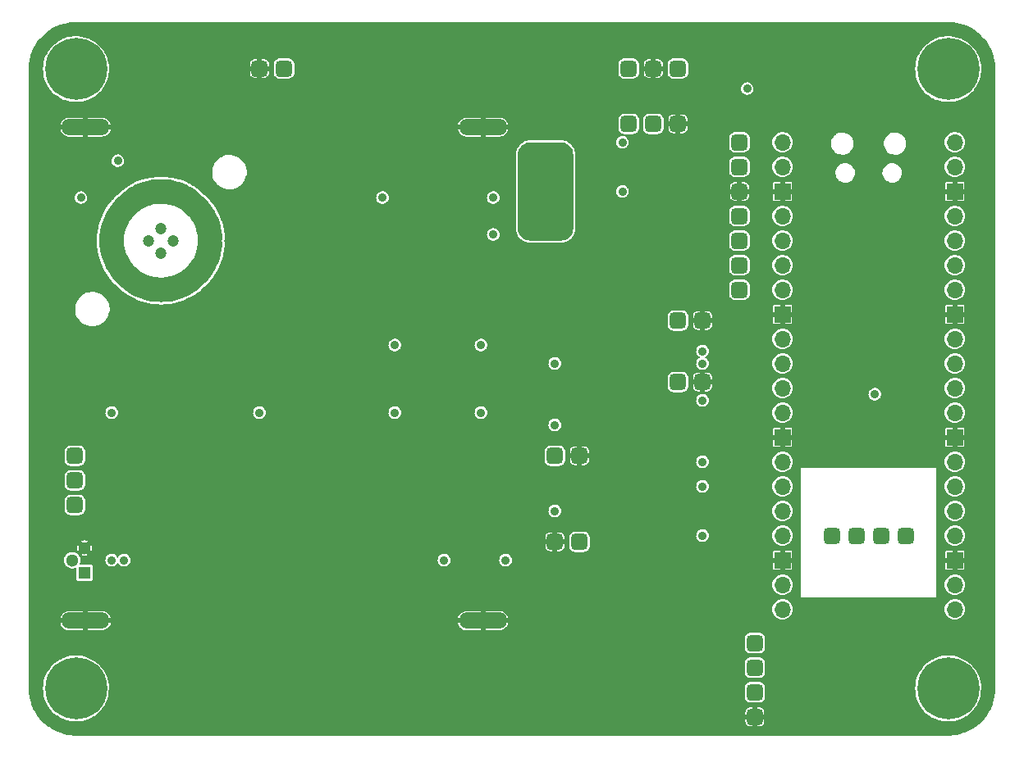
<source format=gbr>
%TF.GenerationSoftware,KiCad,Pcbnew,(6.0.0)*%
%TF.CreationDate,2022-04-29T15:29:16+05:30*%
%TF.ProjectId,Multislope 3I,4d756c74-6973-46c6-9f70-652033492e6b,rev?*%
%TF.SameCoordinates,Original*%
%TF.FileFunction,Copper,L4,Bot*%
%TF.FilePolarity,Positive*%
%FSLAX46Y46*%
G04 Gerber Fmt 4.6, Leading zero omitted, Abs format (unit mm)*
G04 Created by KiCad (PCBNEW (6.0.0)) date 2022-04-29 15:29:16*
%MOMM*%
%LPD*%
G01*
G04 APERTURE LIST*
G04 Aperture macros list*
%AMRoundRect*
0 Rectangle with rounded corners*
0 $1 Rounding radius*
0 $2 $3 $4 $5 $6 $7 $8 $9 X,Y pos of 4 corners*
0 Add a 4 corners polygon primitive as box body*
4,1,4,$2,$3,$4,$5,$6,$7,$8,$9,$2,$3,0*
0 Add four circle primitives for the rounded corners*
1,1,$1+$1,$2,$3*
1,1,$1+$1,$4,$5*
1,1,$1+$1,$6,$7*
1,1,$1+$1,$8,$9*
0 Add four rect primitives between the rounded corners*
20,1,$1+$1,$2,$3,$4,$5,0*
20,1,$1+$1,$4,$5,$6,$7,0*
20,1,$1+$1,$6,$7,$8,$9,0*
20,1,$1+$1,$8,$9,$2,$3,0*%
G04 Aperture macros list end*
%TA.AperFunction,ComponentPad*%
%ADD10RoundRect,0.425000X0.425000X-0.425000X0.425000X0.425000X-0.425000X0.425000X-0.425000X-0.425000X0*%
%TD*%
%TA.AperFunction,ComponentPad*%
%ADD11C,0.800000*%
%TD*%
%TA.AperFunction,ComponentPad*%
%ADD12C,6.400000*%
%TD*%
%TA.AperFunction,ComponentPad*%
%ADD13RoundRect,0.425000X-0.425000X0.425000X-0.425000X-0.425000X0.425000X-0.425000X0.425000X0.425000X0*%
%TD*%
%TA.AperFunction,ComponentPad*%
%ADD14O,5.000000X1.700000*%
%TD*%
%TA.AperFunction,ComponentPad*%
%ADD15C,1.300000*%
%TD*%
%TA.AperFunction,ComponentPad*%
%ADD16R,1.300000X1.300000*%
%TD*%
%TA.AperFunction,ComponentPad*%
%ADD17O,1.700000X1.700000*%
%TD*%
%TA.AperFunction,ComponentPad*%
%ADD18R,1.700000X1.700000*%
%TD*%
%TA.AperFunction,ComponentPad*%
%ADD19RoundRect,0.425000X-0.425000X-0.425000X0.425000X-0.425000X0.425000X0.425000X-0.425000X0.425000X0*%
%TD*%
%TA.AperFunction,ComponentPad*%
%ADD20C,1.200000*%
%TD*%
%TA.AperFunction,ViaPad*%
%ADD21C,0.889000*%
%TD*%
%TA.AperFunction,ViaPad*%
%ADD22C,0.800000*%
%TD*%
G04 APERTURE END LIST*
D10*
%TO.P,J3,2,Pin_2*%
%TO.N,GND*%
X160655000Y-93980000D03*
%TO.P,J3,1,Pin_1*%
%TO.N,/COMP*%
X158115000Y-93980000D03*
%TD*%
D11*
%TO.P,H2,1*%
%TO.N,N/C*%
X94302944Y-130302944D03*
X98400000Y-132000000D03*
X93600000Y-132000000D03*
X97697056Y-133697056D03*
X97697056Y-130302944D03*
D12*
X96000000Y-132000000D03*
D11*
X96000000Y-134400000D03*
X96000000Y-129600000D03*
X94302944Y-133697056D03*
%TD*%
%TO.P,H4,1*%
%TO.N,N/C*%
X98400000Y-68000000D03*
X96000000Y-65600000D03*
X97697056Y-69697056D03*
X97697056Y-66302944D03*
D12*
X96000000Y-68000000D03*
D11*
X94302944Y-66302944D03*
X96000000Y-70400000D03*
X93600000Y-68000000D03*
X94302944Y-69697056D03*
%TD*%
%TO.P,H3,1*%
%TO.N,N/C*%
X183600000Y-68000000D03*
X188400000Y-68000000D03*
D12*
X186000000Y-68000000D03*
D11*
X186000000Y-70400000D03*
X186000000Y-65600000D03*
X184302944Y-69697056D03*
X187697056Y-69697056D03*
X187697056Y-66302944D03*
X184302944Y-66302944D03*
%TD*%
D10*
%TO.P,J15,3,Pin_3*%
%TO.N,GND*%
X158115000Y-73660000D03*
%TO.P,J15,2,Pin_2*%
%TO.N,+5V*%
X155575000Y-73660000D03*
%TO.P,J15,1,Pin_1*%
%TO.N,+3V3*%
X153035000Y-73660000D03*
%TD*%
D13*
%TO.P,J12,4,Pin_4*%
%TO.N,Net-(C26-Pad2)*%
X173990000Y-116205000D03*
%TO.P,J12,3,Pin_3*%
%TO.N,Net-(J12-Pad3)*%
X176530000Y-116205000D03*
%TO.P,J12,2,Pin_2*%
%TO.N,Net-(J12-Pad2)*%
X179070000Y-116205000D03*
%TO.P,J12,1,Pin_1*%
%TO.N,Net-(C26-Pad1)*%
X181610000Y-116205000D03*
%TD*%
D14*
%TO.P,J4,1,Pin_1*%
%TO.N,GND*%
X97000000Y-125000000D03*
%TD*%
D10*
%TO.P,J14,2,Pin_2*%
%TO.N,GND*%
X160655000Y-100330000D03*
%TO.P,J14,1,Pin_1*%
%TO.N,/SLOPE*%
X158115000Y-100330000D03*
%TD*%
%TO.P,J1,2,Pin_2*%
%TO.N,GND*%
X147955000Y-107950000D03*
%TO.P,J1,1,Pin_1*%
%TO.N,/INT*%
X145415000Y-107950000D03*
%TD*%
D15*
%TO.P,U17,3,GND*%
%TO.N,GND*%
X96880000Y-117475000D03*
%TO.P,U17,2,Vout*%
%TO.N,Net-(U17-Pad2)*%
X95610000Y-118745000D03*
D16*
%TO.P,U17,1,+VS*%
%TO.N,+3V3*%
X96880000Y-120015000D03*
%TD*%
D17*
%TO.P,U16,1,GPIO0*%
%TO.N,Net-(J2-Pad1)*%
X168910000Y-75565000D03*
%TO.P,U16,2,GPIO1*%
%TO.N,Net-(J2-Pad2)*%
X168910000Y-78105000D03*
D18*
%TO.P,U16,3,GND*%
%TO.N,GND*%
X168910000Y-80645000D03*
D17*
%TO.P,U16,4,GPIO2*%
%TO.N,Net-(J2-Pad4)*%
X168910000Y-83185000D03*
%TO.P,U16,5,GPIO3*%
%TO.N,Net-(J2-Pad5)*%
X168910000Y-85725000D03*
%TO.P,U16,6,GPIO4*%
%TO.N,Net-(J2-Pad6)*%
X168910000Y-88265000D03*
%TO.P,U16,7,GPIO5*%
%TO.N,Net-(J2-Pad7)*%
X168910000Y-90805000D03*
D18*
%TO.P,U16,8,GND*%
%TO.N,GND*%
X168910000Y-93345000D03*
D17*
%TO.P,U16,9,GPIO6*%
%TO.N,/COMP*%
X168910000Y-95885000D03*
%TO.P,U16,10,GPIO7*%
%TO.N,unconnected-(U16-Pad10)*%
X168910000Y-98425000D03*
%TO.P,U16,11,GPIO8*%
%TO.N,Net-(U16-Pad11)*%
X168910000Y-100965000D03*
%TO.P,U16,12,GPIO9*%
%TO.N,Net-(U16-Pad12)*%
X168910000Y-103505000D03*
D18*
%TO.P,U16,13,GND*%
%TO.N,GND*%
X168910000Y-106045000D03*
D17*
%TO.P,U16,14,GPIO10*%
%TO.N,Net-(U15-Pad7)*%
X168910000Y-108585000D03*
%TO.P,U16,15,GPIO11*%
%TO.N,Net-(U16-Pad15)*%
X168910000Y-111125000D03*
%TO.P,U16,16,GPIO12*%
%TO.N,Net-(U16-Pad16)*%
X168910000Y-113665000D03*
%TO.P,U16,17,GPIO13*%
%TO.N,Net-(U15-Pad1)*%
X168910000Y-116205000D03*
D18*
%TO.P,U16,18,GND*%
%TO.N,GND*%
X168910000Y-118745000D03*
D17*
%TO.P,U16,19,GPIO14*%
%TO.N,unconnected-(U16-Pad19)*%
X168910000Y-121285000D03*
%TO.P,U16,20,GPIO15*%
%TO.N,unconnected-(U16-Pad20)*%
X168910000Y-123825000D03*
%TO.P,U16,21,GPIO16*%
%TO.N,unconnected-(U16-Pad21)*%
X186690000Y-123825000D03*
%TO.P,U16,22,GPIO17*%
%TO.N,unconnected-(U16-Pad22)*%
X186690000Y-121285000D03*
D18*
%TO.P,U16,23,GND*%
%TO.N,GND*%
X186690000Y-118745000D03*
D17*
%TO.P,U16,24,GPIO18*%
%TO.N,unconnected-(U16-Pad24)*%
X186690000Y-116205000D03*
%TO.P,U16,25,GPIO19*%
%TO.N,unconnected-(U16-Pad25)*%
X186690000Y-113665000D03*
%TO.P,U16,26,GPIO20*%
%TO.N,unconnected-(U16-Pad26)*%
X186690000Y-111125000D03*
%TO.P,U16,27,GPIO21*%
%TO.N,unconnected-(U16-Pad27)*%
X186690000Y-108585000D03*
D18*
%TO.P,U16,28,GND*%
%TO.N,GND*%
X186690000Y-106045000D03*
D17*
%TO.P,U16,29,GPIO22*%
%TO.N,unconnected-(U16-Pad29)*%
X186690000Y-103505000D03*
%TO.P,U16,30,RUN*%
%TO.N,Net-(SW1-Pad2)*%
X186690000Y-100965000D03*
%TO.P,U16,31,GPIO26_ADC0*%
%TO.N,unconnected-(U16-Pad31)*%
X186690000Y-98425000D03*
%TO.P,U16,32,GPIO27_ADC1*%
%TO.N,unconnected-(U16-Pad32)*%
X186690000Y-95885000D03*
D18*
%TO.P,U16,33,AGND*%
%TO.N,GND*%
X186690000Y-93345000D03*
D17*
%TO.P,U16,34,GPIO28_ADC2*%
%TO.N,unconnected-(U16-Pad34)*%
X186690000Y-90805000D03*
%TO.P,U16,35,ADC_VREF*%
%TO.N,unconnected-(U16-Pad35)*%
X186690000Y-88265000D03*
%TO.P,U16,36,3V3*%
%TO.N,unconnected-(U16-Pad36)*%
X186690000Y-85725000D03*
%TO.P,U16,37,3V3_EN*%
%TO.N,unconnected-(U16-Pad37)*%
X186690000Y-83185000D03*
D18*
%TO.P,U16,38,GND*%
%TO.N,GND*%
X186690000Y-80645000D03*
D17*
%TO.P,U16,39,VSYS*%
%TO.N,+5V*%
X186690000Y-78105000D03*
%TO.P,U16,40,VBUS*%
%TO.N,unconnected-(U16-Pad40)*%
X186690000Y-75565000D03*
%TD*%
D19*
%TO.P,J11,3,Pin_3*%
%TO.N,/+REF*%
X95885000Y-113030000D03*
%TO.P,J11,2,Pin_2*%
%TO.N,/-REF*%
X95885000Y-110490000D03*
%TO.P,J11,1,Pin_1*%
%TO.N,/RAW*%
X95885000Y-107950000D03*
%TD*%
D14*
%TO.P,J9,1,Pin_1*%
%TO.N,GND*%
X138000000Y-74000000D03*
%TD*%
D19*
%TO.P,J2,7,Pin_7*%
%TO.N,Net-(J2-Pad7)*%
X164465000Y-90805000D03*
%TO.P,J2,6,Pin_6*%
%TO.N,Net-(J2-Pad6)*%
X164465000Y-88265000D03*
%TO.P,J2,5,Pin_5*%
%TO.N,Net-(J2-Pad5)*%
X164465000Y-85725000D03*
%TO.P,J2,4,Pin_4*%
%TO.N,Net-(J2-Pad4)*%
X164465000Y-83185000D03*
%TO.P,J2,3,Pin_3*%
%TO.N,GND*%
X164465000Y-80645000D03*
%TO.P,J2,2,Pin_2*%
%TO.N,Net-(J2-Pad2)*%
X164465000Y-78105000D03*
%TO.P,J2,1,Pin_1*%
%TO.N,Net-(J2-Pad1)*%
X164465000Y-75565000D03*
%TD*%
D11*
%TO.P,H1,1*%
%TO.N,N/C*%
X184302944Y-130302944D03*
X188400000Y-132000000D03*
X186000000Y-134400000D03*
X183600000Y-132000000D03*
X187697056Y-130302944D03*
X186000000Y-129600000D03*
X184302944Y-133697056D03*
X187697056Y-133697056D03*
D12*
X186000000Y-132000000D03*
%TD*%
D14*
%TO.P,J5,1,Pin_1*%
%TO.N,GND*%
X138000000Y-125000000D03*
%TD*%
D19*
%TO.P,J10,4,Pin_4*%
%TO.N,GND*%
X166052500Y-134937500D03*
%TO.P,J10,3,Pin_3*%
%TO.N,+3V3*%
X166052500Y-132397500D03*
%TO.P,J10,2,Pin_2*%
%TO.N,-15V*%
X166052500Y-129857500D03*
%TO.P,J10,1,Pin_1*%
%TO.N,+15V*%
X166052500Y-127317500D03*
%TD*%
D13*
%TO.P,J8,3,Pin_3*%
%TO.N,-15V*%
X153035000Y-67945000D03*
%TO.P,J8,2,Pin_2*%
%TO.N,GND*%
X155575000Y-67945000D03*
%TO.P,J8,1,Pin_1*%
%TO.N,+15V*%
X158115000Y-67945000D03*
%TD*%
D14*
%TO.P,J6,1,Pin_1*%
%TO.N,GND*%
X97000000Y-74000000D03*
%TD*%
D13*
%TO.P,J7,2,Pin_2*%
%TO.N,GND*%
X145415000Y-116840000D03*
%TO.P,J7,1,Pin_1*%
%TO.N,/SLOPE2*%
X147955000Y-116840000D03*
%TD*%
%TO.P,J13,2,Pin_2*%
%TO.N,GND*%
X114935000Y-67945000D03*
%TO.P,J13,1,Pin_1*%
%TO.N,Net-(J13-Pad1)*%
X117475000Y-67945000D03*
%TD*%
D20*
%TO.P,U2,4*%
%TO.N,-15V*%
X103505000Y-85725000D03*
%TO.P,U2,3*%
%TO.N,+15V*%
X104775000Y-84455000D03*
%TO.P,U2,2*%
%TO.N,GND*%
X106045000Y-85725000D03*
%TO.P,U2,1*%
%TO.N,/RAW*%
X104775000Y-86995000D03*
%TD*%
D21*
%TO.N,GND*%
X116205000Y-103505000D03*
X160655000Y-95885000D03*
X145415000Y-106045000D03*
X111760000Y-85725000D03*
X117475000Y-118745000D03*
X149225000Y-104775000D03*
X152400000Y-78105000D03*
X152400000Y-83185000D03*
X145415000Y-97155000D03*
X139065000Y-118745000D03*
X179705000Y-101600000D03*
X148590000Y-121285000D03*
X102235000Y-118745000D03*
X136525000Y-118745000D03*
X136525000Y-103505000D03*
X123825000Y-118745000D03*
X122555000Y-114935000D03*
X99695000Y-115219000D03*
X152400000Y-111125000D03*
X104775000Y-118745000D03*
X98425000Y-103505000D03*
X152400000Y-81915000D03*
X132715000Y-93345000D03*
X137795000Y-89535000D03*
X130175000Y-103505000D03*
X131445000Y-93345000D03*
X163665000Y-70015000D03*
X135255000Y-93345000D03*
X121285000Y-103505000D03*
X145415000Y-114935000D03*
X121285000Y-118745000D03*
X152400000Y-95885000D03*
X137795000Y-107315000D03*
X133985000Y-93345000D03*
X132715000Y-118745000D03*
X125095000Y-114935000D03*
X160655000Y-112395000D03*
D22*
X128905000Y-81280000D03*
D21*
X136525000Y-96520000D03*
X160655000Y-117475000D03*
D22*
X130175000Y-96520000D03*
D21*
X137795000Y-81280000D03*
X102235000Y-96520000D03*
X152400000Y-76835000D03*
X152400000Y-113665000D03*
X175895000Y-104775000D03*
X160655000Y-103505000D03*
X102235000Y-106680000D03*
X122555000Y-118745000D03*
X149455000Y-84685000D03*
X149455000Y-79605000D03*
X145415000Y-99695000D03*
%TO.N,-15V*%
X96520000Y-81280000D03*
X139065000Y-81280000D03*
X133985000Y-118745000D03*
X160655000Y-108585000D03*
X145415000Y-104775000D03*
X145415000Y-98425000D03*
X137795000Y-103505000D03*
X145415000Y-113665000D03*
X128905000Y-96520000D03*
X100965000Y-118745000D03*
%TO.N,+15V*%
X144145000Y-79692500D03*
X145415000Y-79692500D03*
X146685000Y-84772500D03*
X144145000Y-81597500D03*
X100330000Y-77470000D03*
X144145000Y-76517500D03*
X142875000Y-76517500D03*
X160655000Y-102235000D03*
X145415000Y-76517500D03*
X127635000Y-81280000D03*
X160655000Y-97155000D03*
X144145000Y-84772500D03*
X142875000Y-81597500D03*
X146685000Y-79692500D03*
X146685000Y-81597500D03*
X145415000Y-84772500D03*
X142875000Y-79692500D03*
X146685000Y-76517500D03*
X128905000Y-103505000D03*
X137795000Y-96520000D03*
X99695000Y-103505000D03*
X142875000Y-84772500D03*
X145415000Y-81597500D03*
X140335000Y-118745000D03*
%TO.N,+3V3*%
X99695000Y-118745000D03*
X114935000Y-103505000D03*
X160655000Y-116205000D03*
X160655000Y-98425000D03*
X160655000Y-111125000D03*
X178435000Y-101600000D03*
X152400000Y-75565000D03*
X139065000Y-85090000D03*
%TO.N,+5V*%
X152400000Y-80645000D03*
%TO.N,Net-(SW1-Pad2)*%
X165265000Y-70015000D03*
%TD*%
%TA.AperFunction,NonConductor*%
G36*
X104982875Y-79383167D02*
G01*
X105251169Y-79393709D01*
X105261032Y-79394485D01*
X105729361Y-79449915D01*
X105739132Y-79451463D01*
X106201658Y-79543465D01*
X106211279Y-79545775D01*
X106665157Y-79673782D01*
X106674566Y-79676839D01*
X107117011Y-79840066D01*
X107126151Y-79843852D01*
X107554426Y-80041289D01*
X107563241Y-80045781D01*
X107974690Y-80276204D01*
X107983126Y-80281373D01*
X108375249Y-80543381D01*
X108383237Y-80549184D01*
X108542635Y-80674843D01*
X108753592Y-80841149D01*
X108761115Y-80847574D01*
X109109252Y-81169388D01*
X109112818Y-81172818D01*
X109327182Y-81387182D01*
X109330612Y-81390748D01*
X109652426Y-81738885D01*
X109658851Y-81746408D01*
X109791008Y-81914048D01*
X109888441Y-82037640D01*
X109950810Y-82116755D01*
X109956619Y-82124751D01*
X110068311Y-82291910D01*
X110218627Y-82516874D01*
X110223796Y-82525310D01*
X110454219Y-82936759D01*
X110458710Y-82945572D01*
X110471763Y-82973885D01*
X110656148Y-83373849D01*
X110659934Y-83382989D01*
X110823161Y-83825434D01*
X110826218Y-83834843D01*
X110954225Y-84288721D01*
X110956535Y-84298342D01*
X111048537Y-84760868D01*
X111050085Y-84770639D01*
X111105515Y-85238968D01*
X111106291Y-85248831D01*
X111113415Y-85430134D01*
X111104905Y-85480850D01*
X111077988Y-85549889D01*
X111076997Y-85557418D01*
X111058217Y-85700067D01*
X111055905Y-85717626D01*
X111074470Y-85885790D01*
X111105842Y-85971519D01*
X111113419Y-86019765D01*
X111106291Y-86201169D01*
X111105515Y-86211032D01*
X111050085Y-86679361D01*
X111048537Y-86689132D01*
X110956535Y-87151658D01*
X110954225Y-87161279D01*
X110826218Y-87615157D01*
X110823161Y-87624566D01*
X110659934Y-88067011D01*
X110656149Y-88076148D01*
X110465488Y-88489725D01*
X110458711Y-88504426D01*
X110454219Y-88513241D01*
X110223796Y-88924690D01*
X110218627Y-88933126D01*
X110162549Y-89017054D01*
X109969348Y-89306200D01*
X109956625Y-89325241D01*
X109950816Y-89333237D01*
X109884500Y-89417358D01*
X109658851Y-89703592D01*
X109652426Y-89711115D01*
X109330612Y-90059252D01*
X109327182Y-90062818D01*
X109112818Y-90277182D01*
X109109252Y-90280612D01*
X108761115Y-90602426D01*
X108753592Y-90608851D01*
X108542635Y-90775157D01*
X108383237Y-90900816D01*
X108375249Y-90906619D01*
X108067054Y-91112549D01*
X107983126Y-91168627D01*
X107974690Y-91173796D01*
X107563241Y-91404219D01*
X107554426Y-91408711D01*
X107126151Y-91606148D01*
X107117011Y-91609934D01*
X106674566Y-91773161D01*
X106665157Y-91776218D01*
X106211279Y-91904225D01*
X106201658Y-91906535D01*
X105739132Y-91998537D01*
X105729361Y-92000085D01*
X105261032Y-92055515D01*
X105251169Y-92056291D01*
X104982875Y-92066833D01*
X104779938Y-92074806D01*
X104770062Y-92074806D01*
X104567125Y-92066833D01*
X104298831Y-92056291D01*
X104288968Y-92055515D01*
X103820639Y-92000085D01*
X103810868Y-91998537D01*
X103348342Y-91906535D01*
X103338721Y-91904225D01*
X102884843Y-91776218D01*
X102875434Y-91773161D01*
X102432989Y-91609934D01*
X102423849Y-91606148D01*
X101995574Y-91408711D01*
X101986759Y-91404219D01*
X101575310Y-91173796D01*
X101566874Y-91168627D01*
X101482946Y-91112549D01*
X101174751Y-90906619D01*
X101166763Y-90900816D01*
X101007365Y-90775157D01*
X100796408Y-90608851D01*
X100788885Y-90602426D01*
X100440748Y-90280612D01*
X100437182Y-90277182D01*
X100222818Y-90062818D01*
X100219388Y-90059252D01*
X99897574Y-89711115D01*
X99891149Y-89703592D01*
X99665500Y-89417358D01*
X99599184Y-89333237D01*
X99593375Y-89325241D01*
X99580653Y-89306200D01*
X99387451Y-89017054D01*
X99331373Y-88933126D01*
X99326204Y-88924690D01*
X99095781Y-88513241D01*
X99091289Y-88504426D01*
X99084512Y-88489725D01*
X98893851Y-88076148D01*
X98890066Y-88067011D01*
X98726839Y-87624566D01*
X98723782Y-87615157D01*
X98595775Y-87161279D01*
X98593465Y-87151658D01*
X98501463Y-86689132D01*
X98499915Y-86679361D01*
X98444485Y-86211032D01*
X98443709Y-86201169D01*
X98425194Y-85729947D01*
X98425194Y-85725000D01*
X100960104Y-85725000D01*
X100960189Y-85726674D01*
X100960189Y-85726683D01*
X100969336Y-85907243D01*
X100979634Y-86110519D01*
X101038022Y-86492091D01*
X101134672Y-86865810D01*
X101135775Y-86868793D01*
X101135777Y-86868798D01*
X101243970Y-87161279D01*
X101268594Y-87227847D01*
X101438417Y-87574498D01*
X101642401Y-87902213D01*
X101644358Y-87904745D01*
X101769772Y-88067011D01*
X101878459Y-88207636D01*
X102144173Y-88487640D01*
X102146597Y-88489725D01*
X102163689Y-88504426D01*
X102436823Y-88739359D01*
X102753413Y-88960215D01*
X103090701Y-89147947D01*
X103093621Y-89149205D01*
X103093626Y-89149207D01*
X103442300Y-89299370D01*
X103442310Y-89299374D01*
X103445234Y-89300633D01*
X103813382Y-89416710D01*
X104085004Y-89472960D01*
X104188250Y-89494341D01*
X104188253Y-89494341D01*
X104191375Y-89494988D01*
X104485314Y-89525364D01*
X104572188Y-89534342D01*
X104572191Y-89534342D01*
X104575344Y-89534668D01*
X104578511Y-89534674D01*
X104578520Y-89534674D01*
X104768715Y-89535006D01*
X104961357Y-89535342D01*
X105250349Y-89506497D01*
X105342277Y-89497321D01*
X105342279Y-89497321D01*
X105345462Y-89497003D01*
X105358546Y-89494341D01*
X105720592Y-89420682D01*
X105720599Y-89420680D01*
X105723726Y-89420044D01*
X106092277Y-89305253D01*
X106197464Y-89260387D01*
X106444410Y-89155056D01*
X106444414Y-89155054D01*
X106447340Y-89153806D01*
X106450119Y-89152272D01*
X106450125Y-89152269D01*
X106782494Y-88968791D01*
X106785282Y-88967252D01*
X106793207Y-88961765D01*
X107100016Y-88749320D01*
X107100017Y-88749319D01*
X107102640Y-88747503D01*
X107396167Y-88496807D01*
X107662857Y-88217732D01*
X107899980Y-87913134D01*
X107905243Y-87904745D01*
X108103410Y-87588839D01*
X108105107Y-87586134D01*
X108276138Y-87240078D01*
X108411323Y-86878510D01*
X108509277Y-86505131D01*
X108568998Y-86123765D01*
X108569716Y-86110519D01*
X108589701Y-85741491D01*
X108589873Y-85738316D01*
X108577731Y-85480850D01*
X108571840Y-85355924D01*
X108571839Y-85355916D01*
X108571689Y-85352731D01*
X108566227Y-85316180D01*
X108528692Y-85065028D01*
X108514633Y-84970958D01*
X108419288Y-84596905D01*
X108286630Y-84234401D01*
X108118019Y-83887160D01*
X107915180Y-83558735D01*
X107780325Y-83382989D01*
X107682136Y-83255027D01*
X107682133Y-83255024D01*
X107680189Y-83252490D01*
X107415454Y-82971560D01*
X107413049Y-82969476D01*
X107413043Y-82969471D01*
X107126091Y-82720906D01*
X107123684Y-82718821D01*
X106807868Y-82496861D01*
X106471237Y-82307953D01*
X106430818Y-82290378D01*
X106323434Y-82243686D01*
X106117239Y-82154030D01*
X105942025Y-82098112D01*
X105752543Y-82037640D01*
X105752535Y-82037638D01*
X105749499Y-82036669D01*
X105636478Y-82012852D01*
X105374900Y-81957729D01*
X105374895Y-81957728D01*
X105371781Y-81957072D01*
X104987953Y-81916052D01*
X104984766Y-81916035D01*
X104984760Y-81916035D01*
X104809552Y-81915118D01*
X104601945Y-81914031D01*
X104456360Y-81928049D01*
X104220873Y-81950724D01*
X104220868Y-81950725D01*
X104217708Y-81951029D01*
X104214589Y-81951652D01*
X104214584Y-81951653D01*
X104028095Y-81988918D01*
X103839178Y-82026667D01*
X103556491Y-82113632D01*
X103473271Y-82139234D01*
X103473268Y-82139235D01*
X103470229Y-82140170D01*
X103467301Y-82141407D01*
X103467295Y-82141409D01*
X103117583Y-82289134D01*
X103117576Y-82289137D01*
X103114639Y-82290378D01*
X102776048Y-82475750D01*
X102457924Y-82694391D01*
X102455485Y-82696459D01*
X102455479Y-82696464D01*
X102165964Y-82941990D01*
X102165956Y-82941998D01*
X102163524Y-82944060D01*
X102161316Y-82946355D01*
X102161308Y-82946362D01*
X101898076Y-83219901D01*
X101895861Y-83222203D01*
X101893889Y-83224718D01*
X101776956Y-83373849D01*
X101657677Y-83525971D01*
X101451410Y-83852253D01*
X101449985Y-83855110D01*
X101449985Y-83855111D01*
X101351201Y-84053240D01*
X101279171Y-84197710D01*
X101142725Y-84558804D01*
X101043469Y-84931839D01*
X100982417Y-85312994D01*
X100982234Y-85316174D01*
X100982233Y-85316180D01*
X100977471Y-85398778D01*
X100960197Y-85698367D01*
X100960104Y-85725000D01*
X98425194Y-85725000D01*
X98425194Y-85720053D01*
X98425586Y-85710095D01*
X98439751Y-85349570D01*
X98443709Y-85248831D01*
X98444485Y-85238968D01*
X98499915Y-84770639D01*
X98501463Y-84760868D01*
X98593465Y-84298342D01*
X98595775Y-84288721D01*
X98723782Y-83834843D01*
X98726839Y-83825434D01*
X98890066Y-83382989D01*
X98893852Y-83373849D01*
X99078238Y-82973885D01*
X99091290Y-82945572D01*
X99095781Y-82936759D01*
X99326204Y-82525310D01*
X99331373Y-82516874D01*
X99481689Y-82291910D01*
X99593381Y-82124751D01*
X99599190Y-82116755D01*
X99661560Y-82037640D01*
X99758992Y-81914048D01*
X99891149Y-81746408D01*
X99897574Y-81738885D01*
X100219388Y-81390748D01*
X100222818Y-81387182D01*
X100437182Y-81172818D01*
X100440748Y-81169388D01*
X100788885Y-80847574D01*
X100796408Y-80841149D01*
X101007365Y-80674843D01*
X101166763Y-80549184D01*
X101174751Y-80543381D01*
X101566874Y-80281373D01*
X101575310Y-80276204D01*
X101986759Y-80045781D01*
X101995574Y-80041289D01*
X102423849Y-79843852D01*
X102432989Y-79840066D01*
X102875434Y-79676839D01*
X102884843Y-79673782D01*
X103338721Y-79545775D01*
X103348342Y-79543465D01*
X103810868Y-79451463D01*
X103820639Y-79449915D01*
X104288968Y-79394485D01*
X104298831Y-79393709D01*
X104567125Y-79383167D01*
X104770062Y-79375194D01*
X104779938Y-79375194D01*
X104982875Y-79383167D01*
G37*
%TD.AperFunction*%
%TA.AperFunction,Conductor*%
%TO.N,GND*%
G36*
X185991224Y-63129128D02*
G01*
X186000000Y-63131480D01*
X186007947Y-63129351D01*
X186012087Y-63129351D01*
X186023986Y-63128048D01*
X186257811Y-63138256D01*
X186422000Y-63145425D01*
X186427417Y-63145899D01*
X186692169Y-63180755D01*
X186843475Y-63200675D01*
X186848844Y-63201621D01*
X187258568Y-63292454D01*
X187263836Y-63293866D01*
X187664067Y-63420059D01*
X187669180Y-63421920D01*
X187863042Y-63502220D01*
X188056898Y-63582518D01*
X188061839Y-63584822D01*
X188434077Y-63778597D01*
X188438799Y-63781323D01*
X188792730Y-64006802D01*
X188797197Y-64009929D01*
X189130146Y-64265409D01*
X189134322Y-64268914D01*
X189443719Y-64552425D01*
X189447571Y-64556277D01*
X189705270Y-64837505D01*
X189731086Y-64865678D01*
X189734591Y-64869854D01*
X189990071Y-65202803D01*
X189993198Y-65207270D01*
X190218677Y-65561201D01*
X190221403Y-65565923D01*
X190415178Y-65938161D01*
X190417482Y-65943102D01*
X190578078Y-66330815D01*
X190579941Y-66335933D01*
X190681468Y-66657935D01*
X190706134Y-66736165D01*
X190707546Y-66741432D01*
X190798379Y-67151156D01*
X190799325Y-67156525D01*
X190838863Y-67456838D01*
X190854100Y-67572576D01*
X190854575Y-67578000D01*
X190856942Y-67632209D01*
X190871952Y-67976014D01*
X190870649Y-67987913D01*
X190870649Y-67992053D01*
X190868520Y-68000000D01*
X190870872Y-68008776D01*
X190873000Y-68024947D01*
X190873000Y-131975053D01*
X190870872Y-131991224D01*
X190868520Y-132000000D01*
X190870649Y-132007947D01*
X190870649Y-132012087D01*
X190871952Y-132023986D01*
X190854576Y-132421992D01*
X190854100Y-132427424D01*
X190799325Y-132843475D01*
X190798379Y-132848844D01*
X190707546Y-133258568D01*
X190706134Y-133263835D01*
X190647933Y-133448426D01*
X190579943Y-133664061D01*
X190578080Y-133669180D01*
X190497780Y-133863041D01*
X190417482Y-134056898D01*
X190415178Y-134061839D01*
X190221403Y-134434077D01*
X190218677Y-134438799D01*
X189993198Y-134792730D01*
X189990071Y-134797197D01*
X189734591Y-135130146D01*
X189731088Y-135134320D01*
X189484433Y-135403496D01*
X189447575Y-135443719D01*
X189443723Y-135447571D01*
X189242387Y-135632062D01*
X189134322Y-135731086D01*
X189130146Y-135734591D01*
X188797197Y-135990071D01*
X188792730Y-135993198D01*
X188438799Y-136218677D01*
X188434077Y-136221403D01*
X188061839Y-136415178D01*
X188056898Y-136417482D01*
X187863042Y-136497780D01*
X187669180Y-136578080D01*
X187664067Y-136579941D01*
X187342065Y-136681468D01*
X187263835Y-136706134D01*
X187258568Y-136707546D01*
X186848844Y-136798379D01*
X186843475Y-136799325D01*
X186692169Y-136819245D01*
X186427417Y-136854101D01*
X186422000Y-136854575D01*
X186257811Y-136861744D01*
X186023986Y-136871952D01*
X186012087Y-136870649D01*
X186007947Y-136870649D01*
X186000000Y-136868520D01*
X185991224Y-136870872D01*
X185975053Y-136873000D01*
X96024947Y-136873000D01*
X96008776Y-136870872D01*
X96000000Y-136868520D01*
X95992053Y-136870649D01*
X95987913Y-136870649D01*
X95976014Y-136871952D01*
X95742189Y-136861744D01*
X95578000Y-136854575D01*
X95572583Y-136854101D01*
X95307831Y-136819245D01*
X95156525Y-136799325D01*
X95151156Y-136798379D01*
X94741432Y-136707546D01*
X94736165Y-136706134D01*
X94657935Y-136681468D01*
X94335933Y-136579941D01*
X94330820Y-136578080D01*
X94136958Y-136497780D01*
X93943102Y-136417482D01*
X93938161Y-136415178D01*
X93565923Y-136221403D01*
X93561201Y-136218677D01*
X93207270Y-135993198D01*
X93202803Y-135990071D01*
X92869854Y-135734591D01*
X92865678Y-135731086D01*
X92757613Y-135632062D01*
X92556277Y-135447571D01*
X92552425Y-135443719D01*
X92515568Y-135403496D01*
X92515567Y-135403495D01*
X165075501Y-135403495D01*
X165075729Y-135407267D01*
X165085912Y-135491421D01*
X165087872Y-135499142D01*
X165140498Y-135632062D01*
X165144645Y-135639422D01*
X165230933Y-135753102D01*
X165236898Y-135759067D01*
X165350578Y-135845355D01*
X165357938Y-135849502D01*
X165490857Y-135902127D01*
X165498580Y-135904089D01*
X165582733Y-135914273D01*
X165586504Y-135914500D01*
X165786069Y-135914500D01*
X165794859Y-135910859D01*
X165798500Y-135902069D01*
X165798500Y-135902068D01*
X166306500Y-135902068D01*
X166310141Y-135910858D01*
X166318931Y-135914499D01*
X166518495Y-135914499D01*
X166522267Y-135914271D01*
X166606421Y-135904088D01*
X166614142Y-135902128D01*
X166747062Y-135849502D01*
X166754422Y-135845355D01*
X166868102Y-135759067D01*
X166874067Y-135753102D01*
X166960355Y-135639422D01*
X166964502Y-135632062D01*
X167017127Y-135499143D01*
X167019089Y-135491420D01*
X167029273Y-135407267D01*
X167029500Y-135403496D01*
X167029500Y-135203931D01*
X167025859Y-135195141D01*
X167017069Y-135191500D01*
X166318931Y-135191500D01*
X166310141Y-135195141D01*
X166306500Y-135203931D01*
X166306500Y-135902068D01*
X165798500Y-135902068D01*
X165798500Y-135203931D01*
X165794859Y-135195141D01*
X165786069Y-135191500D01*
X165087932Y-135191500D01*
X165079142Y-135195141D01*
X165075501Y-135203931D01*
X165075501Y-135403495D01*
X92515567Y-135403495D01*
X92268912Y-135134320D01*
X92265409Y-135130146D01*
X92009929Y-134797197D01*
X92006802Y-134792730D01*
X91781323Y-134438799D01*
X91778597Y-134434077D01*
X91584822Y-134061839D01*
X91582518Y-134056898D01*
X91502220Y-133863041D01*
X91421920Y-133669180D01*
X91420057Y-133664061D01*
X91352068Y-133448426D01*
X91293866Y-133263835D01*
X91292454Y-133258568D01*
X91201621Y-132848844D01*
X91200675Y-132843475D01*
X91145900Y-132427424D01*
X91145424Y-132421992D01*
X91128048Y-132023986D01*
X91129351Y-132012087D01*
X91129351Y-132007947D01*
X91131480Y-132000000D01*
X91129128Y-131991224D01*
X91128719Y-131988113D01*
X92594527Y-131988113D01*
X92613162Y-132355971D01*
X92671416Y-132719665D01*
X92768608Y-133074941D01*
X92903602Y-133417642D01*
X93074817Y-133743759D01*
X93075754Y-133745154D01*
X93075755Y-133745155D01*
X93228816Y-133972932D01*
X93280252Y-134049477D01*
X93517502Y-134331221D01*
X93518723Y-134332388D01*
X93518726Y-134332391D01*
X93782566Y-134584523D01*
X93782572Y-134584528D01*
X93783792Y-134585694D01*
X93983997Y-134739316D01*
X94071683Y-134806600D01*
X94076008Y-134809919D01*
X94077444Y-134810792D01*
X94389286Y-135000396D01*
X94389294Y-135000400D01*
X94390731Y-135001274D01*
X94724279Y-135157519D01*
X94725876Y-135158066D01*
X94725884Y-135158069D01*
X94859837Y-135203931D01*
X95072751Y-135276828D01*
X95432070Y-135357804D01*
X95708844Y-135389338D01*
X95796347Y-135399308D01*
X95796349Y-135399308D01*
X95798033Y-135399500D01*
X95799727Y-135399509D01*
X95799729Y-135399509D01*
X95944911Y-135400269D01*
X96166358Y-135401428D01*
X96532737Y-135363567D01*
X96534394Y-135363212D01*
X96534399Y-135363211D01*
X96666157Y-135334964D01*
X96892884Y-135286358D01*
X96894486Y-135285828D01*
X96894494Y-135285826D01*
X97240978Y-135171237D01*
X97240981Y-135171236D01*
X97242586Y-135170705D01*
X97577752Y-135017961D01*
X97771557Y-134902888D01*
X97893015Y-134830772D01*
X97893021Y-134830768D01*
X97894461Y-134829913D01*
X97895804Y-134828905D01*
X97895811Y-134828900D01*
X98106022Y-134671069D01*
X165075500Y-134671069D01*
X165079141Y-134679859D01*
X165087931Y-134683500D01*
X165786069Y-134683500D01*
X165794859Y-134679859D01*
X165798500Y-134671069D01*
X166306500Y-134671069D01*
X166310141Y-134679859D01*
X166318931Y-134683500D01*
X167017068Y-134683500D01*
X167025858Y-134679859D01*
X167029499Y-134671069D01*
X167029499Y-134471505D01*
X167029271Y-134467733D01*
X167019088Y-134383579D01*
X167017128Y-134375858D01*
X166964502Y-134242938D01*
X166960355Y-134235578D01*
X166874067Y-134121898D01*
X166868102Y-134115933D01*
X166754422Y-134029645D01*
X166747062Y-134025498D01*
X166614143Y-133972873D01*
X166606420Y-133970911D01*
X166522267Y-133960727D01*
X166518496Y-133960500D01*
X166318931Y-133960500D01*
X166310141Y-133964141D01*
X166306500Y-133972931D01*
X166306500Y-134671069D01*
X165798500Y-134671069D01*
X165798500Y-133972932D01*
X165794859Y-133964142D01*
X165786069Y-133960501D01*
X165586505Y-133960501D01*
X165582733Y-133960729D01*
X165498579Y-133970912D01*
X165490858Y-133972872D01*
X165357938Y-134025498D01*
X165350578Y-134029645D01*
X165236898Y-134115933D01*
X165230933Y-134121898D01*
X165144645Y-134235578D01*
X165140498Y-134242938D01*
X165087873Y-134375857D01*
X165085911Y-134383580D01*
X165075727Y-134467733D01*
X165075500Y-134471504D01*
X165075500Y-134671069D01*
X98106022Y-134671069D01*
X98187656Y-134609776D01*
X98187658Y-134609775D01*
X98189009Y-134608760D01*
X98335684Y-134471504D01*
X98456714Y-134358246D01*
X98456717Y-134358242D01*
X98457950Y-134357089D01*
X98698138Y-134077846D01*
X98906762Y-133774295D01*
X98964716Y-133666664D01*
X99080585Y-133451471D01*
X99081383Y-133449989D01*
X99093913Y-133419133D01*
X99219321Y-133110289D01*
X99219322Y-133110287D01*
X99219958Y-133108720D01*
X99229131Y-133076520D01*
X99320400Y-132756115D01*
X99320401Y-132756112D01*
X99320865Y-132754482D01*
X99326817Y-132719665D01*
X99382638Y-132393097D01*
X99382925Y-132391418D01*
X99405411Y-132023775D01*
X99405494Y-132000000D01*
X99400584Y-131909337D01*
X165002000Y-131909337D01*
X165002001Y-132885662D01*
X165004791Y-132921127D01*
X165048882Y-133072890D01*
X165129330Y-133208920D01*
X165241080Y-133320670D01*
X165377110Y-133401118D01*
X165380890Y-133402216D01*
X165380892Y-133402217D01*
X165428582Y-133416072D01*
X165528873Y-133445209D01*
X165532056Y-133445460D01*
X165532059Y-133445460D01*
X165563098Y-133447903D01*
X165563111Y-133447904D01*
X165564337Y-133448000D01*
X166052106Y-133448000D01*
X166540662Y-133447999D01*
X166554329Y-133446924D01*
X166572942Y-133445460D01*
X166572946Y-133445459D01*
X166576127Y-133445209D01*
X166676418Y-133416072D01*
X166724108Y-133402217D01*
X166724110Y-133402216D01*
X166727890Y-133401118D01*
X166863920Y-133320670D01*
X166975670Y-133208920D01*
X167056118Y-133072890D01*
X167100209Y-132921127D01*
X167100460Y-132917941D01*
X167102903Y-132886902D01*
X167102904Y-132886889D01*
X167103000Y-132885663D01*
X167102999Y-131988113D01*
X182594527Y-131988113D01*
X182613162Y-132355971D01*
X182671416Y-132719665D01*
X182768608Y-133074941D01*
X182903602Y-133417642D01*
X183074817Y-133743759D01*
X183075754Y-133745154D01*
X183075755Y-133745155D01*
X183228816Y-133972932D01*
X183280252Y-134049477D01*
X183517502Y-134331221D01*
X183518723Y-134332388D01*
X183518726Y-134332391D01*
X183782566Y-134584523D01*
X183782572Y-134584528D01*
X183783792Y-134585694D01*
X183983997Y-134739316D01*
X184071683Y-134806600D01*
X184076008Y-134809919D01*
X184077444Y-134810792D01*
X184389286Y-135000396D01*
X184389294Y-135000400D01*
X184390731Y-135001274D01*
X184724279Y-135157519D01*
X184725876Y-135158066D01*
X184725884Y-135158069D01*
X184859837Y-135203931D01*
X185072751Y-135276828D01*
X185432070Y-135357804D01*
X185708844Y-135389338D01*
X185796347Y-135399308D01*
X185796349Y-135399308D01*
X185798033Y-135399500D01*
X185799727Y-135399509D01*
X185799729Y-135399509D01*
X185944911Y-135400269D01*
X186166358Y-135401428D01*
X186532737Y-135363567D01*
X186534394Y-135363212D01*
X186534399Y-135363211D01*
X186666157Y-135334964D01*
X186892884Y-135286358D01*
X186894486Y-135285828D01*
X186894494Y-135285826D01*
X187240978Y-135171237D01*
X187240981Y-135171236D01*
X187242586Y-135170705D01*
X187577752Y-135017961D01*
X187771557Y-134902888D01*
X187893015Y-134830772D01*
X187893021Y-134830768D01*
X187894461Y-134829913D01*
X187895804Y-134828905D01*
X187895811Y-134828900D01*
X188187656Y-134609776D01*
X188187658Y-134609775D01*
X188189009Y-134608760D01*
X188335684Y-134471504D01*
X188456714Y-134358246D01*
X188456717Y-134358242D01*
X188457950Y-134357089D01*
X188698138Y-134077846D01*
X188906762Y-133774295D01*
X188964716Y-133666664D01*
X189080585Y-133451471D01*
X189081383Y-133449989D01*
X189093913Y-133419133D01*
X189219321Y-133110289D01*
X189219322Y-133110287D01*
X189219958Y-133108720D01*
X189229131Y-133076520D01*
X189320400Y-132756115D01*
X189320401Y-132756112D01*
X189320865Y-132754482D01*
X189326817Y-132719665D01*
X189382638Y-132393097D01*
X189382925Y-132391418D01*
X189405411Y-132023775D01*
X189405494Y-132000000D01*
X189385575Y-131632209D01*
X189326052Y-131268720D01*
X189227620Y-130913786D01*
X189227000Y-130912228D01*
X189226997Y-130912219D01*
X189092056Y-130573128D01*
X189092054Y-130573125D01*
X189091431Y-130571558D01*
X188919078Y-130246041D01*
X188912187Y-130235862D01*
X188713525Y-129942440D01*
X188712578Y-129941041D01*
X188474346Y-129660128D01*
X188382666Y-129573127D01*
X188208392Y-129407747D01*
X188208387Y-129407742D01*
X188207168Y-129406586D01*
X188156646Y-129368098D01*
X187915516Y-129184406D01*
X187914172Y-129183382D01*
X187598783Y-128993127D01*
X187597257Y-128992419D01*
X187597252Y-128992416D01*
X187460894Y-128929121D01*
X187264691Y-128838047D01*
X187263098Y-128837508D01*
X187263091Y-128837505D01*
X186917402Y-128720496D01*
X186917393Y-128720493D01*
X186915805Y-128719956D01*
X186556206Y-128640234D01*
X186537166Y-128638132D01*
X186191780Y-128600001D01*
X186191771Y-128600001D01*
X186190100Y-128599816D01*
X186188408Y-128599813D01*
X186188407Y-128599813D01*
X186027961Y-128599533D01*
X185821770Y-128599173D01*
X185820099Y-128599352D01*
X185820091Y-128599352D01*
X185457216Y-128638132D01*
X185457209Y-128638133D01*
X185455526Y-128638313D01*
X185095650Y-128716779D01*
X185094047Y-128717315D01*
X185094041Y-128717317D01*
X184747955Y-128833116D01*
X184747950Y-128833118D01*
X184746354Y-128833652D01*
X184702371Y-128853882D01*
X184413259Y-128986858D01*
X184413251Y-128986862D01*
X184411723Y-128987565D01*
X184410273Y-128988433D01*
X184410267Y-128988436D01*
X184308294Y-129049466D01*
X184095672Y-129176718D01*
X183801898Y-129398897D01*
X183533837Y-129651505D01*
X183532744Y-129652785D01*
X183532739Y-129652790D01*
X183295723Y-129930300D01*
X183294626Y-129931585D01*
X183087062Y-130235862D01*
X183086265Y-130237355D01*
X183086263Y-130237358D01*
X183029096Y-130344422D01*
X182913574Y-130560776D01*
X182776192Y-130902526D01*
X182676521Y-131257115D01*
X182615729Y-131620393D01*
X182615632Y-131622081D01*
X182615631Y-131622087D01*
X182595280Y-131975053D01*
X182594527Y-131988113D01*
X167102999Y-131988113D01*
X167102999Y-131909338D01*
X167100209Y-131873873D01*
X167056118Y-131722110D01*
X166975670Y-131586080D01*
X166863920Y-131474330D01*
X166727890Y-131393882D01*
X166724110Y-131392784D01*
X166724108Y-131392783D01*
X166579197Y-131350683D01*
X166579198Y-131350683D01*
X166576127Y-131349791D01*
X166572944Y-131349540D01*
X166572941Y-131349540D01*
X166541902Y-131347097D01*
X166541889Y-131347096D01*
X166540663Y-131347000D01*
X166052895Y-131347000D01*
X165564338Y-131347001D01*
X165550671Y-131348076D01*
X165532058Y-131349540D01*
X165532054Y-131349541D01*
X165528873Y-131349791D01*
X165525806Y-131350682D01*
X165380892Y-131392783D01*
X165380890Y-131392784D01*
X165377110Y-131393882D01*
X165241080Y-131474330D01*
X165129330Y-131586080D01*
X165048882Y-131722110D01*
X165004791Y-131873873D01*
X165004540Y-131877056D01*
X165004540Y-131877059D01*
X165002097Y-131908098D01*
X165002096Y-131908111D01*
X165002000Y-131909337D01*
X99400584Y-131909337D01*
X99385575Y-131632209D01*
X99326052Y-131268720D01*
X99227620Y-130913786D01*
X99227000Y-130912228D01*
X99226997Y-130912219D01*
X99092056Y-130573128D01*
X99092054Y-130573125D01*
X99091431Y-130571558D01*
X98919078Y-130246041D01*
X98912187Y-130235862D01*
X98713525Y-129942440D01*
X98712578Y-129941041D01*
X98474346Y-129660128D01*
X98382666Y-129573127D01*
X98208392Y-129407747D01*
X98208387Y-129407742D01*
X98207168Y-129406586D01*
X98158272Y-129369337D01*
X165002000Y-129369337D01*
X165002001Y-130345662D01*
X165004791Y-130381127D01*
X165048882Y-130532890D01*
X165129330Y-130668920D01*
X165241080Y-130780670D01*
X165377110Y-130861118D01*
X165380890Y-130862216D01*
X165380892Y-130862217D01*
X165486368Y-130892860D01*
X165528873Y-130905209D01*
X165532056Y-130905460D01*
X165532059Y-130905460D01*
X165563098Y-130907903D01*
X165563111Y-130907904D01*
X165564337Y-130908000D01*
X166052106Y-130908000D01*
X166540662Y-130907999D01*
X166554329Y-130906924D01*
X166572942Y-130905460D01*
X166572946Y-130905459D01*
X166576127Y-130905209D01*
X166590763Y-130900957D01*
X166724108Y-130862217D01*
X166724110Y-130862216D01*
X166727890Y-130861118D01*
X166863920Y-130780670D01*
X166975670Y-130668920D01*
X167056118Y-130532890D01*
X167100209Y-130381127D01*
X167100460Y-130377941D01*
X167102903Y-130346902D01*
X167102904Y-130346889D01*
X167103000Y-130345663D01*
X167102999Y-129369338D01*
X167100209Y-129333873D01*
X167056118Y-129182110D01*
X166975670Y-129046080D01*
X166863920Y-128934330D01*
X166727890Y-128853882D01*
X166724110Y-128852784D01*
X166724108Y-128852783D01*
X166579197Y-128810683D01*
X166579198Y-128810683D01*
X166576127Y-128809791D01*
X166572944Y-128809540D01*
X166572941Y-128809540D01*
X166541902Y-128807097D01*
X166541889Y-128807096D01*
X166540663Y-128807000D01*
X166052895Y-128807000D01*
X165564338Y-128807001D01*
X165550671Y-128808076D01*
X165532058Y-128809540D01*
X165532054Y-128809541D01*
X165528873Y-128809791D01*
X165525806Y-128810682D01*
X165380892Y-128852783D01*
X165380890Y-128852784D01*
X165377110Y-128853882D01*
X165241080Y-128934330D01*
X165129330Y-129046080D01*
X165048882Y-129182110D01*
X165004791Y-129333873D01*
X165004540Y-129337056D01*
X165004540Y-129337059D01*
X165002097Y-129368098D01*
X165002096Y-129368111D01*
X165002000Y-129369337D01*
X98158272Y-129369337D01*
X98156646Y-129368098D01*
X97915516Y-129184406D01*
X97914172Y-129183382D01*
X97598783Y-128993127D01*
X97597257Y-128992419D01*
X97597252Y-128992416D01*
X97460894Y-128929121D01*
X97264691Y-128838047D01*
X97263098Y-128837508D01*
X97263091Y-128837505D01*
X96917402Y-128720496D01*
X96917393Y-128720493D01*
X96915805Y-128719956D01*
X96556206Y-128640234D01*
X96537166Y-128638132D01*
X96191780Y-128600001D01*
X96191771Y-128600001D01*
X96190100Y-128599816D01*
X96188408Y-128599813D01*
X96188407Y-128599813D01*
X96027961Y-128599533D01*
X95821770Y-128599173D01*
X95820099Y-128599352D01*
X95820091Y-128599352D01*
X95457216Y-128638132D01*
X95457209Y-128638133D01*
X95455526Y-128638313D01*
X95095650Y-128716779D01*
X95094047Y-128717315D01*
X95094041Y-128717317D01*
X94747955Y-128833116D01*
X94747950Y-128833118D01*
X94746354Y-128833652D01*
X94702371Y-128853882D01*
X94413259Y-128986858D01*
X94413251Y-128986862D01*
X94411723Y-128987565D01*
X94410273Y-128988433D01*
X94410267Y-128988436D01*
X94308294Y-129049466D01*
X94095672Y-129176718D01*
X93801898Y-129398897D01*
X93533837Y-129651505D01*
X93532744Y-129652785D01*
X93532739Y-129652790D01*
X93295723Y-129930300D01*
X93294626Y-129931585D01*
X93087062Y-130235862D01*
X93086265Y-130237355D01*
X93086263Y-130237358D01*
X93029096Y-130344422D01*
X92913574Y-130560776D01*
X92776192Y-130902526D01*
X92676521Y-131257115D01*
X92615729Y-131620393D01*
X92615632Y-131622081D01*
X92615631Y-131622087D01*
X92595280Y-131975053D01*
X92594527Y-131988113D01*
X91128719Y-131988113D01*
X91127000Y-131975053D01*
X91127000Y-126829337D01*
X165002000Y-126829337D01*
X165002001Y-127805662D01*
X165004791Y-127841127D01*
X165048882Y-127992890D01*
X165129330Y-128128920D01*
X165241080Y-128240670D01*
X165377110Y-128321118D01*
X165380890Y-128322216D01*
X165380892Y-128322217D01*
X165486368Y-128352860D01*
X165528873Y-128365209D01*
X165532056Y-128365460D01*
X165532059Y-128365460D01*
X165563098Y-128367903D01*
X165563111Y-128367904D01*
X165564337Y-128368000D01*
X166052106Y-128368000D01*
X166540662Y-128367999D01*
X166554329Y-128366924D01*
X166572942Y-128365460D01*
X166572946Y-128365459D01*
X166576127Y-128365209D01*
X166579197Y-128364317D01*
X166724108Y-128322217D01*
X166724110Y-128322216D01*
X166727890Y-128321118D01*
X166863920Y-128240670D01*
X166975670Y-128128920D01*
X167056118Y-127992890D01*
X167100209Y-127841127D01*
X167100460Y-127837941D01*
X167102903Y-127806902D01*
X167102904Y-127806889D01*
X167103000Y-127805663D01*
X167102999Y-126829338D01*
X167100209Y-126793873D01*
X167056118Y-126642110D01*
X166975670Y-126506080D01*
X166863920Y-126394330D01*
X166727890Y-126313882D01*
X166724110Y-126312784D01*
X166724108Y-126312783D01*
X166579197Y-126270683D01*
X166579198Y-126270683D01*
X166576127Y-126269791D01*
X166572944Y-126269540D01*
X166572941Y-126269540D01*
X166541902Y-126267097D01*
X166541889Y-126267096D01*
X166540663Y-126267000D01*
X166052895Y-126267000D01*
X165564338Y-126267001D01*
X165550671Y-126268076D01*
X165532058Y-126269540D01*
X165532054Y-126269541D01*
X165528873Y-126269791D01*
X165525806Y-126270682D01*
X165380892Y-126312783D01*
X165380890Y-126312784D01*
X165377110Y-126313882D01*
X165241080Y-126394330D01*
X165129330Y-126506080D01*
X165048882Y-126642110D01*
X165004791Y-126793873D01*
X165004540Y-126797056D01*
X165004540Y-126797059D01*
X165002097Y-126828098D01*
X165002096Y-126828111D01*
X165002000Y-126829337D01*
X91127000Y-126829337D01*
X91127000Y-125260584D01*
X94404833Y-125260584D01*
X94466257Y-125427529D01*
X94469017Y-125433188D01*
X94570272Y-125596494D01*
X94574117Y-125601487D01*
X94706138Y-125741097D01*
X94710912Y-125745217D01*
X94868309Y-125855428D01*
X94873806Y-125858500D01*
X95050161Y-125934815D01*
X95056157Y-125936717D01*
X95244990Y-125976166D01*
X95249757Y-125976785D01*
X95253044Y-125976957D01*
X95254661Y-125977000D01*
X96733569Y-125977000D01*
X96742359Y-125973359D01*
X96746000Y-125964569D01*
X97254000Y-125964569D01*
X97257641Y-125973359D01*
X97266431Y-125977000D01*
X98698024Y-125977000D01*
X98701184Y-125976840D01*
X98844321Y-125962300D01*
X98850483Y-125961036D01*
X99033845Y-125903574D01*
X99039633Y-125901093D01*
X99207698Y-125807934D01*
X99212865Y-125804342D01*
X99358763Y-125679292D01*
X99363103Y-125674734D01*
X99480876Y-125522902D01*
X99484214Y-125517560D01*
X99569051Y-125345149D01*
X99571244Y-125339251D01*
X99590317Y-125266031D01*
X99589561Y-125260584D01*
X135404833Y-125260584D01*
X135466257Y-125427529D01*
X135469017Y-125433188D01*
X135570272Y-125596494D01*
X135574117Y-125601487D01*
X135706138Y-125741097D01*
X135710912Y-125745217D01*
X135868309Y-125855428D01*
X135873806Y-125858500D01*
X136050161Y-125934815D01*
X136056157Y-125936717D01*
X136244990Y-125976166D01*
X136249757Y-125976785D01*
X136253044Y-125976957D01*
X136254661Y-125977000D01*
X137733569Y-125977000D01*
X137742359Y-125973359D01*
X137746000Y-125964569D01*
X138254000Y-125964569D01*
X138257641Y-125973359D01*
X138266431Y-125977000D01*
X139698024Y-125977000D01*
X139701184Y-125976840D01*
X139844321Y-125962300D01*
X139850483Y-125961036D01*
X140033845Y-125903574D01*
X140039633Y-125901093D01*
X140207698Y-125807934D01*
X140212865Y-125804342D01*
X140358763Y-125679292D01*
X140363103Y-125674734D01*
X140480876Y-125522902D01*
X140484214Y-125517560D01*
X140569051Y-125345149D01*
X140571244Y-125339251D01*
X140590317Y-125266031D01*
X140589009Y-125256605D01*
X140585565Y-125254000D01*
X138266431Y-125254000D01*
X138257641Y-125257641D01*
X138254000Y-125266431D01*
X138254000Y-125964569D01*
X137746000Y-125964569D01*
X137746000Y-125266431D01*
X137742359Y-125257641D01*
X137733569Y-125254000D01*
X135414842Y-125254000D01*
X135406052Y-125257641D01*
X135404833Y-125260584D01*
X99589561Y-125260584D01*
X99589009Y-125256605D01*
X99585565Y-125254000D01*
X97266431Y-125254000D01*
X97257641Y-125257641D01*
X97254000Y-125266431D01*
X97254000Y-125964569D01*
X96746000Y-125964569D01*
X96746000Y-125266431D01*
X96742359Y-125257641D01*
X96733569Y-125254000D01*
X94414842Y-125254000D01*
X94406052Y-125257641D01*
X94404833Y-125260584D01*
X91127000Y-125260584D01*
X91127000Y-124733969D01*
X94409683Y-124733969D01*
X94410991Y-124743395D01*
X94414435Y-124746000D01*
X96733569Y-124746000D01*
X96742359Y-124742359D01*
X96746000Y-124733569D01*
X97254000Y-124733569D01*
X97257641Y-124742359D01*
X97266431Y-124746000D01*
X99585158Y-124746000D01*
X99593948Y-124742359D01*
X99595167Y-124739416D01*
X99593163Y-124733969D01*
X135409683Y-124733969D01*
X135410991Y-124743395D01*
X135414435Y-124746000D01*
X137733569Y-124746000D01*
X137742359Y-124742359D01*
X137746000Y-124733569D01*
X138254000Y-124733569D01*
X138257641Y-124742359D01*
X138266431Y-124746000D01*
X140585158Y-124746000D01*
X140593948Y-124742359D01*
X140595167Y-124739416D01*
X140533743Y-124572471D01*
X140530983Y-124566812D01*
X140429728Y-124403506D01*
X140425883Y-124398513D01*
X140293862Y-124258903D01*
X140289088Y-124254783D01*
X140131691Y-124144572D01*
X140126194Y-124141500D01*
X139949839Y-124065185D01*
X139943843Y-124063283D01*
X139755010Y-124023834D01*
X139750243Y-124023215D01*
X139746956Y-124023043D01*
X139745339Y-124023000D01*
X138266431Y-124023000D01*
X138257641Y-124026641D01*
X138254000Y-124035431D01*
X138254000Y-124733569D01*
X137746000Y-124733569D01*
X137746000Y-124035431D01*
X137742359Y-124026641D01*
X137733569Y-124023000D01*
X136301976Y-124023000D01*
X136298816Y-124023160D01*
X136155679Y-124037700D01*
X136149517Y-124038964D01*
X135966155Y-124096426D01*
X135960367Y-124098907D01*
X135792302Y-124192066D01*
X135787135Y-124195658D01*
X135641237Y-124320708D01*
X135636897Y-124325266D01*
X135519124Y-124477098D01*
X135515786Y-124482440D01*
X135430949Y-124654851D01*
X135428756Y-124660749D01*
X135409683Y-124733969D01*
X99593163Y-124733969D01*
X99533743Y-124572471D01*
X99530983Y-124566812D01*
X99429728Y-124403506D01*
X99425883Y-124398513D01*
X99293862Y-124258903D01*
X99289088Y-124254783D01*
X99131691Y-124144572D01*
X99126194Y-124141500D01*
X98949839Y-124065185D01*
X98943843Y-124063283D01*
X98755010Y-124023834D01*
X98750243Y-124023215D01*
X98746956Y-124023043D01*
X98745339Y-124023000D01*
X97266431Y-124023000D01*
X97257641Y-124026641D01*
X97254000Y-124035431D01*
X97254000Y-124733569D01*
X96746000Y-124733569D01*
X96746000Y-124035431D01*
X96742359Y-124026641D01*
X96733569Y-124023000D01*
X95301976Y-124023000D01*
X95298816Y-124023160D01*
X95155679Y-124037700D01*
X95149517Y-124038964D01*
X94966155Y-124096426D01*
X94960367Y-124098907D01*
X94792302Y-124192066D01*
X94787135Y-124195658D01*
X94641237Y-124320708D01*
X94636897Y-124325266D01*
X94519124Y-124477098D01*
X94515786Y-124482440D01*
X94430949Y-124654851D01*
X94428756Y-124660749D01*
X94409683Y-124733969D01*
X91127000Y-124733969D01*
X91127000Y-123810262D01*
X167854520Y-123810262D01*
X167871759Y-124015553D01*
X167928544Y-124213586D01*
X168022712Y-124396818D01*
X168024603Y-124399204D01*
X168024605Y-124399207D01*
X168053598Y-124435787D01*
X168150677Y-124558270D01*
X168153007Y-124560253D01*
X168264160Y-124654851D01*
X168307564Y-124691791D01*
X168487398Y-124792297D01*
X168490302Y-124793241D01*
X168490303Y-124793241D01*
X168680416Y-124855013D01*
X168680421Y-124855014D01*
X168683329Y-124855959D01*
X168686370Y-124856322D01*
X168686372Y-124856322D01*
X168748442Y-124863723D01*
X168887894Y-124880351D01*
X168890936Y-124880117D01*
X168890939Y-124880117D01*
X169090249Y-124864781D01*
X169090251Y-124864781D01*
X169093300Y-124864546D01*
X169291725Y-124809145D01*
X169294448Y-124807770D01*
X169294452Y-124807768D01*
X169472890Y-124717632D01*
X169475610Y-124716258D01*
X169478008Y-124714385D01*
X169478012Y-124714382D01*
X169563014Y-124647971D01*
X169637951Y-124589424D01*
X169652585Y-124572471D01*
X169734907Y-124477098D01*
X169772564Y-124433472D01*
X169874323Y-124254344D01*
X169939351Y-124058863D01*
X169942025Y-124037700D01*
X169964951Y-123856216D01*
X169964951Y-123856215D01*
X169965171Y-123854474D01*
X169965583Y-123825000D01*
X169965414Y-123823280D01*
X169965414Y-123823271D01*
X169964138Y-123810262D01*
X185634520Y-123810262D01*
X185651759Y-124015553D01*
X185708544Y-124213586D01*
X185802712Y-124396818D01*
X185804603Y-124399204D01*
X185804605Y-124399207D01*
X185833598Y-124435787D01*
X185930677Y-124558270D01*
X185933007Y-124560253D01*
X186044160Y-124654851D01*
X186087564Y-124691791D01*
X186267398Y-124792297D01*
X186270302Y-124793241D01*
X186270303Y-124793241D01*
X186460416Y-124855013D01*
X186460421Y-124855014D01*
X186463329Y-124855959D01*
X186466370Y-124856322D01*
X186466372Y-124856322D01*
X186528442Y-124863723D01*
X186667894Y-124880351D01*
X186670936Y-124880117D01*
X186670939Y-124880117D01*
X186870249Y-124864781D01*
X186870251Y-124864781D01*
X186873300Y-124864546D01*
X187071725Y-124809145D01*
X187074448Y-124807770D01*
X187074452Y-124807768D01*
X187252890Y-124717632D01*
X187255610Y-124716258D01*
X187258008Y-124714385D01*
X187258012Y-124714382D01*
X187343014Y-124647971D01*
X187417951Y-124589424D01*
X187432585Y-124572471D01*
X187514907Y-124477098D01*
X187552564Y-124433472D01*
X187654323Y-124254344D01*
X187719351Y-124058863D01*
X187722025Y-124037700D01*
X187744951Y-123856216D01*
X187744951Y-123856215D01*
X187745171Y-123854474D01*
X187745583Y-123825000D01*
X187745414Y-123823280D01*
X187745414Y-123823271D01*
X187725778Y-123623010D01*
X187725480Y-123619970D01*
X187665935Y-123422749D01*
X187569218Y-123240849D01*
X187439011Y-123081200D01*
X187280275Y-122949882D01*
X187099055Y-122851897D01*
X187044143Y-122834899D01*
X186905169Y-122791879D01*
X186905166Y-122791878D01*
X186902254Y-122790977D01*
X186899221Y-122790658D01*
X186899220Y-122790658D01*
X186846660Y-122785134D01*
X186697369Y-122769443D01*
X186694336Y-122769719D01*
X186694332Y-122769719D01*
X186581436Y-122779993D01*
X186492203Y-122788114D01*
X186489270Y-122788977D01*
X186489266Y-122788978D01*
X186339005Y-122833203D01*
X186294572Y-122846280D01*
X186112002Y-122941726D01*
X185951447Y-123070815D01*
X185819024Y-123228630D01*
X185719776Y-123409162D01*
X185657484Y-123605532D01*
X185657143Y-123608570D01*
X185657143Y-123608571D01*
X185655524Y-123623010D01*
X185634520Y-123810262D01*
X169964138Y-123810262D01*
X169945778Y-123623010D01*
X169945480Y-123619970D01*
X169885935Y-123422749D01*
X169789218Y-123240849D01*
X169659011Y-123081200D01*
X169500275Y-122949882D01*
X169319055Y-122851897D01*
X169264143Y-122834899D01*
X169125169Y-122791879D01*
X169125166Y-122791878D01*
X169122254Y-122790977D01*
X169119221Y-122790658D01*
X169119220Y-122790658D01*
X169066660Y-122785134D01*
X168917369Y-122769443D01*
X168914336Y-122769719D01*
X168914332Y-122769719D01*
X168801436Y-122779993D01*
X168712203Y-122788114D01*
X168709270Y-122788977D01*
X168709266Y-122788978D01*
X168559005Y-122833203D01*
X168514572Y-122846280D01*
X168332002Y-122941726D01*
X168171447Y-123070815D01*
X168039024Y-123228630D01*
X167939776Y-123409162D01*
X167877484Y-123605532D01*
X167877143Y-123608570D01*
X167877143Y-123608571D01*
X167875524Y-123623010D01*
X167854520Y-123810262D01*
X91127000Y-123810262D01*
X91127000Y-122555000D01*
X170815000Y-122555000D01*
X184785000Y-122555000D01*
X184785000Y-121270262D01*
X185634520Y-121270262D01*
X185651759Y-121475553D01*
X185708544Y-121673586D01*
X185802712Y-121856818D01*
X185804603Y-121859204D01*
X185804605Y-121859207D01*
X185833598Y-121895787D01*
X185930677Y-122018270D01*
X186087564Y-122151791D01*
X186267398Y-122252297D01*
X186270302Y-122253241D01*
X186270303Y-122253241D01*
X186460416Y-122315013D01*
X186460421Y-122315014D01*
X186463329Y-122315959D01*
X186466370Y-122316322D01*
X186466372Y-122316322D01*
X186528442Y-122323723D01*
X186667894Y-122340351D01*
X186670936Y-122340117D01*
X186670939Y-122340117D01*
X186870249Y-122324781D01*
X186870251Y-122324781D01*
X186873300Y-122324546D01*
X187071725Y-122269145D01*
X187074448Y-122267770D01*
X187074452Y-122267768D01*
X187252890Y-122177632D01*
X187255610Y-122176258D01*
X187258008Y-122174385D01*
X187258012Y-122174382D01*
X187343014Y-122107971D01*
X187417951Y-122049424D01*
X187446910Y-122015875D01*
X187470980Y-121987989D01*
X187552564Y-121893472D01*
X187654323Y-121714344D01*
X187719351Y-121518863D01*
X187724452Y-121478489D01*
X187744951Y-121316216D01*
X187744951Y-121316215D01*
X187745171Y-121314474D01*
X187745583Y-121285000D01*
X187745414Y-121283280D01*
X187745414Y-121283271D01*
X187725778Y-121083010D01*
X187725480Y-121079970D01*
X187665935Y-120882749D01*
X187591753Y-120743231D01*
X187570653Y-120703547D01*
X187570651Y-120703544D01*
X187569218Y-120700849D01*
X187439011Y-120541200D01*
X187280275Y-120409882D01*
X187099055Y-120311897D01*
X187044143Y-120294899D01*
X186905169Y-120251879D01*
X186905166Y-120251878D01*
X186902254Y-120250977D01*
X186899221Y-120250658D01*
X186899220Y-120250658D01*
X186846660Y-120245134D01*
X186697369Y-120229443D01*
X186694336Y-120229719D01*
X186694332Y-120229719D01*
X186581436Y-120239993D01*
X186492203Y-120248114D01*
X186489270Y-120248977D01*
X186489266Y-120248978D01*
X186339005Y-120293203D01*
X186294572Y-120306280D01*
X186112002Y-120401726D01*
X185951447Y-120530815D01*
X185819024Y-120688630D01*
X185758446Y-120798822D01*
X185730064Y-120850449D01*
X185719776Y-120869162D01*
X185657484Y-121065532D01*
X185657143Y-121068570D01*
X185657143Y-121068571D01*
X185655524Y-121083010D01*
X185634520Y-121270262D01*
X184785000Y-121270262D01*
X184785000Y-119604438D01*
X185713000Y-119604438D01*
X185713599Y-119610519D01*
X185719169Y-119638518D01*
X185723788Y-119649670D01*
X185745019Y-119681445D01*
X185753555Y-119689981D01*
X185785330Y-119711212D01*
X185796482Y-119715831D01*
X185824481Y-119721401D01*
X185830562Y-119722000D01*
X186423569Y-119722000D01*
X186432359Y-119718359D01*
X186436000Y-119709569D01*
X186944000Y-119709569D01*
X186947641Y-119718359D01*
X186956431Y-119722000D01*
X187549438Y-119722000D01*
X187555519Y-119721401D01*
X187583518Y-119715831D01*
X187594670Y-119711212D01*
X187626445Y-119689981D01*
X187634981Y-119681445D01*
X187656212Y-119649670D01*
X187660831Y-119638518D01*
X187666401Y-119610519D01*
X187667000Y-119604438D01*
X187667000Y-119011431D01*
X187663359Y-119002641D01*
X187654569Y-118999000D01*
X186956431Y-118999000D01*
X186947641Y-119002641D01*
X186944000Y-119011431D01*
X186944000Y-119709569D01*
X186436000Y-119709569D01*
X186436000Y-119011431D01*
X186432359Y-119002641D01*
X186423569Y-118999000D01*
X185725431Y-118999000D01*
X185716641Y-119002641D01*
X185713000Y-119011431D01*
X185713000Y-119604438D01*
X184785000Y-119604438D01*
X184785000Y-118478569D01*
X185713000Y-118478569D01*
X185716641Y-118487359D01*
X185725431Y-118491000D01*
X186423569Y-118491000D01*
X186432359Y-118487359D01*
X186436000Y-118478569D01*
X186944000Y-118478569D01*
X186947641Y-118487359D01*
X186956431Y-118491000D01*
X187654569Y-118491000D01*
X187663359Y-118487359D01*
X187667000Y-118478569D01*
X187667000Y-117885562D01*
X187666401Y-117879481D01*
X187660831Y-117851482D01*
X187656212Y-117840330D01*
X187634981Y-117808555D01*
X187626445Y-117800019D01*
X187594670Y-117778788D01*
X187583518Y-117774169D01*
X187555519Y-117768599D01*
X187549438Y-117768000D01*
X186956431Y-117768000D01*
X186947641Y-117771641D01*
X186944000Y-117780431D01*
X186944000Y-118478569D01*
X186436000Y-118478569D01*
X186436000Y-117780431D01*
X186432359Y-117771641D01*
X186423569Y-117768000D01*
X185830562Y-117768000D01*
X185824481Y-117768599D01*
X185796482Y-117774169D01*
X185785330Y-117778788D01*
X185753555Y-117800019D01*
X185745019Y-117808555D01*
X185723788Y-117840330D01*
X185719169Y-117851482D01*
X185713599Y-117879481D01*
X185713000Y-117885562D01*
X185713000Y-118478569D01*
X184785000Y-118478569D01*
X184785000Y-116190262D01*
X185634520Y-116190262D01*
X185635758Y-116205000D01*
X185649950Y-116374005D01*
X185651759Y-116395553D01*
X185708544Y-116593586D01*
X185802712Y-116776818D01*
X185804603Y-116779204D01*
X185804605Y-116779207D01*
X185834691Y-116817166D01*
X185930677Y-116938270D01*
X186087564Y-117071791D01*
X186267398Y-117172297D01*
X186270302Y-117173241D01*
X186270303Y-117173241D01*
X186460416Y-117235013D01*
X186460421Y-117235014D01*
X186463329Y-117235959D01*
X186466370Y-117236322D01*
X186466372Y-117236322D01*
X186528442Y-117243723D01*
X186667894Y-117260351D01*
X186670936Y-117260117D01*
X186670939Y-117260117D01*
X186870249Y-117244781D01*
X186870251Y-117244781D01*
X186873300Y-117244546D01*
X187071725Y-117189145D01*
X187074448Y-117187770D01*
X187074452Y-117187768D01*
X187252890Y-117097632D01*
X187255610Y-117096258D01*
X187258008Y-117094385D01*
X187258012Y-117094382D01*
X187343014Y-117027971D01*
X187417951Y-116969424D01*
X187446910Y-116935875D01*
X187520743Y-116850337D01*
X187552564Y-116813472D01*
X187648388Y-116644791D01*
X187652811Y-116637006D01*
X187652812Y-116637004D01*
X187654323Y-116634344D01*
X187719351Y-116438863D01*
X187724452Y-116398489D01*
X187744951Y-116236216D01*
X187744951Y-116236215D01*
X187745171Y-116234474D01*
X187745365Y-116220644D01*
X187745559Y-116206739D01*
X187745559Y-116206733D01*
X187745583Y-116205000D01*
X187745414Y-116203280D01*
X187745414Y-116203271D01*
X187725778Y-116003010D01*
X187725480Y-115999970D01*
X187665935Y-115802749D01*
X187569218Y-115620849D01*
X187439011Y-115461200D01*
X187280275Y-115329882D01*
X187099055Y-115231897D01*
X187044143Y-115214899D01*
X186905169Y-115171879D01*
X186905166Y-115171878D01*
X186902254Y-115170977D01*
X186899221Y-115170658D01*
X186899220Y-115170658D01*
X186846660Y-115165134D01*
X186697369Y-115149443D01*
X186694336Y-115149719D01*
X186694332Y-115149719D01*
X186581436Y-115159993D01*
X186492203Y-115168114D01*
X186489270Y-115168977D01*
X186489266Y-115168978D01*
X186339005Y-115213203D01*
X186294572Y-115226280D01*
X186112002Y-115321726D01*
X185951447Y-115450815D01*
X185819024Y-115608630D01*
X185719776Y-115789162D01*
X185657484Y-115985532D01*
X185657143Y-115988570D01*
X185657143Y-115988571D01*
X185637778Y-116161220D01*
X185634520Y-116190262D01*
X184785000Y-116190262D01*
X184785000Y-113650262D01*
X185634520Y-113650262D01*
X185635758Y-113665000D01*
X185650806Y-113844201D01*
X185651759Y-113855553D01*
X185708544Y-114053586D01*
X185802712Y-114236818D01*
X185804603Y-114239204D01*
X185804605Y-114239207D01*
X185834691Y-114277166D01*
X185930677Y-114398270D01*
X186087564Y-114531791D01*
X186267398Y-114632297D01*
X186270302Y-114633241D01*
X186270303Y-114633241D01*
X186460416Y-114695013D01*
X186460421Y-114695014D01*
X186463329Y-114695959D01*
X186466370Y-114696322D01*
X186466372Y-114696322D01*
X186528442Y-114703723D01*
X186667894Y-114720351D01*
X186670936Y-114720117D01*
X186670939Y-114720117D01*
X186870249Y-114704781D01*
X186870251Y-114704781D01*
X186873300Y-114704546D01*
X187071725Y-114649145D01*
X187074448Y-114647770D01*
X187074452Y-114647768D01*
X187252890Y-114557632D01*
X187255610Y-114556258D01*
X187258008Y-114554385D01*
X187258012Y-114554382D01*
X187343014Y-114487971D01*
X187417951Y-114429424D01*
X187446910Y-114395875D01*
X187520743Y-114310337D01*
X187552564Y-114273472D01*
X187648388Y-114104791D01*
X187652811Y-114097006D01*
X187652812Y-114097004D01*
X187654323Y-114094344D01*
X187719351Y-113898863D01*
X187724452Y-113858489D01*
X187744951Y-113696216D01*
X187744951Y-113696215D01*
X187745171Y-113694474D01*
X187745365Y-113680644D01*
X187745559Y-113666739D01*
X187745559Y-113666733D01*
X187745583Y-113665000D01*
X187745414Y-113663280D01*
X187745414Y-113663271D01*
X187725778Y-113463010D01*
X187725480Y-113459970D01*
X187665935Y-113262749D01*
X187569218Y-113080849D01*
X187439011Y-112921200D01*
X187280275Y-112789882D01*
X187099055Y-112691897D01*
X187044143Y-112674899D01*
X186905169Y-112631879D01*
X186905166Y-112631878D01*
X186902254Y-112630977D01*
X186899221Y-112630658D01*
X186899220Y-112630658D01*
X186846660Y-112625134D01*
X186697369Y-112609443D01*
X186694336Y-112609719D01*
X186694332Y-112609719D01*
X186581436Y-112619993D01*
X186492203Y-112628114D01*
X186489270Y-112628977D01*
X186489266Y-112628978D01*
X186339005Y-112673203D01*
X186294572Y-112686280D01*
X186112002Y-112781726D01*
X185951447Y-112910815D01*
X185819024Y-113068630D01*
X185719776Y-113249162D01*
X185657484Y-113445532D01*
X185657143Y-113448570D01*
X185657143Y-113448571D01*
X185645717Y-113550442D01*
X185634520Y-113650262D01*
X184785000Y-113650262D01*
X184785000Y-111110262D01*
X185634520Y-111110262D01*
X185635758Y-111125000D01*
X185650806Y-111304201D01*
X185651759Y-111315553D01*
X185708544Y-111513586D01*
X185802712Y-111696818D01*
X185804603Y-111699204D01*
X185804605Y-111699207D01*
X185834691Y-111737166D01*
X185930677Y-111858270D01*
X185933007Y-111860253D01*
X186077450Y-111983183D01*
X186087564Y-111991791D01*
X186267398Y-112092297D01*
X186270302Y-112093241D01*
X186270303Y-112093241D01*
X186460416Y-112155013D01*
X186460421Y-112155014D01*
X186463329Y-112155959D01*
X186466370Y-112156322D01*
X186466372Y-112156322D01*
X186528442Y-112163723D01*
X186667894Y-112180351D01*
X186670936Y-112180117D01*
X186670939Y-112180117D01*
X186870249Y-112164781D01*
X186870251Y-112164781D01*
X186873300Y-112164546D01*
X187071725Y-112109145D01*
X187074448Y-112107770D01*
X187074452Y-112107768D01*
X187252890Y-112017632D01*
X187255610Y-112016258D01*
X187258008Y-112014385D01*
X187258012Y-112014382D01*
X187343014Y-111947971D01*
X187417951Y-111889424D01*
X187446910Y-111855875D01*
X187520743Y-111770337D01*
X187552564Y-111733472D01*
X187648388Y-111564791D01*
X187652811Y-111557006D01*
X187652812Y-111557004D01*
X187654323Y-111554344D01*
X187719351Y-111358863D01*
X187724452Y-111318489D01*
X187744951Y-111156216D01*
X187744951Y-111156215D01*
X187745171Y-111154474D01*
X187745365Y-111140644D01*
X187745559Y-111126739D01*
X187745559Y-111126733D01*
X187745583Y-111125000D01*
X187745414Y-111123280D01*
X187745414Y-111123271D01*
X187725778Y-110923010D01*
X187725480Y-110919970D01*
X187665935Y-110722749D01*
X187569218Y-110540849D01*
X187439011Y-110381200D01*
X187280275Y-110249882D01*
X187099055Y-110151897D01*
X187044143Y-110134899D01*
X186905169Y-110091879D01*
X186905166Y-110091878D01*
X186902254Y-110090977D01*
X186899221Y-110090658D01*
X186899220Y-110090658D01*
X186846660Y-110085134D01*
X186697369Y-110069443D01*
X186694336Y-110069719D01*
X186694332Y-110069719D01*
X186581436Y-110079993D01*
X186492203Y-110088114D01*
X186489270Y-110088977D01*
X186489266Y-110088978D01*
X186339005Y-110133203D01*
X186294572Y-110146280D01*
X186112002Y-110241726D01*
X185951447Y-110370815D01*
X185819024Y-110528630D01*
X185719776Y-110709162D01*
X185657484Y-110905532D01*
X185657143Y-110908570D01*
X185657143Y-110908571D01*
X185645717Y-111010442D01*
X185634520Y-111110262D01*
X184785000Y-111110262D01*
X184785000Y-109220000D01*
X170815000Y-109220000D01*
X170815000Y-122555000D01*
X91127000Y-122555000D01*
X91127000Y-121270262D01*
X167854520Y-121270262D01*
X167871759Y-121475553D01*
X167928544Y-121673586D01*
X168022712Y-121856818D01*
X168024603Y-121859204D01*
X168024605Y-121859207D01*
X168053598Y-121895787D01*
X168150677Y-122018270D01*
X168307564Y-122151791D01*
X168487398Y-122252297D01*
X168490302Y-122253241D01*
X168490303Y-122253241D01*
X168680416Y-122315013D01*
X168680421Y-122315014D01*
X168683329Y-122315959D01*
X168686370Y-122316322D01*
X168686372Y-122316322D01*
X168748442Y-122323723D01*
X168887894Y-122340351D01*
X168890936Y-122340117D01*
X168890939Y-122340117D01*
X169090249Y-122324781D01*
X169090251Y-122324781D01*
X169093300Y-122324546D01*
X169291725Y-122269145D01*
X169294448Y-122267770D01*
X169294452Y-122267768D01*
X169472890Y-122177632D01*
X169475610Y-122176258D01*
X169478008Y-122174385D01*
X169478012Y-122174382D01*
X169563014Y-122107971D01*
X169637951Y-122049424D01*
X169666910Y-122015875D01*
X169690980Y-121987989D01*
X169772564Y-121893472D01*
X169874323Y-121714344D01*
X169939351Y-121518863D01*
X169944452Y-121478489D01*
X169964951Y-121316216D01*
X169964951Y-121316215D01*
X169965171Y-121314474D01*
X169965583Y-121285000D01*
X169965414Y-121283280D01*
X169965414Y-121283271D01*
X169945778Y-121083010D01*
X169945480Y-121079970D01*
X169885935Y-120882749D01*
X169811753Y-120743231D01*
X169790653Y-120703547D01*
X169790651Y-120703544D01*
X169789218Y-120700849D01*
X169659011Y-120541200D01*
X169500275Y-120409882D01*
X169319055Y-120311897D01*
X169264143Y-120294899D01*
X169125169Y-120251879D01*
X169125166Y-120251878D01*
X169122254Y-120250977D01*
X169119221Y-120250658D01*
X169119220Y-120250658D01*
X169066660Y-120245134D01*
X168917369Y-120229443D01*
X168914336Y-120229719D01*
X168914332Y-120229719D01*
X168801436Y-120239993D01*
X168712203Y-120248114D01*
X168709270Y-120248977D01*
X168709266Y-120248978D01*
X168559005Y-120293203D01*
X168514572Y-120306280D01*
X168332002Y-120401726D01*
X168171447Y-120530815D01*
X168039024Y-120688630D01*
X167978446Y-120798822D01*
X167950064Y-120850449D01*
X167939776Y-120869162D01*
X167877484Y-121065532D01*
X167877143Y-121068570D01*
X167877143Y-121068571D01*
X167875524Y-121083010D01*
X167854520Y-121270262D01*
X91127000Y-121270262D01*
X91127000Y-118745000D01*
X94754815Y-118745000D01*
X94773503Y-118922803D01*
X94828750Y-119092835D01*
X94830385Y-119095667D01*
X94830386Y-119095669D01*
X94916503Y-119244829D01*
X94916506Y-119244833D01*
X94918141Y-119247665D01*
X94920332Y-119250099D01*
X94920334Y-119250101D01*
X94954345Y-119287874D01*
X95037770Y-119380526D01*
X95182407Y-119485612D01*
X95345733Y-119558329D01*
X95348937Y-119559010D01*
X95517408Y-119594820D01*
X95517412Y-119594820D01*
X95520609Y-119595500D01*
X95699391Y-119595500D01*
X95702588Y-119594820D01*
X95702592Y-119594820D01*
X95871063Y-119559010D01*
X95874267Y-119558329D01*
X95941579Y-119528360D01*
X95989398Y-119527108D01*
X96024097Y-119560036D01*
X96029500Y-119585457D01*
X96029500Y-120684748D01*
X96030099Y-120687758D01*
X96030099Y-120687761D01*
X96032703Y-120700849D01*
X96041133Y-120743231D01*
X96085448Y-120809552D01*
X96090562Y-120812969D01*
X96146653Y-120850449D01*
X96146655Y-120850450D01*
X96151769Y-120853867D01*
X96157803Y-120855067D01*
X96157805Y-120855068D01*
X96207239Y-120864901D01*
X96207242Y-120864901D01*
X96210252Y-120865500D01*
X97549748Y-120865500D01*
X97552758Y-120864901D01*
X97552761Y-120864901D01*
X97602195Y-120855068D01*
X97602197Y-120855067D01*
X97608231Y-120853867D01*
X97613345Y-120850450D01*
X97613347Y-120850449D01*
X97669438Y-120812969D01*
X97674552Y-120809552D01*
X97718867Y-120743231D01*
X97727298Y-120700849D01*
X97729901Y-120687761D01*
X97729901Y-120687758D01*
X97730500Y-120684748D01*
X97730500Y-119604438D01*
X167933000Y-119604438D01*
X167933599Y-119610519D01*
X167939169Y-119638518D01*
X167943788Y-119649670D01*
X167965019Y-119681445D01*
X167973555Y-119689981D01*
X168005330Y-119711212D01*
X168016482Y-119715831D01*
X168044481Y-119721401D01*
X168050562Y-119722000D01*
X168643569Y-119722000D01*
X168652359Y-119718359D01*
X168656000Y-119709569D01*
X169164000Y-119709569D01*
X169167641Y-119718359D01*
X169176431Y-119722000D01*
X169769438Y-119722000D01*
X169775519Y-119721401D01*
X169803518Y-119715831D01*
X169814670Y-119711212D01*
X169846445Y-119689981D01*
X169854981Y-119681445D01*
X169876212Y-119649670D01*
X169880831Y-119638518D01*
X169886401Y-119610519D01*
X169887000Y-119604438D01*
X169887000Y-119011431D01*
X169883359Y-119002641D01*
X169874569Y-118999000D01*
X169176431Y-118999000D01*
X169167641Y-119002641D01*
X169164000Y-119011431D01*
X169164000Y-119709569D01*
X168656000Y-119709569D01*
X168656000Y-119011431D01*
X168652359Y-119002641D01*
X168643569Y-118999000D01*
X167945431Y-118999000D01*
X167936641Y-119002641D01*
X167933000Y-119011431D01*
X167933000Y-119604438D01*
X97730500Y-119604438D01*
X97730500Y-119345252D01*
X97718867Y-119286769D01*
X97710749Y-119274619D01*
X97677969Y-119225562D01*
X97674552Y-119220448D01*
X97657680Y-119209174D01*
X97613347Y-119179551D01*
X97613345Y-119179550D01*
X97608231Y-119176133D01*
X97602197Y-119174933D01*
X97602195Y-119174932D01*
X97552761Y-119165099D01*
X97552758Y-119165099D01*
X97549748Y-119164500D01*
X96453989Y-119164500D01*
X96409795Y-119146194D01*
X96391489Y-119102000D01*
X96394548Y-119082686D01*
X96445485Y-118925918D01*
X96445485Y-118925917D01*
X96446497Y-118922803D01*
X96465185Y-118745000D01*
X96464470Y-118738196D01*
X99045299Y-118738196D01*
X99062430Y-118893368D01*
X99063724Y-118896905D01*
X99063725Y-118896908D01*
X99100027Y-118996106D01*
X99116080Y-119039974D01*
X99128202Y-119058013D01*
X99200160Y-119165099D01*
X99203152Y-119169552D01*
X99205939Y-119172088D01*
X99255331Y-119217031D01*
X99318620Y-119274619D01*
X99455816Y-119349110D01*
X99459461Y-119350066D01*
X99459463Y-119350067D01*
X99603173Y-119387769D01*
X99606821Y-119388726D01*
X99690159Y-119390035D01*
X99759147Y-119391119D01*
X99759149Y-119391119D01*
X99762916Y-119391178D01*
X99915091Y-119356325D01*
X99918455Y-119354633D01*
X99918458Y-119354632D01*
X99984364Y-119321484D01*
X100054559Y-119286180D01*
X100057424Y-119283733D01*
X100057427Y-119283731D01*
X100170408Y-119187235D01*
X100173270Y-119184791D01*
X100175465Y-119181736D01*
X100175468Y-119181733D01*
X100262169Y-119061075D01*
X100262170Y-119061073D01*
X100264369Y-119058013D01*
X100271052Y-119041389D01*
X100304522Y-119007212D01*
X100352354Y-119006711D01*
X100384731Y-119036329D01*
X100384785Y-119036434D01*
X100386080Y-119039974D01*
X100388180Y-119043100D01*
X100388181Y-119043101D01*
X100470160Y-119165099D01*
X100473152Y-119169552D01*
X100475939Y-119172088D01*
X100525331Y-119217031D01*
X100588620Y-119274619D01*
X100725816Y-119349110D01*
X100729461Y-119350066D01*
X100729463Y-119350067D01*
X100873173Y-119387769D01*
X100876821Y-119388726D01*
X100960159Y-119390035D01*
X101029147Y-119391119D01*
X101029149Y-119391119D01*
X101032916Y-119391178D01*
X101185091Y-119356325D01*
X101188455Y-119354633D01*
X101188458Y-119354632D01*
X101254364Y-119321484D01*
X101324559Y-119286180D01*
X101327424Y-119283733D01*
X101327427Y-119283731D01*
X101440408Y-119187235D01*
X101443270Y-119184791D01*
X101445465Y-119181736D01*
X101445468Y-119181733D01*
X101532169Y-119061075D01*
X101532170Y-119061073D01*
X101534369Y-119058013D01*
X101587471Y-118925918D01*
X101591194Y-118916658D01*
X101591195Y-118916654D01*
X101592598Y-118913164D01*
X101614595Y-118758607D01*
X101614737Y-118745000D01*
X101613914Y-118738196D01*
X133335299Y-118738196D01*
X133352430Y-118893368D01*
X133353724Y-118896905D01*
X133353725Y-118896908D01*
X133390027Y-118996106D01*
X133406080Y-119039974D01*
X133418202Y-119058013D01*
X133490160Y-119165099D01*
X133493152Y-119169552D01*
X133495939Y-119172088D01*
X133545331Y-119217031D01*
X133608620Y-119274619D01*
X133745816Y-119349110D01*
X133749461Y-119350066D01*
X133749463Y-119350067D01*
X133893173Y-119387769D01*
X133896821Y-119388726D01*
X133980159Y-119390035D01*
X134049147Y-119391119D01*
X134049149Y-119391119D01*
X134052916Y-119391178D01*
X134205091Y-119356325D01*
X134208455Y-119354633D01*
X134208458Y-119354632D01*
X134274364Y-119321484D01*
X134344559Y-119286180D01*
X134347424Y-119283733D01*
X134347427Y-119283731D01*
X134460408Y-119187235D01*
X134463270Y-119184791D01*
X134465465Y-119181736D01*
X134465468Y-119181733D01*
X134552169Y-119061075D01*
X134552170Y-119061073D01*
X134554369Y-119058013D01*
X134607471Y-118925918D01*
X134611194Y-118916658D01*
X134611195Y-118916654D01*
X134612598Y-118913164D01*
X134634595Y-118758607D01*
X134634737Y-118745000D01*
X134633914Y-118738196D01*
X139685299Y-118738196D01*
X139702430Y-118893368D01*
X139703724Y-118896905D01*
X139703725Y-118896908D01*
X139740027Y-118996106D01*
X139756080Y-119039974D01*
X139768202Y-119058013D01*
X139840160Y-119165099D01*
X139843152Y-119169552D01*
X139845939Y-119172088D01*
X139895331Y-119217031D01*
X139958620Y-119274619D01*
X140095816Y-119349110D01*
X140099461Y-119350066D01*
X140099463Y-119350067D01*
X140243173Y-119387769D01*
X140246821Y-119388726D01*
X140330159Y-119390035D01*
X140399147Y-119391119D01*
X140399149Y-119391119D01*
X140402916Y-119391178D01*
X140555091Y-119356325D01*
X140558455Y-119354633D01*
X140558458Y-119354632D01*
X140624364Y-119321484D01*
X140694559Y-119286180D01*
X140697424Y-119283733D01*
X140697427Y-119283731D01*
X140810408Y-119187235D01*
X140813270Y-119184791D01*
X140815465Y-119181736D01*
X140815468Y-119181733D01*
X140902169Y-119061075D01*
X140902170Y-119061073D01*
X140904369Y-119058013D01*
X140957471Y-118925918D01*
X140961194Y-118916658D01*
X140961195Y-118916654D01*
X140962598Y-118913164D01*
X140984595Y-118758607D01*
X140984737Y-118745000D01*
X140965982Y-118590016D01*
X140964650Y-118586491D01*
X140964649Y-118586487D01*
X140923870Y-118478569D01*
X167933000Y-118478569D01*
X167936641Y-118487359D01*
X167945431Y-118491000D01*
X168643569Y-118491000D01*
X168652359Y-118487359D01*
X168656000Y-118478569D01*
X169164000Y-118478569D01*
X169167641Y-118487359D01*
X169176431Y-118491000D01*
X169874569Y-118491000D01*
X169883359Y-118487359D01*
X169887000Y-118478569D01*
X169887000Y-117885562D01*
X169886401Y-117879481D01*
X169880831Y-117851482D01*
X169876212Y-117840330D01*
X169854981Y-117808555D01*
X169846445Y-117800019D01*
X169814670Y-117778788D01*
X169803518Y-117774169D01*
X169775519Y-117768599D01*
X169769438Y-117768000D01*
X169176431Y-117768000D01*
X169167641Y-117771641D01*
X169164000Y-117780431D01*
X169164000Y-118478569D01*
X168656000Y-118478569D01*
X168656000Y-117780431D01*
X168652359Y-117771641D01*
X168643569Y-117768000D01*
X168050562Y-117768000D01*
X168044481Y-117768599D01*
X168016482Y-117774169D01*
X168005330Y-117778788D01*
X167973555Y-117800019D01*
X167965019Y-117808555D01*
X167943788Y-117840330D01*
X167939169Y-117851482D01*
X167933599Y-117879481D01*
X167933000Y-117885562D01*
X167933000Y-118478569D01*
X140923870Y-118478569D01*
X140912131Y-118447504D01*
X140910799Y-118443979D01*
X140822375Y-118315321D01*
X140705814Y-118211469D01*
X140567845Y-118138418D01*
X140416434Y-118100386D01*
X140412669Y-118100366D01*
X140412667Y-118100366D01*
X140335556Y-118099963D01*
X140260321Y-118099569D01*
X140256657Y-118100449D01*
X140256654Y-118100449D01*
X140208904Y-118111913D01*
X140108520Y-118136013D01*
X140105178Y-118137738D01*
X140105175Y-118137739D01*
X140046765Y-118167887D01*
X139969794Y-118207615D01*
X139852151Y-118310241D01*
X139762385Y-118437966D01*
X139761016Y-118441477D01*
X139761015Y-118441479D01*
X139712000Y-118567197D01*
X139705676Y-118583417D01*
X139685299Y-118738196D01*
X134633914Y-118738196D01*
X134615982Y-118590016D01*
X134614650Y-118586491D01*
X134614649Y-118586487D01*
X134562131Y-118447504D01*
X134560799Y-118443979D01*
X134472375Y-118315321D01*
X134355814Y-118211469D01*
X134217845Y-118138418D01*
X134066434Y-118100386D01*
X134062669Y-118100366D01*
X134062667Y-118100366D01*
X133985556Y-118099963D01*
X133910321Y-118099569D01*
X133906657Y-118100449D01*
X133906654Y-118100449D01*
X133858904Y-118111913D01*
X133758520Y-118136013D01*
X133755178Y-118137738D01*
X133755175Y-118137739D01*
X133696765Y-118167887D01*
X133619794Y-118207615D01*
X133502151Y-118310241D01*
X133412385Y-118437966D01*
X133411016Y-118441477D01*
X133411015Y-118441479D01*
X133362000Y-118567197D01*
X133355676Y-118583417D01*
X133335299Y-118738196D01*
X101613914Y-118738196D01*
X101595982Y-118590016D01*
X101594650Y-118586491D01*
X101594649Y-118586487D01*
X101542131Y-118447504D01*
X101540799Y-118443979D01*
X101452375Y-118315321D01*
X101335814Y-118211469D01*
X101197845Y-118138418D01*
X101046434Y-118100386D01*
X101042669Y-118100366D01*
X101042667Y-118100366D01*
X100965556Y-118099963D01*
X100890321Y-118099569D01*
X100886657Y-118100449D01*
X100886654Y-118100449D01*
X100838904Y-118111913D01*
X100738520Y-118136013D01*
X100735178Y-118137738D01*
X100735175Y-118137739D01*
X100676765Y-118167887D01*
X100599794Y-118207615D01*
X100482151Y-118310241D01*
X100392385Y-118437966D01*
X100391016Y-118441477D01*
X100391014Y-118441481D01*
X100388631Y-118447594D01*
X100355523Y-118482120D01*
X100307698Y-118483123D01*
X100275109Y-118450197D01*
X100273876Y-118450842D01*
X100272131Y-118447504D01*
X100270799Y-118443979D01*
X100182375Y-118315321D01*
X100065814Y-118211469D01*
X99927845Y-118138418D01*
X99776434Y-118100386D01*
X99772669Y-118100366D01*
X99772667Y-118100366D01*
X99695556Y-118099963D01*
X99620321Y-118099569D01*
X99616657Y-118100449D01*
X99616654Y-118100449D01*
X99568904Y-118111913D01*
X99468520Y-118136013D01*
X99465178Y-118137738D01*
X99465175Y-118137739D01*
X99406765Y-118167887D01*
X99329794Y-118207615D01*
X99212151Y-118310241D01*
X99122385Y-118437966D01*
X99121016Y-118441477D01*
X99121015Y-118441479D01*
X99072000Y-118567197D01*
X99065676Y-118583417D01*
X99045299Y-118738196D01*
X96464470Y-118738196D01*
X96446497Y-118567197D01*
X96391250Y-118397165D01*
X96389614Y-118394331D01*
X96303497Y-118245171D01*
X96303494Y-118245167D01*
X96301859Y-118242335D01*
X96272826Y-118210090D01*
X96242740Y-118176677D01*
X96542682Y-118176677D01*
X96543586Y-118178858D01*
X96543846Y-118179025D01*
X96687566Y-118232474D01*
X96694296Y-118234153D01*
X96860164Y-118256284D01*
X96867101Y-118256430D01*
X97033749Y-118241263D01*
X97040547Y-118239868D01*
X97199689Y-118188159D01*
X97206017Y-118185288D01*
X97211038Y-118182295D01*
X97216726Y-118174664D01*
X97216089Y-118170299D01*
X96888790Y-117843000D01*
X96880000Y-117839359D01*
X96871210Y-117843000D01*
X96546323Y-118167887D01*
X96542682Y-118176677D01*
X96242740Y-118176677D01*
X96184426Y-118111913D01*
X96182230Y-118109474D01*
X96037593Y-118004388D01*
X95874267Y-117931671D01*
X95858936Y-117928412D01*
X95702592Y-117895180D01*
X95702588Y-117895180D01*
X95699391Y-117894500D01*
X95520609Y-117894500D01*
X95517412Y-117895180D01*
X95517408Y-117895180D01*
X95361064Y-117928412D01*
X95345733Y-117931671D01*
X95182408Y-118004388D01*
X95179768Y-118006306D01*
X95179763Y-118006309D01*
X95050192Y-118100449D01*
X95037770Y-118109474D01*
X95035582Y-118111904D01*
X95035581Y-118111905D01*
X94947175Y-118210090D01*
X94918141Y-118242335D01*
X94916506Y-118245167D01*
X94916503Y-118245171D01*
X94830386Y-118394331D01*
X94828750Y-118397165D01*
X94773503Y-118567197D01*
X94754815Y-118745000D01*
X91127000Y-118745000D01*
X91127000Y-117467560D01*
X96098500Y-117467560D01*
X96114829Y-117634096D01*
X96116272Y-117640883D01*
X96169089Y-117799659D01*
X96172005Y-117805970D01*
X96172284Y-117806430D01*
X96179954Y-117812064D01*
X96184408Y-117811382D01*
X96512000Y-117483790D01*
X96515641Y-117475000D01*
X97244359Y-117475000D01*
X97248000Y-117483790D01*
X97572489Y-117808279D01*
X97581279Y-117811920D01*
X97583570Y-117810971D01*
X97583631Y-117810877D01*
X97636111Y-117672721D01*
X97637838Y-117665994D01*
X97661339Y-117498776D01*
X97661639Y-117494868D01*
X97661890Y-117476968D01*
X97661698Y-117473047D01*
X97642961Y-117305995D01*
X144438001Y-117305995D01*
X144438229Y-117309767D01*
X144448412Y-117393921D01*
X144450372Y-117401642D01*
X144502998Y-117534562D01*
X144507145Y-117541922D01*
X144593433Y-117655602D01*
X144599398Y-117661567D01*
X144713078Y-117747855D01*
X144720438Y-117752002D01*
X144853357Y-117804627D01*
X144861080Y-117806589D01*
X144945233Y-117816773D01*
X144949004Y-117817000D01*
X145148569Y-117817000D01*
X145157359Y-117813359D01*
X145161000Y-117804569D01*
X145161000Y-117804568D01*
X145669000Y-117804568D01*
X145672641Y-117813358D01*
X145681431Y-117816999D01*
X145880995Y-117816999D01*
X145884767Y-117816771D01*
X145968921Y-117806588D01*
X145976642Y-117804628D01*
X146109562Y-117752002D01*
X146116922Y-117747855D01*
X146230602Y-117661567D01*
X146236567Y-117655602D01*
X146322855Y-117541922D01*
X146327002Y-117534562D01*
X146379627Y-117401643D01*
X146381589Y-117393920D01*
X146391773Y-117309767D01*
X146392000Y-117305996D01*
X146392000Y-117106431D01*
X146388359Y-117097641D01*
X146379569Y-117094000D01*
X145681431Y-117094000D01*
X145672641Y-117097641D01*
X145669000Y-117106431D01*
X145669000Y-117804568D01*
X145161000Y-117804568D01*
X145161000Y-117106431D01*
X145157359Y-117097641D01*
X145148569Y-117094000D01*
X144450432Y-117094000D01*
X144441642Y-117097641D01*
X144438001Y-117106431D01*
X144438001Y-117305995D01*
X97642961Y-117305995D01*
X97642876Y-117305240D01*
X97641335Y-117298462D01*
X97586587Y-117141247D01*
X97580888Y-117137182D01*
X97576253Y-117137957D01*
X97248000Y-117466210D01*
X97244359Y-117475000D01*
X96515641Y-117475000D01*
X96512000Y-117466210D01*
X96186682Y-117140892D01*
X96177892Y-117137251D01*
X96175823Y-117138108D01*
X96175550Y-117138536D01*
X96121202Y-117287854D01*
X96119569Y-117294607D01*
X96098597Y-117460615D01*
X96098500Y-117467560D01*
X91127000Y-117467560D01*
X91127000Y-116774546D01*
X96542572Y-116774546D01*
X96543300Y-116779090D01*
X96871210Y-117107000D01*
X96880000Y-117110641D01*
X96888790Y-117107000D01*
X97214471Y-116781319D01*
X97218112Y-116772529D01*
X97217155Y-116770218D01*
X97061844Y-116714915D01*
X97055076Y-116713328D01*
X96888926Y-116693515D01*
X96881990Y-116693467D01*
X96715565Y-116710958D01*
X96708793Y-116712447D01*
X96550385Y-116766373D01*
X96547507Y-116767728D01*
X96542572Y-116774546D01*
X91127000Y-116774546D01*
X91127000Y-116573569D01*
X144438000Y-116573569D01*
X144441641Y-116582359D01*
X144450431Y-116586000D01*
X145148569Y-116586000D01*
X145157359Y-116582359D01*
X145161000Y-116573569D01*
X145669000Y-116573569D01*
X145672641Y-116582359D01*
X145681431Y-116586000D01*
X146379568Y-116586000D01*
X146388358Y-116582359D01*
X146391999Y-116573569D01*
X146391999Y-116374005D01*
X146391771Y-116370233D01*
X146389545Y-116351837D01*
X146904500Y-116351837D01*
X146904501Y-117328162D01*
X146907291Y-117363627D01*
X146908182Y-117366694D01*
X146939648Y-117475000D01*
X146951382Y-117515390D01*
X147031830Y-117651420D01*
X147143580Y-117763170D01*
X147279610Y-117843618D01*
X147283390Y-117844716D01*
X147283392Y-117844717D01*
X147306678Y-117851482D01*
X147431373Y-117887709D01*
X147434556Y-117887960D01*
X147434559Y-117887960D01*
X147465598Y-117890403D01*
X147465611Y-117890404D01*
X147466837Y-117890500D01*
X147954606Y-117890500D01*
X148443162Y-117890499D01*
X148456829Y-117889424D01*
X148475442Y-117887960D01*
X148475446Y-117887959D01*
X148478627Y-117887709D01*
X148603322Y-117851482D01*
X148626608Y-117844717D01*
X148626610Y-117844716D01*
X148630390Y-117843618D01*
X148766420Y-117763170D01*
X148878170Y-117651420D01*
X148958618Y-117515390D01*
X149002709Y-117363627D01*
X149002960Y-117360441D01*
X149005403Y-117329402D01*
X149005404Y-117329389D01*
X149005500Y-117328163D01*
X149005499Y-116351838D01*
X149002709Y-116316373D01*
X148991664Y-116278357D01*
X148968376Y-116198196D01*
X160005299Y-116198196D01*
X160022430Y-116353368D01*
X160023724Y-116356905D01*
X160023725Y-116356908D01*
X160029982Y-116374005D01*
X160076080Y-116499974D01*
X160088202Y-116518013D01*
X160133887Y-116586000D01*
X160163152Y-116629552D01*
X160165939Y-116632088D01*
X160220886Y-116682085D01*
X160278620Y-116734619D01*
X160415816Y-116809110D01*
X160419461Y-116810066D01*
X160419463Y-116810067D01*
X160446523Y-116817166D01*
X160566821Y-116848726D01*
X160650159Y-116850035D01*
X160719147Y-116851119D01*
X160719149Y-116851119D01*
X160722916Y-116851178D01*
X160875091Y-116816325D01*
X160878455Y-116814633D01*
X160878458Y-116814632D01*
X160962170Y-116772529D01*
X161014559Y-116746180D01*
X161017424Y-116743733D01*
X161017427Y-116743731D01*
X161130408Y-116647235D01*
X161133270Y-116644791D01*
X161135465Y-116641736D01*
X161135468Y-116641733D01*
X161222169Y-116521075D01*
X161222170Y-116521073D01*
X161224369Y-116518013D01*
X161257405Y-116435834D01*
X161281194Y-116376658D01*
X161281195Y-116376654D01*
X161282598Y-116373164D01*
X161304595Y-116218607D01*
X161304737Y-116205000D01*
X161302954Y-116190262D01*
X167854520Y-116190262D01*
X167855758Y-116205000D01*
X167869950Y-116374005D01*
X167871759Y-116395553D01*
X167928544Y-116593586D01*
X168022712Y-116776818D01*
X168024603Y-116779204D01*
X168024605Y-116779207D01*
X168054691Y-116817166D01*
X168150677Y-116938270D01*
X168307564Y-117071791D01*
X168487398Y-117172297D01*
X168490302Y-117173241D01*
X168490303Y-117173241D01*
X168680416Y-117235013D01*
X168680421Y-117235014D01*
X168683329Y-117235959D01*
X168686370Y-117236322D01*
X168686372Y-117236322D01*
X168748442Y-117243723D01*
X168887894Y-117260351D01*
X168890936Y-117260117D01*
X168890939Y-117260117D01*
X169090249Y-117244781D01*
X169090251Y-117244781D01*
X169093300Y-117244546D01*
X169291725Y-117189145D01*
X169294448Y-117187770D01*
X169294452Y-117187768D01*
X169472890Y-117097632D01*
X169475610Y-117096258D01*
X169478008Y-117094385D01*
X169478012Y-117094382D01*
X169563014Y-117027971D01*
X169637951Y-116969424D01*
X169666910Y-116935875D01*
X169740743Y-116850337D01*
X169772564Y-116813472D01*
X169868388Y-116644791D01*
X169872811Y-116637006D01*
X169872812Y-116637004D01*
X169874323Y-116634344D01*
X169939351Y-116438863D01*
X169944452Y-116398489D01*
X169964951Y-116236216D01*
X169964951Y-116236215D01*
X169965171Y-116234474D01*
X169965365Y-116220644D01*
X169965559Y-116206739D01*
X169965559Y-116206733D01*
X169965583Y-116205000D01*
X169965414Y-116203280D01*
X169965414Y-116203271D01*
X169945778Y-116003010D01*
X169945480Y-115999970D01*
X169885935Y-115802749D01*
X169789218Y-115620849D01*
X169659011Y-115461200D01*
X169500275Y-115329882D01*
X169319055Y-115231897D01*
X169264143Y-115214899D01*
X169125169Y-115171879D01*
X169125166Y-115171878D01*
X169122254Y-115170977D01*
X169119221Y-115170658D01*
X169119220Y-115170658D01*
X169066660Y-115165134D01*
X168917369Y-115149443D01*
X168914336Y-115149719D01*
X168914332Y-115149719D01*
X168801436Y-115159993D01*
X168712203Y-115168114D01*
X168709270Y-115168977D01*
X168709266Y-115168978D01*
X168559005Y-115213203D01*
X168514572Y-115226280D01*
X168332002Y-115321726D01*
X168171447Y-115450815D01*
X168039024Y-115608630D01*
X167939776Y-115789162D01*
X167877484Y-115985532D01*
X167877143Y-115988570D01*
X167877143Y-115988571D01*
X167857778Y-116161220D01*
X167854520Y-116190262D01*
X161302954Y-116190262D01*
X161285982Y-116050016D01*
X161284650Y-116046491D01*
X161284649Y-116046487D01*
X161232131Y-115907504D01*
X161230799Y-115903979D01*
X161142375Y-115775321D01*
X161025814Y-115671469D01*
X160887845Y-115598418D01*
X160736434Y-115560386D01*
X160732669Y-115560366D01*
X160732667Y-115560366D01*
X160655556Y-115559963D01*
X160580321Y-115559569D01*
X160576657Y-115560449D01*
X160576654Y-115560449D01*
X160508152Y-115576895D01*
X160428520Y-115596013D01*
X160425178Y-115597738D01*
X160425175Y-115597739D01*
X160384987Y-115618482D01*
X160289794Y-115667615D01*
X160172151Y-115770241D01*
X160169985Y-115773323D01*
X160169984Y-115773324D01*
X160115233Y-115851228D01*
X160082385Y-115897966D01*
X160081016Y-115901477D01*
X160081015Y-115901479D01*
X160030141Y-116031966D01*
X160025676Y-116043417D01*
X160025184Y-116047154D01*
X160006344Y-116190262D01*
X160005299Y-116198196D01*
X148968376Y-116198196D01*
X148959717Y-116168392D01*
X148959716Y-116168390D01*
X148958618Y-116164610D01*
X148878170Y-116028580D01*
X148766420Y-115916830D01*
X148630390Y-115836382D01*
X148626610Y-115835284D01*
X148626608Y-115835283D01*
X148481697Y-115793183D01*
X148481698Y-115793183D01*
X148478627Y-115792291D01*
X148475444Y-115792040D01*
X148475441Y-115792040D01*
X148444402Y-115789597D01*
X148444389Y-115789596D01*
X148443163Y-115789500D01*
X147955395Y-115789500D01*
X147466838Y-115789501D01*
X147453171Y-115790576D01*
X147434558Y-115792040D01*
X147434554Y-115792041D01*
X147431373Y-115792291D01*
X147428306Y-115793182D01*
X147283392Y-115835283D01*
X147283390Y-115835284D01*
X147279610Y-115836382D01*
X147143580Y-115916830D01*
X147031830Y-116028580D01*
X146951382Y-116164610D01*
X146950284Y-116168390D01*
X146950283Y-116168392D01*
X146935103Y-116220644D01*
X146907291Y-116316373D01*
X146907040Y-116319556D01*
X146907040Y-116319559D01*
X146904597Y-116350598D01*
X146904596Y-116350611D01*
X146904500Y-116351837D01*
X146389545Y-116351837D01*
X146381588Y-116286079D01*
X146379628Y-116278358D01*
X146327002Y-116145438D01*
X146322855Y-116138078D01*
X146236567Y-116024398D01*
X146230602Y-116018433D01*
X146116922Y-115932145D01*
X146109562Y-115927998D01*
X145976643Y-115875373D01*
X145968920Y-115873411D01*
X145884767Y-115863227D01*
X145880996Y-115863000D01*
X145681431Y-115863000D01*
X145672641Y-115866641D01*
X145669000Y-115875431D01*
X145669000Y-116573569D01*
X145161000Y-116573569D01*
X145161000Y-115875432D01*
X145157359Y-115866642D01*
X145148569Y-115863001D01*
X144949005Y-115863001D01*
X144945233Y-115863229D01*
X144861079Y-115873412D01*
X144853358Y-115875372D01*
X144720438Y-115927998D01*
X144713078Y-115932145D01*
X144599398Y-116018433D01*
X144593433Y-116024398D01*
X144507145Y-116138078D01*
X144502998Y-116145438D01*
X144450373Y-116278357D01*
X144448411Y-116286080D01*
X144438227Y-116370233D01*
X144438000Y-116374004D01*
X144438000Y-116573569D01*
X91127000Y-116573569D01*
X91127000Y-112541837D01*
X94834500Y-112541837D01*
X94834501Y-113518162D01*
X94837291Y-113553627D01*
X94838182Y-113556694D01*
X94878717Y-113696216D01*
X94881382Y-113705390D01*
X94961830Y-113841420D01*
X95073580Y-113953170D01*
X95209610Y-114033618D01*
X95213390Y-114034716D01*
X95213392Y-114034717D01*
X95287682Y-114056300D01*
X95361373Y-114077709D01*
X95364556Y-114077960D01*
X95364559Y-114077960D01*
X95395598Y-114080403D01*
X95395611Y-114080404D01*
X95396837Y-114080500D01*
X95884606Y-114080500D01*
X96373162Y-114080499D01*
X96386829Y-114079424D01*
X96405442Y-114077960D01*
X96405446Y-114077959D01*
X96408627Y-114077709D01*
X96482318Y-114056300D01*
X96556608Y-114034717D01*
X96556610Y-114034716D01*
X96560390Y-114033618D01*
X96696420Y-113953170D01*
X96808170Y-113841420D01*
X96888618Y-113705390D01*
X96891284Y-113696216D01*
X96902330Y-113658196D01*
X144765299Y-113658196D01*
X144782430Y-113813368D01*
X144783724Y-113816905D01*
X144783725Y-113816908D01*
X144793713Y-113844201D01*
X144836080Y-113959974D01*
X144848202Y-113978013D01*
X144917069Y-114080499D01*
X144923152Y-114089552D01*
X144925939Y-114092088D01*
X144980886Y-114142085D01*
X145038620Y-114194619D01*
X145175816Y-114269110D01*
X145179461Y-114270066D01*
X145179463Y-114270067D01*
X145206523Y-114277166D01*
X145326821Y-114308726D01*
X145410159Y-114310035D01*
X145479147Y-114311119D01*
X145479149Y-114311119D01*
X145482916Y-114311178D01*
X145635091Y-114276325D01*
X145638455Y-114274633D01*
X145638458Y-114274632D01*
X145719028Y-114234109D01*
X145774559Y-114206180D01*
X145777424Y-114203733D01*
X145777427Y-114203731D01*
X145890408Y-114107235D01*
X145893270Y-114104791D01*
X145895465Y-114101736D01*
X145895468Y-114101733D01*
X145982169Y-113981075D01*
X145982170Y-113981073D01*
X145984369Y-113978013D01*
X146017405Y-113895834D01*
X146041194Y-113836658D01*
X146041195Y-113836654D01*
X146042598Y-113833164D01*
X146064595Y-113678607D01*
X146064737Y-113665000D01*
X146062954Y-113650262D01*
X167854520Y-113650262D01*
X167855758Y-113665000D01*
X167870806Y-113844201D01*
X167871759Y-113855553D01*
X167928544Y-114053586D01*
X168022712Y-114236818D01*
X168024603Y-114239204D01*
X168024605Y-114239207D01*
X168054691Y-114277166D01*
X168150677Y-114398270D01*
X168307564Y-114531791D01*
X168487398Y-114632297D01*
X168490302Y-114633241D01*
X168490303Y-114633241D01*
X168680416Y-114695013D01*
X168680421Y-114695014D01*
X168683329Y-114695959D01*
X168686370Y-114696322D01*
X168686372Y-114696322D01*
X168748442Y-114703723D01*
X168887894Y-114720351D01*
X168890936Y-114720117D01*
X168890939Y-114720117D01*
X169090249Y-114704781D01*
X169090251Y-114704781D01*
X169093300Y-114704546D01*
X169291725Y-114649145D01*
X169294448Y-114647770D01*
X169294452Y-114647768D01*
X169472890Y-114557632D01*
X169475610Y-114556258D01*
X169478008Y-114554385D01*
X169478012Y-114554382D01*
X169563014Y-114487971D01*
X169637951Y-114429424D01*
X169666910Y-114395875D01*
X169740743Y-114310337D01*
X169772564Y-114273472D01*
X169868388Y-114104791D01*
X169872811Y-114097006D01*
X169872812Y-114097004D01*
X169874323Y-114094344D01*
X169939351Y-113898863D01*
X169944452Y-113858489D01*
X169964951Y-113696216D01*
X169964951Y-113696215D01*
X169965171Y-113694474D01*
X169965365Y-113680644D01*
X169965559Y-113666739D01*
X169965559Y-113666733D01*
X169965583Y-113665000D01*
X169965414Y-113663280D01*
X169965414Y-113663271D01*
X169945778Y-113463010D01*
X169945480Y-113459970D01*
X169885935Y-113262749D01*
X169789218Y-113080849D01*
X169659011Y-112921200D01*
X169500275Y-112789882D01*
X169319055Y-112691897D01*
X169264143Y-112674899D01*
X169125169Y-112631879D01*
X169125166Y-112631878D01*
X169122254Y-112630977D01*
X169119221Y-112630658D01*
X169119220Y-112630658D01*
X169066660Y-112625134D01*
X168917369Y-112609443D01*
X168914336Y-112609719D01*
X168914332Y-112609719D01*
X168801436Y-112619993D01*
X168712203Y-112628114D01*
X168709270Y-112628977D01*
X168709266Y-112628978D01*
X168559005Y-112673203D01*
X168514572Y-112686280D01*
X168332002Y-112781726D01*
X168171447Y-112910815D01*
X168039024Y-113068630D01*
X167939776Y-113249162D01*
X167877484Y-113445532D01*
X167877143Y-113448570D01*
X167877143Y-113448571D01*
X167865717Y-113550442D01*
X167854520Y-113650262D01*
X146062954Y-113650262D01*
X146045982Y-113510016D01*
X146044650Y-113506491D01*
X146044649Y-113506487D01*
X145992131Y-113367504D01*
X145990799Y-113363979D01*
X145902375Y-113235321D01*
X145785814Y-113131469D01*
X145647845Y-113058418D01*
X145496434Y-113020386D01*
X145492669Y-113020366D01*
X145492667Y-113020366D01*
X145415556Y-113019963D01*
X145340321Y-113019569D01*
X145336657Y-113020449D01*
X145336654Y-113020449D01*
X145268152Y-113036895D01*
X145188520Y-113056013D01*
X145185178Y-113057738D01*
X145185175Y-113057739D01*
X145144987Y-113078482D01*
X145049794Y-113127615D01*
X144932151Y-113230241D01*
X144842385Y-113357966D01*
X144841016Y-113361477D01*
X144841015Y-113361479D01*
X144803757Y-113457042D01*
X144785676Y-113503417D01*
X144785184Y-113507154D01*
X144766344Y-113650262D01*
X144765299Y-113658196D01*
X96902330Y-113658196D01*
X96931817Y-113556697D01*
X96931818Y-113556694D01*
X96932709Y-113553627D01*
X96932960Y-113550441D01*
X96935403Y-113519402D01*
X96935404Y-113519389D01*
X96935500Y-113518163D01*
X96935499Y-112541838D01*
X96932709Y-112506373D01*
X96888618Y-112354610D01*
X96808170Y-112218580D01*
X96696420Y-112106830D01*
X96560390Y-112026382D01*
X96556610Y-112025284D01*
X96556608Y-112025283D01*
X96411697Y-111983183D01*
X96411698Y-111983183D01*
X96408627Y-111982291D01*
X96405444Y-111982040D01*
X96405441Y-111982040D01*
X96374402Y-111979597D01*
X96374389Y-111979596D01*
X96373163Y-111979500D01*
X95885395Y-111979500D01*
X95396838Y-111979501D01*
X95383171Y-111980576D01*
X95364558Y-111982040D01*
X95364554Y-111982041D01*
X95361373Y-111982291D01*
X95358306Y-111983182D01*
X95213392Y-112025283D01*
X95213390Y-112025284D01*
X95209610Y-112026382D01*
X95073580Y-112106830D01*
X94961830Y-112218580D01*
X94881382Y-112354610D01*
X94837291Y-112506373D01*
X94837040Y-112509556D01*
X94837040Y-112509559D01*
X94834597Y-112540598D01*
X94834596Y-112540611D01*
X94834500Y-112541837D01*
X91127000Y-112541837D01*
X91127000Y-110001837D01*
X94834500Y-110001837D01*
X94834501Y-110978162D01*
X94837291Y-111013627D01*
X94838182Y-111016694D01*
X94878717Y-111156216D01*
X94881382Y-111165390D01*
X94961830Y-111301420D01*
X95073580Y-111413170D01*
X95209610Y-111493618D01*
X95213390Y-111494716D01*
X95213392Y-111494717D01*
X95287682Y-111516300D01*
X95361373Y-111537709D01*
X95364556Y-111537960D01*
X95364559Y-111537960D01*
X95395598Y-111540403D01*
X95395611Y-111540404D01*
X95396837Y-111540500D01*
X95884606Y-111540500D01*
X96373162Y-111540499D01*
X96386829Y-111539424D01*
X96405442Y-111537960D01*
X96405446Y-111537959D01*
X96408627Y-111537709D01*
X96482318Y-111516300D01*
X96556608Y-111494717D01*
X96556610Y-111494716D01*
X96560390Y-111493618D01*
X96696420Y-111413170D01*
X96808170Y-111301420D01*
X96888618Y-111165390D01*
X96891284Y-111156216D01*
X96902330Y-111118196D01*
X160005299Y-111118196D01*
X160022430Y-111273368D01*
X160023724Y-111276905D01*
X160023725Y-111276908D01*
X160033713Y-111304201D01*
X160076080Y-111419974D01*
X160088202Y-111438013D01*
X160157069Y-111540499D01*
X160163152Y-111549552D01*
X160165939Y-111552088D01*
X160220886Y-111602085D01*
X160278620Y-111654619D01*
X160415816Y-111729110D01*
X160419461Y-111730066D01*
X160419463Y-111730067D01*
X160446523Y-111737166D01*
X160566821Y-111768726D01*
X160650159Y-111770035D01*
X160719147Y-111771119D01*
X160719149Y-111771119D01*
X160722916Y-111771178D01*
X160875091Y-111736325D01*
X160878455Y-111734633D01*
X160878458Y-111734632D01*
X160959028Y-111694109D01*
X161014559Y-111666180D01*
X161017424Y-111663733D01*
X161017427Y-111663731D01*
X161130408Y-111567235D01*
X161133270Y-111564791D01*
X161135465Y-111561736D01*
X161135468Y-111561733D01*
X161222169Y-111441075D01*
X161222170Y-111441073D01*
X161224369Y-111438013D01*
X161257405Y-111355834D01*
X161281194Y-111296658D01*
X161281195Y-111296654D01*
X161282598Y-111293164D01*
X161304595Y-111138607D01*
X161304737Y-111125000D01*
X161302954Y-111110262D01*
X167854520Y-111110262D01*
X167855758Y-111125000D01*
X167870806Y-111304201D01*
X167871759Y-111315553D01*
X167928544Y-111513586D01*
X168022712Y-111696818D01*
X168024603Y-111699204D01*
X168024605Y-111699207D01*
X168054691Y-111737166D01*
X168150677Y-111858270D01*
X168153007Y-111860253D01*
X168297450Y-111983183D01*
X168307564Y-111991791D01*
X168487398Y-112092297D01*
X168490302Y-112093241D01*
X168490303Y-112093241D01*
X168680416Y-112155013D01*
X168680421Y-112155014D01*
X168683329Y-112155959D01*
X168686370Y-112156322D01*
X168686372Y-112156322D01*
X168748442Y-112163723D01*
X168887894Y-112180351D01*
X168890936Y-112180117D01*
X168890939Y-112180117D01*
X169090249Y-112164781D01*
X169090251Y-112164781D01*
X169093300Y-112164546D01*
X169291725Y-112109145D01*
X169294448Y-112107770D01*
X169294452Y-112107768D01*
X169472890Y-112017632D01*
X169475610Y-112016258D01*
X169478008Y-112014385D01*
X169478012Y-112014382D01*
X169563014Y-111947971D01*
X169637951Y-111889424D01*
X169666910Y-111855875D01*
X169740743Y-111770337D01*
X169772564Y-111733472D01*
X169868388Y-111564791D01*
X169872811Y-111557006D01*
X169872812Y-111557004D01*
X169874323Y-111554344D01*
X169939351Y-111358863D01*
X169944452Y-111318489D01*
X169964951Y-111156216D01*
X169964951Y-111156215D01*
X169965171Y-111154474D01*
X169965365Y-111140644D01*
X169965559Y-111126739D01*
X169965559Y-111126733D01*
X169965583Y-111125000D01*
X169965414Y-111123280D01*
X169965414Y-111123271D01*
X169945778Y-110923010D01*
X169945480Y-110919970D01*
X169885935Y-110722749D01*
X169789218Y-110540849D01*
X169659011Y-110381200D01*
X169500275Y-110249882D01*
X169319055Y-110151897D01*
X169264143Y-110134899D01*
X169125169Y-110091879D01*
X169125166Y-110091878D01*
X169122254Y-110090977D01*
X169119221Y-110090658D01*
X169119220Y-110090658D01*
X169066660Y-110085134D01*
X168917369Y-110069443D01*
X168914336Y-110069719D01*
X168914332Y-110069719D01*
X168801436Y-110079993D01*
X168712203Y-110088114D01*
X168709270Y-110088977D01*
X168709266Y-110088978D01*
X168559005Y-110133203D01*
X168514572Y-110146280D01*
X168332002Y-110241726D01*
X168171447Y-110370815D01*
X168039024Y-110528630D01*
X167939776Y-110709162D01*
X167877484Y-110905532D01*
X167877143Y-110908570D01*
X167877143Y-110908571D01*
X167865717Y-111010442D01*
X167854520Y-111110262D01*
X161302954Y-111110262D01*
X161285982Y-110970016D01*
X161284650Y-110966491D01*
X161284649Y-110966487D01*
X161232131Y-110827504D01*
X161230799Y-110823979D01*
X161142375Y-110695321D01*
X161025814Y-110591469D01*
X160887845Y-110518418D01*
X160736434Y-110480386D01*
X160732669Y-110480366D01*
X160732667Y-110480366D01*
X160655556Y-110479963D01*
X160580321Y-110479569D01*
X160576657Y-110480449D01*
X160576654Y-110480449D01*
X160508152Y-110496895D01*
X160428520Y-110516013D01*
X160425178Y-110517738D01*
X160425175Y-110517739D01*
X160384987Y-110538482D01*
X160289794Y-110587615D01*
X160172151Y-110690241D01*
X160082385Y-110817966D01*
X160081016Y-110821477D01*
X160081015Y-110821479D01*
X160043757Y-110917042D01*
X160025676Y-110963417D01*
X160025184Y-110967154D01*
X160006344Y-111110262D01*
X160005299Y-111118196D01*
X96902330Y-111118196D01*
X96931817Y-111016697D01*
X96931818Y-111016694D01*
X96932709Y-111013627D01*
X96932960Y-111010441D01*
X96935403Y-110979402D01*
X96935404Y-110979389D01*
X96935500Y-110978163D01*
X96935499Y-110001838D01*
X96932709Y-109966373D01*
X96888618Y-109814610D01*
X96808170Y-109678580D01*
X96696420Y-109566830D01*
X96560390Y-109486382D01*
X96556610Y-109485284D01*
X96556608Y-109485283D01*
X96411697Y-109443183D01*
X96411698Y-109443183D01*
X96408627Y-109442291D01*
X96405444Y-109442040D01*
X96405441Y-109442040D01*
X96374402Y-109439597D01*
X96374389Y-109439596D01*
X96373163Y-109439500D01*
X95885395Y-109439500D01*
X95396838Y-109439501D01*
X95383171Y-109440576D01*
X95364558Y-109442040D01*
X95364554Y-109442041D01*
X95361373Y-109442291D01*
X95358306Y-109443182D01*
X95213392Y-109485283D01*
X95213390Y-109485284D01*
X95209610Y-109486382D01*
X95073580Y-109566830D01*
X94961830Y-109678580D01*
X94881382Y-109814610D01*
X94837291Y-109966373D01*
X94837040Y-109969556D01*
X94837040Y-109969559D01*
X94834597Y-110000598D01*
X94834596Y-110000611D01*
X94834500Y-110001837D01*
X91127000Y-110001837D01*
X91127000Y-107461837D01*
X94834500Y-107461837D01*
X94834501Y-108438162D01*
X94837291Y-108473627D01*
X94838182Y-108476694D01*
X94878717Y-108616216D01*
X94881382Y-108625390D01*
X94961830Y-108761420D01*
X95073580Y-108873170D01*
X95209610Y-108953618D01*
X95213390Y-108954716D01*
X95213392Y-108954717D01*
X95287682Y-108976300D01*
X95361373Y-108997709D01*
X95364556Y-108997960D01*
X95364559Y-108997960D01*
X95395598Y-109000403D01*
X95395611Y-109000404D01*
X95396837Y-109000500D01*
X95884606Y-109000500D01*
X96373162Y-109000499D01*
X96386829Y-108999424D01*
X96405442Y-108997960D01*
X96405446Y-108997959D01*
X96408627Y-108997709D01*
X96482318Y-108976300D01*
X96556608Y-108954717D01*
X96556610Y-108954716D01*
X96560390Y-108953618D01*
X96696420Y-108873170D01*
X96808170Y-108761420D01*
X96888618Y-108625390D01*
X96891284Y-108616216D01*
X96931817Y-108476697D01*
X96931818Y-108476694D01*
X96932709Y-108473627D01*
X96932960Y-108470441D01*
X96935403Y-108439402D01*
X96935404Y-108439389D01*
X96935500Y-108438163D01*
X96935499Y-107461838D01*
X96935499Y-107461837D01*
X144364500Y-107461837D01*
X144364501Y-108438162D01*
X144367291Y-108473627D01*
X144368182Y-108476694D01*
X144408717Y-108616216D01*
X144411382Y-108625390D01*
X144491830Y-108761420D01*
X144603580Y-108873170D01*
X144739610Y-108953618D01*
X144743390Y-108954716D01*
X144743392Y-108954717D01*
X144817682Y-108976300D01*
X144891373Y-108997709D01*
X144894556Y-108997960D01*
X144894559Y-108997960D01*
X144925598Y-109000403D01*
X144925611Y-109000404D01*
X144926837Y-109000500D01*
X145414606Y-109000500D01*
X145903162Y-109000499D01*
X145916829Y-108999424D01*
X145935442Y-108997960D01*
X145935446Y-108997959D01*
X145938627Y-108997709D01*
X146012318Y-108976300D01*
X146086608Y-108954717D01*
X146086610Y-108954716D01*
X146090390Y-108953618D01*
X146226420Y-108873170D01*
X146338170Y-108761420D01*
X146418618Y-108625390D01*
X146421284Y-108616216D01*
X146461817Y-108476697D01*
X146461818Y-108476694D01*
X146462709Y-108473627D01*
X146462960Y-108470441D01*
X146465403Y-108439402D01*
X146465404Y-108439389D01*
X146465500Y-108438163D01*
X146465500Y-108415995D01*
X146978001Y-108415995D01*
X146978229Y-108419767D01*
X146988412Y-108503921D01*
X146990372Y-108511642D01*
X147042998Y-108644562D01*
X147047145Y-108651922D01*
X147133433Y-108765602D01*
X147139398Y-108771567D01*
X147253078Y-108857855D01*
X147260438Y-108862002D01*
X147393357Y-108914627D01*
X147401080Y-108916589D01*
X147485233Y-108926773D01*
X147489004Y-108927000D01*
X147688569Y-108927000D01*
X147697359Y-108923359D01*
X147701000Y-108914569D01*
X147701000Y-108914568D01*
X148209000Y-108914568D01*
X148212641Y-108923358D01*
X148221431Y-108926999D01*
X148420995Y-108926999D01*
X148424767Y-108926771D01*
X148508921Y-108916588D01*
X148516642Y-108914628D01*
X148649562Y-108862002D01*
X148656922Y-108857855D01*
X148770602Y-108771567D01*
X148776567Y-108765602D01*
X148862855Y-108651922D01*
X148867002Y-108644562D01*
X148893277Y-108578196D01*
X160005299Y-108578196D01*
X160022430Y-108733368D01*
X160023724Y-108736905D01*
X160023725Y-108736908D01*
X160033713Y-108764201D01*
X160076080Y-108879974D01*
X160100684Y-108916589D01*
X160157069Y-109000499D01*
X160163152Y-109009552D01*
X160165939Y-109012088D01*
X160220886Y-109062085D01*
X160278620Y-109114619D01*
X160415816Y-109189110D01*
X160419461Y-109190066D01*
X160419463Y-109190067D01*
X160446523Y-109197166D01*
X160566821Y-109228726D01*
X160650159Y-109230035D01*
X160719147Y-109231119D01*
X160719149Y-109231119D01*
X160722916Y-109231178D01*
X160875091Y-109196325D01*
X160878455Y-109194633D01*
X160878458Y-109194632D01*
X160959028Y-109154109D01*
X161014559Y-109126180D01*
X161017424Y-109123733D01*
X161017427Y-109123731D01*
X161130408Y-109027235D01*
X161133270Y-109024791D01*
X161135465Y-109021736D01*
X161135468Y-109021733D01*
X161222169Y-108901075D01*
X161222170Y-108901073D01*
X161224369Y-108898013D01*
X161257405Y-108815834D01*
X161281194Y-108756658D01*
X161281195Y-108756654D01*
X161282598Y-108753164D01*
X161304595Y-108598607D01*
X161304737Y-108585000D01*
X161302954Y-108570262D01*
X167854520Y-108570262D01*
X167855758Y-108585000D01*
X167870806Y-108764201D01*
X167871759Y-108775553D01*
X167928544Y-108973586D01*
X168022712Y-109156818D01*
X168024603Y-109159204D01*
X168024605Y-109159207D01*
X168054691Y-109197166D01*
X168150677Y-109318270D01*
X168153007Y-109320253D01*
X168297450Y-109443183D01*
X168307564Y-109451791D01*
X168487398Y-109552297D01*
X168490302Y-109553241D01*
X168490303Y-109553241D01*
X168680416Y-109615013D01*
X168680421Y-109615014D01*
X168683329Y-109615959D01*
X168686370Y-109616322D01*
X168686372Y-109616322D01*
X168748442Y-109623723D01*
X168887894Y-109640351D01*
X168890936Y-109640117D01*
X168890939Y-109640117D01*
X169090249Y-109624781D01*
X169090251Y-109624781D01*
X169093300Y-109624546D01*
X169291725Y-109569145D01*
X169294448Y-109567770D01*
X169294452Y-109567768D01*
X169472890Y-109477632D01*
X169475610Y-109476258D01*
X169478008Y-109474385D01*
X169478012Y-109474382D01*
X169563014Y-109407971D01*
X169637951Y-109349424D01*
X169666910Y-109315875D01*
X169690980Y-109287989D01*
X169772564Y-109193472D01*
X169868388Y-109024791D01*
X169872811Y-109017006D01*
X169872812Y-109017004D01*
X169874323Y-109014344D01*
X169939351Y-108818863D01*
X169944452Y-108778489D01*
X169964951Y-108616216D01*
X169964951Y-108616215D01*
X169965171Y-108614474D01*
X169965365Y-108600644D01*
X169965559Y-108586739D01*
X169965559Y-108586733D01*
X169965583Y-108585000D01*
X169965414Y-108583280D01*
X169965414Y-108583271D01*
X169964138Y-108570262D01*
X185634520Y-108570262D01*
X185635758Y-108585000D01*
X185650806Y-108764201D01*
X185651759Y-108775553D01*
X185708544Y-108973586D01*
X185802712Y-109156818D01*
X185804603Y-109159204D01*
X185804605Y-109159207D01*
X185834691Y-109197166D01*
X185930677Y-109318270D01*
X185933007Y-109320253D01*
X186077450Y-109443183D01*
X186087564Y-109451791D01*
X186267398Y-109552297D01*
X186270302Y-109553241D01*
X186270303Y-109553241D01*
X186460416Y-109615013D01*
X186460421Y-109615014D01*
X186463329Y-109615959D01*
X186466370Y-109616322D01*
X186466372Y-109616322D01*
X186528442Y-109623723D01*
X186667894Y-109640351D01*
X186670936Y-109640117D01*
X186670939Y-109640117D01*
X186870249Y-109624781D01*
X186870251Y-109624781D01*
X186873300Y-109624546D01*
X187071725Y-109569145D01*
X187074448Y-109567770D01*
X187074452Y-109567768D01*
X187252890Y-109477632D01*
X187255610Y-109476258D01*
X187258008Y-109474385D01*
X187258012Y-109474382D01*
X187343014Y-109407971D01*
X187417951Y-109349424D01*
X187446910Y-109315875D01*
X187470980Y-109287989D01*
X187552564Y-109193472D01*
X187648388Y-109024791D01*
X187652811Y-109017006D01*
X187652812Y-109017004D01*
X187654323Y-109014344D01*
X187719351Y-108818863D01*
X187724452Y-108778489D01*
X187744951Y-108616216D01*
X187744951Y-108616215D01*
X187745171Y-108614474D01*
X187745365Y-108600644D01*
X187745559Y-108586739D01*
X187745559Y-108586733D01*
X187745583Y-108585000D01*
X187745414Y-108583280D01*
X187745414Y-108583271D01*
X187725778Y-108383010D01*
X187725480Y-108379970D01*
X187665935Y-108182749D01*
X187569218Y-108000849D01*
X187439011Y-107841200D01*
X187280275Y-107709882D01*
X187099055Y-107611897D01*
X187044143Y-107594899D01*
X186905169Y-107551879D01*
X186905166Y-107551878D01*
X186902254Y-107550977D01*
X186899221Y-107550658D01*
X186899220Y-107550658D01*
X186846660Y-107545134D01*
X186697369Y-107529443D01*
X186694336Y-107529719D01*
X186694332Y-107529719D01*
X186581436Y-107539993D01*
X186492203Y-107548114D01*
X186489270Y-107548977D01*
X186489266Y-107548978D01*
X186339005Y-107593203D01*
X186294572Y-107606280D01*
X186112002Y-107701726D01*
X185951447Y-107830815D01*
X185819024Y-107988630D01*
X185719776Y-108169162D01*
X185657484Y-108365532D01*
X185657143Y-108368570D01*
X185657143Y-108368571D01*
X185645717Y-108470442D01*
X185634520Y-108570262D01*
X169964138Y-108570262D01*
X169945778Y-108383010D01*
X169945480Y-108379970D01*
X169885935Y-108182749D01*
X169789218Y-108000849D01*
X169659011Y-107841200D01*
X169500275Y-107709882D01*
X169319055Y-107611897D01*
X169264143Y-107594899D01*
X169125169Y-107551879D01*
X169125166Y-107551878D01*
X169122254Y-107550977D01*
X169119221Y-107550658D01*
X169119220Y-107550658D01*
X169066660Y-107545134D01*
X168917369Y-107529443D01*
X168914336Y-107529719D01*
X168914332Y-107529719D01*
X168801436Y-107539993D01*
X168712203Y-107548114D01*
X168709270Y-107548977D01*
X168709266Y-107548978D01*
X168559005Y-107593203D01*
X168514572Y-107606280D01*
X168332002Y-107701726D01*
X168171447Y-107830815D01*
X168039024Y-107988630D01*
X167939776Y-108169162D01*
X167877484Y-108365532D01*
X167877143Y-108368570D01*
X167877143Y-108368571D01*
X167865717Y-108470442D01*
X167854520Y-108570262D01*
X161302954Y-108570262D01*
X161285982Y-108430016D01*
X161284650Y-108426491D01*
X161284649Y-108426487D01*
X161232131Y-108287504D01*
X161230799Y-108283979D01*
X161142375Y-108155321D01*
X161025814Y-108051469D01*
X160887845Y-107978418D01*
X160736434Y-107940386D01*
X160732669Y-107940366D01*
X160732667Y-107940366D01*
X160655556Y-107939963D01*
X160580321Y-107939569D01*
X160576657Y-107940449D01*
X160576654Y-107940449D01*
X160508152Y-107956895D01*
X160428520Y-107976013D01*
X160425178Y-107977738D01*
X160425175Y-107977739D01*
X160384987Y-107998482D01*
X160289794Y-108047615D01*
X160172151Y-108150241D01*
X160082385Y-108277966D01*
X160081016Y-108281477D01*
X160081015Y-108281479D01*
X160028570Y-108415995D01*
X160025676Y-108423417D01*
X160025184Y-108427154D01*
X160006344Y-108570262D01*
X160005299Y-108578196D01*
X148893277Y-108578196D01*
X148919627Y-108511643D01*
X148921589Y-108503920D01*
X148931773Y-108419767D01*
X148932000Y-108415996D01*
X148932000Y-108216431D01*
X148928359Y-108207641D01*
X148919569Y-108204000D01*
X148221431Y-108204000D01*
X148212641Y-108207641D01*
X148209000Y-108216431D01*
X148209000Y-108914568D01*
X147701000Y-108914568D01*
X147701000Y-108216431D01*
X147697359Y-108207641D01*
X147688569Y-108204000D01*
X146990432Y-108204000D01*
X146981642Y-108207641D01*
X146978001Y-108216431D01*
X146978001Y-108415995D01*
X146465500Y-108415995D01*
X146465499Y-107683569D01*
X146978000Y-107683569D01*
X146981641Y-107692359D01*
X146990431Y-107696000D01*
X147688569Y-107696000D01*
X147697359Y-107692359D01*
X147701000Y-107683569D01*
X148209000Y-107683569D01*
X148212641Y-107692359D01*
X148221431Y-107696000D01*
X148919568Y-107696000D01*
X148928358Y-107692359D01*
X148931999Y-107683569D01*
X148931999Y-107484005D01*
X148931771Y-107480233D01*
X148921588Y-107396079D01*
X148919628Y-107388358D01*
X148867002Y-107255438D01*
X148862855Y-107248078D01*
X148776567Y-107134398D01*
X148770602Y-107128433D01*
X148656922Y-107042145D01*
X148649562Y-107037998D01*
X148516643Y-106985373D01*
X148508920Y-106983411D01*
X148424767Y-106973227D01*
X148420996Y-106973000D01*
X148221431Y-106973000D01*
X148212641Y-106976641D01*
X148209000Y-106985431D01*
X148209000Y-107683569D01*
X147701000Y-107683569D01*
X147701000Y-106985432D01*
X147697359Y-106976642D01*
X147688569Y-106973001D01*
X147489005Y-106973001D01*
X147485233Y-106973229D01*
X147401079Y-106983412D01*
X147393358Y-106985372D01*
X147260438Y-107037998D01*
X147253078Y-107042145D01*
X147139398Y-107128433D01*
X147133433Y-107134398D01*
X147047145Y-107248078D01*
X147042998Y-107255438D01*
X146990373Y-107388357D01*
X146988411Y-107396080D01*
X146978227Y-107480233D01*
X146978000Y-107484004D01*
X146978000Y-107683569D01*
X146465499Y-107683569D01*
X146465499Y-107461838D01*
X146462709Y-107426373D01*
X146418618Y-107274610D01*
X146338170Y-107138580D01*
X146226420Y-107026830D01*
X146090390Y-106946382D01*
X146086610Y-106945284D01*
X146086608Y-106945283D01*
X145946017Y-106904438D01*
X167933000Y-106904438D01*
X167933599Y-106910519D01*
X167939169Y-106938518D01*
X167943788Y-106949670D01*
X167965019Y-106981445D01*
X167973555Y-106989981D01*
X168005330Y-107011212D01*
X168016482Y-107015831D01*
X168044481Y-107021401D01*
X168050562Y-107022000D01*
X168643569Y-107022000D01*
X168652359Y-107018359D01*
X168656000Y-107009569D01*
X169164000Y-107009569D01*
X169167641Y-107018359D01*
X169176431Y-107022000D01*
X169769438Y-107022000D01*
X169775519Y-107021401D01*
X169803518Y-107015831D01*
X169814670Y-107011212D01*
X169846445Y-106989981D01*
X169854981Y-106981445D01*
X169876212Y-106949670D01*
X169880831Y-106938518D01*
X169886401Y-106910519D01*
X169887000Y-106904438D01*
X185713000Y-106904438D01*
X185713599Y-106910519D01*
X185719169Y-106938518D01*
X185723788Y-106949670D01*
X185745019Y-106981445D01*
X185753555Y-106989981D01*
X185785330Y-107011212D01*
X185796482Y-107015831D01*
X185824481Y-107021401D01*
X185830562Y-107022000D01*
X186423569Y-107022000D01*
X186432359Y-107018359D01*
X186436000Y-107009569D01*
X186944000Y-107009569D01*
X186947641Y-107018359D01*
X186956431Y-107022000D01*
X187549438Y-107022000D01*
X187555519Y-107021401D01*
X187583518Y-107015831D01*
X187594670Y-107011212D01*
X187626445Y-106989981D01*
X187634981Y-106981445D01*
X187656212Y-106949670D01*
X187660831Y-106938518D01*
X187666401Y-106910519D01*
X187667000Y-106904438D01*
X187667000Y-106311431D01*
X187663359Y-106302641D01*
X187654569Y-106299000D01*
X186956431Y-106299000D01*
X186947641Y-106302641D01*
X186944000Y-106311431D01*
X186944000Y-107009569D01*
X186436000Y-107009569D01*
X186436000Y-106311431D01*
X186432359Y-106302641D01*
X186423569Y-106299000D01*
X185725431Y-106299000D01*
X185716641Y-106302641D01*
X185713000Y-106311431D01*
X185713000Y-106904438D01*
X169887000Y-106904438D01*
X169887000Y-106311431D01*
X169883359Y-106302641D01*
X169874569Y-106299000D01*
X169176431Y-106299000D01*
X169167641Y-106302641D01*
X169164000Y-106311431D01*
X169164000Y-107009569D01*
X168656000Y-107009569D01*
X168656000Y-106311431D01*
X168652359Y-106302641D01*
X168643569Y-106299000D01*
X167945431Y-106299000D01*
X167936641Y-106302641D01*
X167933000Y-106311431D01*
X167933000Y-106904438D01*
X145946017Y-106904438D01*
X145941697Y-106903183D01*
X145941698Y-106903183D01*
X145938627Y-106902291D01*
X145935444Y-106902040D01*
X145935441Y-106902040D01*
X145904402Y-106899597D01*
X145904389Y-106899596D01*
X145903163Y-106899500D01*
X145415395Y-106899500D01*
X144926838Y-106899501D01*
X144913171Y-106900576D01*
X144894558Y-106902040D01*
X144894554Y-106902041D01*
X144891373Y-106902291D01*
X144888306Y-106903182D01*
X144743392Y-106945283D01*
X144743390Y-106945284D01*
X144739610Y-106946382D01*
X144603580Y-107026830D01*
X144491830Y-107138580D01*
X144411382Y-107274610D01*
X144367291Y-107426373D01*
X144367040Y-107429556D01*
X144367040Y-107429559D01*
X144364597Y-107460598D01*
X144364596Y-107460611D01*
X144364500Y-107461837D01*
X96935499Y-107461837D01*
X96932709Y-107426373D01*
X96888618Y-107274610D01*
X96808170Y-107138580D01*
X96696420Y-107026830D01*
X96560390Y-106946382D01*
X96556610Y-106945284D01*
X96556608Y-106945283D01*
X96411697Y-106903183D01*
X96411698Y-106903183D01*
X96408627Y-106902291D01*
X96405444Y-106902040D01*
X96405441Y-106902040D01*
X96374402Y-106899597D01*
X96374389Y-106899596D01*
X96373163Y-106899500D01*
X95885395Y-106899500D01*
X95396838Y-106899501D01*
X95383171Y-106900576D01*
X95364558Y-106902040D01*
X95364554Y-106902041D01*
X95361373Y-106902291D01*
X95358306Y-106903182D01*
X95213392Y-106945283D01*
X95213390Y-106945284D01*
X95209610Y-106946382D01*
X95073580Y-107026830D01*
X94961830Y-107138580D01*
X94881382Y-107274610D01*
X94837291Y-107426373D01*
X94837040Y-107429556D01*
X94837040Y-107429559D01*
X94834597Y-107460598D01*
X94834596Y-107460611D01*
X94834500Y-107461837D01*
X91127000Y-107461837D01*
X91127000Y-105778569D01*
X167933000Y-105778569D01*
X167936641Y-105787359D01*
X167945431Y-105791000D01*
X168643569Y-105791000D01*
X168652359Y-105787359D01*
X168656000Y-105778569D01*
X169164000Y-105778569D01*
X169167641Y-105787359D01*
X169176431Y-105791000D01*
X169874569Y-105791000D01*
X169883359Y-105787359D01*
X169887000Y-105778569D01*
X185713000Y-105778569D01*
X185716641Y-105787359D01*
X185725431Y-105791000D01*
X186423569Y-105791000D01*
X186432359Y-105787359D01*
X186436000Y-105778569D01*
X186944000Y-105778569D01*
X186947641Y-105787359D01*
X186956431Y-105791000D01*
X187654569Y-105791000D01*
X187663359Y-105787359D01*
X187667000Y-105778569D01*
X187667000Y-105185562D01*
X187666401Y-105179481D01*
X187660831Y-105151482D01*
X187656212Y-105140330D01*
X187634981Y-105108555D01*
X187626445Y-105100019D01*
X187594670Y-105078788D01*
X187583518Y-105074169D01*
X187555519Y-105068599D01*
X187549438Y-105068000D01*
X186956431Y-105068000D01*
X186947641Y-105071641D01*
X186944000Y-105080431D01*
X186944000Y-105778569D01*
X186436000Y-105778569D01*
X186436000Y-105080431D01*
X186432359Y-105071641D01*
X186423569Y-105068000D01*
X185830562Y-105068000D01*
X185824481Y-105068599D01*
X185796482Y-105074169D01*
X185785330Y-105078788D01*
X185753555Y-105100019D01*
X185745019Y-105108555D01*
X185723788Y-105140330D01*
X185719169Y-105151482D01*
X185713599Y-105179481D01*
X185713000Y-105185562D01*
X185713000Y-105778569D01*
X169887000Y-105778569D01*
X169887000Y-105185562D01*
X169886401Y-105179481D01*
X169880831Y-105151482D01*
X169876212Y-105140330D01*
X169854981Y-105108555D01*
X169846445Y-105100019D01*
X169814670Y-105078788D01*
X169803518Y-105074169D01*
X169775519Y-105068599D01*
X169769438Y-105068000D01*
X169176431Y-105068000D01*
X169167641Y-105071641D01*
X169164000Y-105080431D01*
X169164000Y-105778569D01*
X168656000Y-105778569D01*
X168656000Y-105080431D01*
X168652359Y-105071641D01*
X168643569Y-105068000D01*
X168050562Y-105068000D01*
X168044481Y-105068599D01*
X168016482Y-105074169D01*
X168005330Y-105078788D01*
X167973555Y-105100019D01*
X167965019Y-105108555D01*
X167943788Y-105140330D01*
X167939169Y-105151482D01*
X167933599Y-105179481D01*
X167933000Y-105185562D01*
X167933000Y-105778569D01*
X91127000Y-105778569D01*
X91127000Y-104768196D01*
X144765299Y-104768196D01*
X144782430Y-104923368D01*
X144836080Y-105069974D01*
X144848202Y-105088013D01*
X144890851Y-105151482D01*
X144923152Y-105199552D01*
X144925939Y-105202088D01*
X144980886Y-105252085D01*
X145038620Y-105304619D01*
X145175816Y-105379110D01*
X145179461Y-105380066D01*
X145179463Y-105380067D01*
X145206523Y-105387166D01*
X145326821Y-105418726D01*
X145410159Y-105420035D01*
X145479147Y-105421119D01*
X145479149Y-105421119D01*
X145482916Y-105421178D01*
X145635091Y-105386325D01*
X145638455Y-105384633D01*
X145638458Y-105384632D01*
X145704364Y-105351484D01*
X145774559Y-105316180D01*
X145777424Y-105313733D01*
X145777427Y-105313731D01*
X145890408Y-105217235D01*
X145893270Y-105214791D01*
X145895465Y-105211736D01*
X145895468Y-105211733D01*
X145982169Y-105091075D01*
X145982170Y-105091073D01*
X145984369Y-105088013D01*
X146007859Y-105029579D01*
X146041194Y-104946658D01*
X146041195Y-104946654D01*
X146042598Y-104943164D01*
X146064595Y-104788607D01*
X146064737Y-104775000D01*
X146045982Y-104620016D01*
X146044650Y-104616491D01*
X146044649Y-104616487D01*
X145992131Y-104477504D01*
X145990799Y-104473979D01*
X145902375Y-104345321D01*
X145785814Y-104241469D01*
X145647845Y-104168418D01*
X145496434Y-104130386D01*
X145492669Y-104130366D01*
X145492667Y-104130366D01*
X145415556Y-104129963D01*
X145340321Y-104129569D01*
X145336657Y-104130449D01*
X145336654Y-104130449D01*
X145268152Y-104146895D01*
X145188520Y-104166013D01*
X145185178Y-104167738D01*
X145185175Y-104167739D01*
X145119157Y-104201814D01*
X145049794Y-104237615D01*
X144932151Y-104340241D01*
X144842385Y-104467966D01*
X144841016Y-104471477D01*
X144841015Y-104471479D01*
X144806366Y-104560351D01*
X144785676Y-104613417D01*
X144765299Y-104768196D01*
X91127000Y-104768196D01*
X91127000Y-103498196D01*
X99045299Y-103498196D01*
X99062430Y-103653368D01*
X99116080Y-103799974D01*
X99203152Y-103929552D01*
X99205939Y-103932088D01*
X99260886Y-103982085D01*
X99318620Y-104034619D01*
X99455816Y-104109110D01*
X99459461Y-104110066D01*
X99459463Y-104110067D01*
X99536914Y-104130386D01*
X99606821Y-104148726D01*
X99690159Y-104150035D01*
X99759147Y-104151119D01*
X99759149Y-104151119D01*
X99762916Y-104151178D01*
X99915091Y-104116325D01*
X99918455Y-104114633D01*
X99918458Y-104114632D01*
X99999028Y-104074109D01*
X100054559Y-104046180D01*
X100057424Y-104043733D01*
X100057427Y-104043731D01*
X100170408Y-103947235D01*
X100173270Y-103944791D01*
X100175465Y-103941736D01*
X100175468Y-103941733D01*
X100262169Y-103821075D01*
X100262170Y-103821073D01*
X100264369Y-103818013D01*
X100297405Y-103735834D01*
X100321194Y-103676658D01*
X100321195Y-103676654D01*
X100322598Y-103673164D01*
X100344595Y-103518607D01*
X100344737Y-103505000D01*
X100343914Y-103498196D01*
X114285299Y-103498196D01*
X114302430Y-103653368D01*
X114356080Y-103799974D01*
X114443152Y-103929552D01*
X114445939Y-103932088D01*
X114500886Y-103982085D01*
X114558620Y-104034619D01*
X114695816Y-104109110D01*
X114699461Y-104110066D01*
X114699463Y-104110067D01*
X114776914Y-104130386D01*
X114846821Y-104148726D01*
X114930159Y-104150035D01*
X114999147Y-104151119D01*
X114999149Y-104151119D01*
X115002916Y-104151178D01*
X115155091Y-104116325D01*
X115158455Y-104114633D01*
X115158458Y-104114632D01*
X115239028Y-104074109D01*
X115294559Y-104046180D01*
X115297424Y-104043733D01*
X115297427Y-104043731D01*
X115410408Y-103947235D01*
X115413270Y-103944791D01*
X115415465Y-103941736D01*
X115415468Y-103941733D01*
X115502169Y-103821075D01*
X115502170Y-103821073D01*
X115504369Y-103818013D01*
X115537405Y-103735834D01*
X115561194Y-103676658D01*
X115561195Y-103676654D01*
X115562598Y-103673164D01*
X115584595Y-103518607D01*
X115584737Y-103505000D01*
X115583914Y-103498196D01*
X128255299Y-103498196D01*
X128272430Y-103653368D01*
X128326080Y-103799974D01*
X128413152Y-103929552D01*
X128415939Y-103932088D01*
X128470886Y-103982085D01*
X128528620Y-104034619D01*
X128665816Y-104109110D01*
X128669461Y-104110066D01*
X128669463Y-104110067D01*
X128746914Y-104130386D01*
X128816821Y-104148726D01*
X128900159Y-104150035D01*
X128969147Y-104151119D01*
X128969149Y-104151119D01*
X128972916Y-104151178D01*
X129125091Y-104116325D01*
X129128455Y-104114633D01*
X129128458Y-104114632D01*
X129209028Y-104074109D01*
X129264559Y-104046180D01*
X129267424Y-104043733D01*
X129267427Y-104043731D01*
X129380408Y-103947235D01*
X129383270Y-103944791D01*
X129385465Y-103941736D01*
X129385468Y-103941733D01*
X129472169Y-103821075D01*
X129472170Y-103821073D01*
X129474369Y-103818013D01*
X129507405Y-103735834D01*
X129531194Y-103676658D01*
X129531195Y-103676654D01*
X129532598Y-103673164D01*
X129554595Y-103518607D01*
X129554737Y-103505000D01*
X129553914Y-103498196D01*
X137145299Y-103498196D01*
X137162430Y-103653368D01*
X137216080Y-103799974D01*
X137303152Y-103929552D01*
X137305939Y-103932088D01*
X137360886Y-103982085D01*
X137418620Y-104034619D01*
X137555816Y-104109110D01*
X137559461Y-104110066D01*
X137559463Y-104110067D01*
X137636914Y-104130386D01*
X137706821Y-104148726D01*
X137790159Y-104150035D01*
X137859147Y-104151119D01*
X137859149Y-104151119D01*
X137862916Y-104151178D01*
X138015091Y-104116325D01*
X138018455Y-104114633D01*
X138018458Y-104114632D01*
X138099028Y-104074109D01*
X138154559Y-104046180D01*
X138157424Y-104043733D01*
X138157427Y-104043731D01*
X138270408Y-103947235D01*
X138273270Y-103944791D01*
X138275465Y-103941736D01*
X138275468Y-103941733D01*
X138362169Y-103821075D01*
X138362170Y-103821073D01*
X138364369Y-103818013D01*
X138397405Y-103735834D01*
X138421194Y-103676658D01*
X138421195Y-103676654D01*
X138422598Y-103673164D01*
X138444595Y-103518607D01*
X138444737Y-103505000D01*
X138442954Y-103490262D01*
X167854520Y-103490262D01*
X167855758Y-103505000D01*
X167869566Y-103669433D01*
X167871759Y-103695553D01*
X167928544Y-103893586D01*
X168022712Y-104076818D01*
X168024603Y-104079204D01*
X168024605Y-104079207D01*
X168065169Y-104130386D01*
X168150677Y-104238270D01*
X168153007Y-104240253D01*
X168280113Y-104348428D01*
X168307564Y-104371791D01*
X168487398Y-104472297D01*
X168490302Y-104473241D01*
X168490303Y-104473241D01*
X168680416Y-104535013D01*
X168680421Y-104535014D01*
X168683329Y-104535959D01*
X168686370Y-104536322D01*
X168686372Y-104536322D01*
X168748442Y-104543723D01*
X168887894Y-104560351D01*
X168890936Y-104560117D01*
X168890939Y-104560117D01*
X169090249Y-104544781D01*
X169090251Y-104544781D01*
X169093300Y-104544546D01*
X169291725Y-104489145D01*
X169294448Y-104487770D01*
X169294452Y-104487768D01*
X169472890Y-104397632D01*
X169475610Y-104396258D01*
X169478008Y-104394385D01*
X169478012Y-104394382D01*
X169563014Y-104327971D01*
X169637951Y-104269424D01*
X169666898Y-104235889D01*
X169725722Y-104167739D01*
X169772564Y-104113472D01*
X169868388Y-103944791D01*
X169872811Y-103937006D01*
X169872812Y-103937004D01*
X169874323Y-103934344D01*
X169939351Y-103738863D01*
X169944452Y-103698489D01*
X169964951Y-103536216D01*
X169964951Y-103536215D01*
X169965171Y-103534474D01*
X169965365Y-103520644D01*
X169965559Y-103506739D01*
X169965559Y-103506733D01*
X169965583Y-103505000D01*
X169965414Y-103503280D01*
X169965414Y-103503271D01*
X169964138Y-103490262D01*
X185634520Y-103490262D01*
X185635758Y-103505000D01*
X185649566Y-103669433D01*
X185651759Y-103695553D01*
X185708544Y-103893586D01*
X185802712Y-104076818D01*
X185804603Y-104079204D01*
X185804605Y-104079207D01*
X185845169Y-104130386D01*
X185930677Y-104238270D01*
X185933007Y-104240253D01*
X186060113Y-104348428D01*
X186087564Y-104371791D01*
X186267398Y-104472297D01*
X186270302Y-104473241D01*
X186270303Y-104473241D01*
X186460416Y-104535013D01*
X186460421Y-104535014D01*
X186463329Y-104535959D01*
X186466370Y-104536322D01*
X186466372Y-104536322D01*
X186528442Y-104543723D01*
X186667894Y-104560351D01*
X186670936Y-104560117D01*
X186670939Y-104560117D01*
X186870249Y-104544781D01*
X186870251Y-104544781D01*
X186873300Y-104544546D01*
X187071725Y-104489145D01*
X187074448Y-104487770D01*
X187074452Y-104487768D01*
X187252890Y-104397632D01*
X187255610Y-104396258D01*
X187258008Y-104394385D01*
X187258012Y-104394382D01*
X187343014Y-104327971D01*
X187417951Y-104269424D01*
X187446898Y-104235889D01*
X187505722Y-104167739D01*
X187552564Y-104113472D01*
X187648388Y-103944791D01*
X187652811Y-103937006D01*
X187652812Y-103937004D01*
X187654323Y-103934344D01*
X187719351Y-103738863D01*
X187724452Y-103698489D01*
X187744951Y-103536216D01*
X187744951Y-103536215D01*
X187745171Y-103534474D01*
X187745365Y-103520644D01*
X187745559Y-103506739D01*
X187745559Y-103506733D01*
X187745583Y-103505000D01*
X187745414Y-103503280D01*
X187745414Y-103503271D01*
X187725778Y-103303010D01*
X187725480Y-103299970D01*
X187665935Y-103102749D01*
X187569218Y-102920849D01*
X187439011Y-102761200D01*
X187280275Y-102629882D01*
X187099055Y-102531897D01*
X187044143Y-102514899D01*
X186905169Y-102471879D01*
X186905166Y-102471878D01*
X186902254Y-102470977D01*
X186899221Y-102470658D01*
X186899220Y-102470658D01*
X186846660Y-102465134D01*
X186697369Y-102449443D01*
X186694336Y-102449719D01*
X186694332Y-102449719D01*
X186581436Y-102459993D01*
X186492203Y-102468114D01*
X186489270Y-102468977D01*
X186489266Y-102468978D01*
X186339005Y-102513203D01*
X186294572Y-102526280D01*
X186112002Y-102621726D01*
X185951447Y-102750815D01*
X185819024Y-102908630D01*
X185719776Y-103089162D01*
X185657484Y-103285532D01*
X185657143Y-103288570D01*
X185657143Y-103288571D01*
X185655524Y-103303010D01*
X185634520Y-103490262D01*
X169964138Y-103490262D01*
X169945778Y-103303010D01*
X169945480Y-103299970D01*
X169885935Y-103102749D01*
X169789218Y-102920849D01*
X169659011Y-102761200D01*
X169500275Y-102629882D01*
X169319055Y-102531897D01*
X169264143Y-102514899D01*
X169125169Y-102471879D01*
X169125166Y-102471878D01*
X169122254Y-102470977D01*
X169119221Y-102470658D01*
X169119220Y-102470658D01*
X169066660Y-102465134D01*
X168917369Y-102449443D01*
X168914336Y-102449719D01*
X168914332Y-102449719D01*
X168801436Y-102459993D01*
X168712203Y-102468114D01*
X168709270Y-102468977D01*
X168709266Y-102468978D01*
X168559005Y-102513203D01*
X168514572Y-102526280D01*
X168332002Y-102621726D01*
X168171447Y-102750815D01*
X168039024Y-102908630D01*
X167939776Y-103089162D01*
X167877484Y-103285532D01*
X167877143Y-103288570D01*
X167877143Y-103288571D01*
X167875524Y-103303010D01*
X167854520Y-103490262D01*
X138442954Y-103490262D01*
X138425982Y-103350016D01*
X138424650Y-103346491D01*
X138424649Y-103346487D01*
X138372131Y-103207504D01*
X138370799Y-103203979D01*
X138282375Y-103075321D01*
X138165814Y-102971469D01*
X138027845Y-102898418D01*
X137876434Y-102860386D01*
X137872669Y-102860366D01*
X137872667Y-102860366D01*
X137795556Y-102859963D01*
X137720321Y-102859569D01*
X137716657Y-102860449D01*
X137716654Y-102860449D01*
X137648152Y-102876895D01*
X137568520Y-102896013D01*
X137565178Y-102897738D01*
X137565175Y-102897739D01*
X137524987Y-102918482D01*
X137429794Y-102967615D01*
X137312151Y-103070241D01*
X137222385Y-103197966D01*
X137221016Y-103201477D01*
X137221015Y-103201479D01*
X137183757Y-103297042D01*
X137165676Y-103343417D01*
X137165184Y-103347154D01*
X137146344Y-103490262D01*
X137145299Y-103498196D01*
X129553914Y-103498196D01*
X129535982Y-103350016D01*
X129534650Y-103346491D01*
X129534649Y-103346487D01*
X129482131Y-103207504D01*
X129480799Y-103203979D01*
X129392375Y-103075321D01*
X129275814Y-102971469D01*
X129137845Y-102898418D01*
X128986434Y-102860386D01*
X128982669Y-102860366D01*
X128982667Y-102860366D01*
X128905556Y-102859963D01*
X128830321Y-102859569D01*
X128826657Y-102860449D01*
X128826654Y-102860449D01*
X128758152Y-102876895D01*
X128678520Y-102896013D01*
X128675178Y-102897738D01*
X128675175Y-102897739D01*
X128634987Y-102918482D01*
X128539794Y-102967615D01*
X128422151Y-103070241D01*
X128332385Y-103197966D01*
X128331016Y-103201477D01*
X128331015Y-103201479D01*
X128293757Y-103297042D01*
X128275676Y-103343417D01*
X128275184Y-103347154D01*
X128256344Y-103490262D01*
X128255299Y-103498196D01*
X115583914Y-103498196D01*
X115565982Y-103350016D01*
X115564650Y-103346491D01*
X115564649Y-103346487D01*
X115512131Y-103207504D01*
X115510799Y-103203979D01*
X115422375Y-103075321D01*
X115305814Y-102971469D01*
X115167845Y-102898418D01*
X115016434Y-102860386D01*
X115012669Y-102860366D01*
X115012667Y-102860366D01*
X114935556Y-102859963D01*
X114860321Y-102859569D01*
X114856657Y-102860449D01*
X114856654Y-102860449D01*
X114788152Y-102876895D01*
X114708520Y-102896013D01*
X114705178Y-102897738D01*
X114705175Y-102897739D01*
X114664987Y-102918482D01*
X114569794Y-102967615D01*
X114452151Y-103070241D01*
X114362385Y-103197966D01*
X114361016Y-103201477D01*
X114361015Y-103201479D01*
X114323757Y-103297042D01*
X114305676Y-103343417D01*
X114305184Y-103347154D01*
X114286344Y-103490262D01*
X114285299Y-103498196D01*
X100343914Y-103498196D01*
X100325982Y-103350016D01*
X100324650Y-103346491D01*
X100324649Y-103346487D01*
X100272131Y-103207504D01*
X100270799Y-103203979D01*
X100182375Y-103075321D01*
X100065814Y-102971469D01*
X99927845Y-102898418D01*
X99776434Y-102860386D01*
X99772669Y-102860366D01*
X99772667Y-102860366D01*
X99695556Y-102859963D01*
X99620321Y-102859569D01*
X99616657Y-102860449D01*
X99616654Y-102860449D01*
X99548152Y-102876895D01*
X99468520Y-102896013D01*
X99465178Y-102897738D01*
X99465175Y-102897739D01*
X99424987Y-102918482D01*
X99329794Y-102967615D01*
X99212151Y-103070241D01*
X99122385Y-103197966D01*
X99121016Y-103201477D01*
X99121015Y-103201479D01*
X99083757Y-103297042D01*
X99065676Y-103343417D01*
X99065184Y-103347154D01*
X99046344Y-103490262D01*
X99045299Y-103498196D01*
X91127000Y-103498196D01*
X91127000Y-102228196D01*
X160005299Y-102228196D01*
X160022430Y-102383368D01*
X160023724Y-102386905D01*
X160023725Y-102386908D01*
X160053759Y-102468978D01*
X160076080Y-102529974D01*
X160163152Y-102659552D01*
X160165939Y-102662088D01*
X160220886Y-102712085D01*
X160278620Y-102764619D01*
X160415816Y-102839110D01*
X160419461Y-102840066D01*
X160419463Y-102840067D01*
X160496914Y-102860386D01*
X160566821Y-102878726D01*
X160650159Y-102880035D01*
X160719147Y-102881119D01*
X160719149Y-102881119D01*
X160722916Y-102881178D01*
X160875091Y-102846325D01*
X160878455Y-102844633D01*
X160878458Y-102844632D01*
X160944364Y-102811484D01*
X161014559Y-102776180D01*
X161017424Y-102773733D01*
X161017427Y-102773731D01*
X161130408Y-102677235D01*
X161133270Y-102674791D01*
X161135465Y-102671736D01*
X161135468Y-102671733D01*
X161222169Y-102551075D01*
X161222170Y-102551073D01*
X161224369Y-102548013D01*
X161263994Y-102449443D01*
X161281194Y-102406658D01*
X161281195Y-102406654D01*
X161282598Y-102403164D01*
X161304595Y-102248607D01*
X161304737Y-102235000D01*
X161285982Y-102080016D01*
X161284650Y-102076491D01*
X161284649Y-102076487D01*
X161232131Y-101937504D01*
X161230799Y-101933979D01*
X161142375Y-101805321D01*
X161025814Y-101701469D01*
X160887845Y-101628418D01*
X160736434Y-101590386D01*
X160732669Y-101590366D01*
X160732667Y-101590366D01*
X160655556Y-101589963D01*
X160580321Y-101589569D01*
X160576657Y-101590449D01*
X160576654Y-101590449D01*
X160528379Y-101602039D01*
X160428520Y-101626013D01*
X160425178Y-101627738D01*
X160425175Y-101627739D01*
X160359157Y-101661814D01*
X160289794Y-101697615D01*
X160172151Y-101800241D01*
X160082385Y-101927966D01*
X160081016Y-101931477D01*
X160081015Y-101931479D01*
X160039979Y-102036733D01*
X160025676Y-102073417D01*
X160025184Y-102077154D01*
X160008707Y-102202311D01*
X160005299Y-102228196D01*
X91127000Y-102228196D01*
X91127000Y-99841837D01*
X157064500Y-99841837D01*
X157064501Y-100818162D01*
X157067291Y-100853627D01*
X157068182Y-100856694D01*
X157108717Y-100996216D01*
X157111382Y-101005390D01*
X157191830Y-101141420D01*
X157303580Y-101253170D01*
X157439610Y-101333618D01*
X157443390Y-101334716D01*
X157443392Y-101334717D01*
X157517682Y-101356300D01*
X157591373Y-101377709D01*
X157594556Y-101377960D01*
X157594559Y-101377960D01*
X157625598Y-101380403D01*
X157625611Y-101380404D01*
X157626837Y-101380500D01*
X158114606Y-101380500D01*
X158603162Y-101380499D01*
X158616829Y-101379424D01*
X158635442Y-101377960D01*
X158635446Y-101377959D01*
X158638627Y-101377709D01*
X158712318Y-101356300D01*
X158786608Y-101334717D01*
X158786610Y-101334716D01*
X158790390Y-101333618D01*
X158926420Y-101253170D01*
X159038170Y-101141420D01*
X159118618Y-101005390D01*
X159121284Y-100996216D01*
X159161817Y-100856697D01*
X159161818Y-100856694D01*
X159162709Y-100853627D01*
X159162960Y-100850441D01*
X159165403Y-100819402D01*
X159165404Y-100819389D01*
X159165500Y-100818163D01*
X159165500Y-100795995D01*
X159678001Y-100795995D01*
X159678229Y-100799767D01*
X159688412Y-100883921D01*
X159690372Y-100891642D01*
X159742998Y-101024562D01*
X159747145Y-101031922D01*
X159833433Y-101145602D01*
X159839398Y-101151567D01*
X159953078Y-101237855D01*
X159960438Y-101242002D01*
X160093357Y-101294627D01*
X160101080Y-101296589D01*
X160185233Y-101306773D01*
X160189004Y-101307000D01*
X160388569Y-101307000D01*
X160397359Y-101303359D01*
X160401000Y-101294569D01*
X160401000Y-101294568D01*
X160909000Y-101294568D01*
X160912641Y-101303358D01*
X160921431Y-101306999D01*
X161120995Y-101306999D01*
X161124767Y-101306771D01*
X161208921Y-101296588D01*
X161216642Y-101294628D01*
X161349562Y-101242002D01*
X161356922Y-101237855D01*
X161470602Y-101151567D01*
X161476567Y-101145602D01*
X161562855Y-101031922D01*
X161567002Y-101024562D01*
X161596419Y-100950262D01*
X167854520Y-100950262D01*
X167855758Y-100965000D01*
X167870806Y-101144201D01*
X167871759Y-101155553D01*
X167872601Y-101158489D01*
X167911162Y-101292966D01*
X167928544Y-101353586D01*
X168022712Y-101536818D01*
X168024603Y-101539204D01*
X168024605Y-101539207D01*
X168092710Y-101625134D01*
X168150677Y-101698270D01*
X168153007Y-101700253D01*
X168280113Y-101808428D01*
X168307564Y-101831791D01*
X168487398Y-101932297D01*
X168490302Y-101933241D01*
X168490303Y-101933241D01*
X168680416Y-101995013D01*
X168680421Y-101995014D01*
X168683329Y-101995959D01*
X168686370Y-101996322D01*
X168686372Y-101996322D01*
X168748442Y-102003723D01*
X168887894Y-102020351D01*
X168890936Y-102020117D01*
X168890939Y-102020117D01*
X169090249Y-102004781D01*
X169090251Y-102004781D01*
X169093300Y-102004546D01*
X169291725Y-101949145D01*
X169294448Y-101947770D01*
X169294452Y-101947768D01*
X169472890Y-101857632D01*
X169475610Y-101856258D01*
X169478008Y-101854385D01*
X169478012Y-101854382D01*
X169563014Y-101787971D01*
X169637951Y-101729424D01*
X169666898Y-101695889D01*
X169725722Y-101627739D01*
X169755539Y-101593196D01*
X177785299Y-101593196D01*
X177802430Y-101748368D01*
X177803724Y-101751905D01*
X177803725Y-101751908D01*
X177821413Y-101800241D01*
X177856080Y-101894974D01*
X177880159Y-101930807D01*
X177940172Y-102020117D01*
X177943152Y-102024552D01*
X177945939Y-102027088D01*
X177992997Y-102069907D01*
X178058620Y-102129619D01*
X178195816Y-102204110D01*
X178199461Y-102205066D01*
X178199463Y-102205067D01*
X178305822Y-102232970D01*
X178346821Y-102243726D01*
X178430159Y-102245035D01*
X178499147Y-102246119D01*
X178499149Y-102246119D01*
X178502916Y-102246178D01*
X178655091Y-102211325D01*
X178658455Y-102209633D01*
X178658458Y-102209632D01*
X178724364Y-102176484D01*
X178794559Y-102141180D01*
X178797424Y-102138733D01*
X178797427Y-102138731D01*
X178910408Y-102042235D01*
X178913270Y-102039791D01*
X178915465Y-102036736D01*
X178915468Y-102036733D01*
X179002169Y-101916075D01*
X179002170Y-101916073D01*
X179004369Y-101913013D01*
X179049703Y-101800241D01*
X179061194Y-101771658D01*
X179061195Y-101771654D01*
X179062598Y-101768164D01*
X179084595Y-101613607D01*
X179084737Y-101600000D01*
X179065982Y-101445016D01*
X179064650Y-101441491D01*
X179064649Y-101441487D01*
X179012131Y-101302504D01*
X179010799Y-101298979D01*
X178922375Y-101170321D01*
X178805814Y-101066469D01*
X178683313Y-101001608D01*
X178671173Y-100995180D01*
X178671172Y-100995180D01*
X178667845Y-100993418D01*
X178516434Y-100955386D01*
X178512669Y-100955366D01*
X178512667Y-100955366D01*
X178435556Y-100954963D01*
X178360321Y-100954569D01*
X178356657Y-100955449D01*
X178356654Y-100955449D01*
X178309629Y-100966739D01*
X178208520Y-100991013D01*
X178205178Y-100992738D01*
X178205175Y-100992739D01*
X178180665Y-101005390D01*
X178069794Y-101062615D01*
X178066956Y-101065090D01*
X178066957Y-101065090D01*
X177963257Y-101155553D01*
X177952151Y-101165241D01*
X177949985Y-101168323D01*
X177949984Y-101168324D01*
X177901117Y-101237855D01*
X177862385Y-101292966D01*
X177861016Y-101296477D01*
X177861015Y-101296479D01*
X177823991Y-101391442D01*
X177805676Y-101438417D01*
X177805184Y-101442154D01*
X177787896Y-101573472D01*
X177785299Y-101593196D01*
X169755539Y-101593196D01*
X169772564Y-101573472D01*
X169874323Y-101394344D01*
X169939351Y-101198863D01*
X169943274Y-101167814D01*
X169964951Y-100996216D01*
X169964951Y-100996215D01*
X169965171Y-100994474D01*
X169965220Y-100991013D01*
X169965559Y-100966739D01*
X169965559Y-100966733D01*
X169965583Y-100965000D01*
X169965414Y-100963280D01*
X169965414Y-100963271D01*
X169964138Y-100950262D01*
X185634520Y-100950262D01*
X185635758Y-100965000D01*
X185650806Y-101144201D01*
X185651759Y-101155553D01*
X185652601Y-101158489D01*
X185691162Y-101292966D01*
X185708544Y-101353586D01*
X185802712Y-101536818D01*
X185804603Y-101539204D01*
X185804605Y-101539207D01*
X185872710Y-101625134D01*
X185930677Y-101698270D01*
X185933007Y-101700253D01*
X186060113Y-101808428D01*
X186087564Y-101831791D01*
X186267398Y-101932297D01*
X186270302Y-101933241D01*
X186270303Y-101933241D01*
X186460416Y-101995013D01*
X186460421Y-101995014D01*
X186463329Y-101995959D01*
X186466370Y-101996322D01*
X186466372Y-101996322D01*
X186528442Y-102003723D01*
X186667894Y-102020351D01*
X186670936Y-102020117D01*
X186670939Y-102020117D01*
X186870249Y-102004781D01*
X186870251Y-102004781D01*
X186873300Y-102004546D01*
X187071725Y-101949145D01*
X187074448Y-101947770D01*
X187074452Y-101947768D01*
X187252890Y-101857632D01*
X187255610Y-101856258D01*
X187258008Y-101854385D01*
X187258012Y-101854382D01*
X187343014Y-101787971D01*
X187417951Y-101729424D01*
X187446898Y-101695889D01*
X187505722Y-101627739D01*
X187552564Y-101573472D01*
X187654323Y-101394344D01*
X187719351Y-101198863D01*
X187723274Y-101167814D01*
X187744951Y-100996216D01*
X187744951Y-100996215D01*
X187745171Y-100994474D01*
X187745220Y-100991013D01*
X187745559Y-100966739D01*
X187745559Y-100966733D01*
X187745583Y-100965000D01*
X187745414Y-100963280D01*
X187745414Y-100963271D01*
X187725778Y-100763010D01*
X187725480Y-100759970D01*
X187665935Y-100562749D01*
X187569218Y-100380849D01*
X187439011Y-100221200D01*
X187280275Y-100089882D01*
X187099055Y-99991897D01*
X187044143Y-99974899D01*
X186905169Y-99931879D01*
X186905166Y-99931878D01*
X186902254Y-99930977D01*
X186899221Y-99930658D01*
X186899220Y-99930658D01*
X186846660Y-99925134D01*
X186697369Y-99909443D01*
X186694336Y-99909719D01*
X186694332Y-99909719D01*
X186581436Y-99919993D01*
X186492203Y-99928114D01*
X186489270Y-99928977D01*
X186489266Y-99928978D01*
X186339005Y-99973203D01*
X186294572Y-99986280D01*
X186112002Y-100081726D01*
X185951447Y-100210815D01*
X185819024Y-100368630D01*
X185719776Y-100549162D01*
X185657484Y-100745532D01*
X185657143Y-100748570D01*
X185657143Y-100748571D01*
X185645717Y-100850442D01*
X185634520Y-100950262D01*
X169964138Y-100950262D01*
X169945778Y-100763010D01*
X169945480Y-100759970D01*
X169885935Y-100562749D01*
X169789218Y-100380849D01*
X169659011Y-100221200D01*
X169500275Y-100089882D01*
X169319055Y-99991897D01*
X169264143Y-99974899D01*
X169125169Y-99931879D01*
X169125166Y-99931878D01*
X169122254Y-99930977D01*
X169119221Y-99930658D01*
X169119220Y-99930658D01*
X169066660Y-99925134D01*
X168917369Y-99909443D01*
X168914336Y-99909719D01*
X168914332Y-99909719D01*
X168801436Y-99919993D01*
X168712203Y-99928114D01*
X168709270Y-99928977D01*
X168709266Y-99928978D01*
X168559005Y-99973203D01*
X168514572Y-99986280D01*
X168332002Y-100081726D01*
X168171447Y-100210815D01*
X168039024Y-100368630D01*
X167939776Y-100549162D01*
X167877484Y-100745532D01*
X167877143Y-100748570D01*
X167877143Y-100748571D01*
X167865717Y-100850442D01*
X167854520Y-100950262D01*
X161596419Y-100950262D01*
X161619627Y-100891643D01*
X161621589Y-100883920D01*
X161631773Y-100799767D01*
X161632000Y-100795996D01*
X161632000Y-100596431D01*
X161628359Y-100587641D01*
X161619569Y-100584000D01*
X160921431Y-100584000D01*
X160912641Y-100587641D01*
X160909000Y-100596431D01*
X160909000Y-101294568D01*
X160401000Y-101294568D01*
X160401000Y-100596431D01*
X160397359Y-100587641D01*
X160388569Y-100584000D01*
X159690432Y-100584000D01*
X159681642Y-100587641D01*
X159678001Y-100596431D01*
X159678001Y-100795995D01*
X159165500Y-100795995D01*
X159165499Y-100063569D01*
X159678000Y-100063569D01*
X159681641Y-100072359D01*
X159690431Y-100076000D01*
X160388569Y-100076000D01*
X160397359Y-100072359D01*
X160401000Y-100063569D01*
X160909000Y-100063569D01*
X160912641Y-100072359D01*
X160921431Y-100076000D01*
X161619568Y-100076000D01*
X161628358Y-100072359D01*
X161631999Y-100063569D01*
X161631999Y-99864005D01*
X161631771Y-99860233D01*
X161621588Y-99776079D01*
X161619628Y-99768358D01*
X161567002Y-99635438D01*
X161562855Y-99628078D01*
X161476567Y-99514398D01*
X161470602Y-99508433D01*
X161356922Y-99422145D01*
X161349562Y-99417998D01*
X161216643Y-99365373D01*
X161208920Y-99363411D01*
X161124767Y-99353227D01*
X161120996Y-99353000D01*
X160921431Y-99353000D01*
X160912641Y-99356641D01*
X160909000Y-99365431D01*
X160909000Y-100063569D01*
X160401000Y-100063569D01*
X160401000Y-99365432D01*
X160397359Y-99356642D01*
X160388569Y-99353001D01*
X160189005Y-99353001D01*
X160185233Y-99353229D01*
X160101079Y-99363412D01*
X160093358Y-99365372D01*
X159960438Y-99417998D01*
X159953078Y-99422145D01*
X159839398Y-99508433D01*
X159833433Y-99514398D01*
X159747145Y-99628078D01*
X159742998Y-99635438D01*
X159690373Y-99768357D01*
X159688411Y-99776080D01*
X159678227Y-99860233D01*
X159678000Y-99864004D01*
X159678000Y-100063569D01*
X159165499Y-100063569D01*
X159165499Y-99841838D01*
X159162709Y-99806373D01*
X159118618Y-99654610D01*
X159038170Y-99518580D01*
X158926420Y-99406830D01*
X158790390Y-99326382D01*
X158786610Y-99325284D01*
X158786608Y-99325283D01*
X158641697Y-99283183D01*
X158641698Y-99283183D01*
X158638627Y-99282291D01*
X158635444Y-99282040D01*
X158635441Y-99282040D01*
X158604402Y-99279597D01*
X158604389Y-99279596D01*
X158603163Y-99279500D01*
X158115395Y-99279500D01*
X157626838Y-99279501D01*
X157613171Y-99280576D01*
X157594558Y-99282040D01*
X157594554Y-99282041D01*
X157591373Y-99282291D01*
X157588306Y-99283182D01*
X157443392Y-99325283D01*
X157443390Y-99325284D01*
X157439610Y-99326382D01*
X157303580Y-99406830D01*
X157191830Y-99518580D01*
X157111382Y-99654610D01*
X157067291Y-99806373D01*
X157067040Y-99809556D01*
X157067040Y-99809559D01*
X157064597Y-99840598D01*
X157064596Y-99840611D01*
X157064500Y-99841837D01*
X91127000Y-99841837D01*
X91127000Y-98418196D01*
X144765299Y-98418196D01*
X144782430Y-98573368D01*
X144836080Y-98719974D01*
X144923152Y-98849552D01*
X144925939Y-98852088D01*
X144980886Y-98902086D01*
X145038620Y-98954619D01*
X145175816Y-99029110D01*
X145179461Y-99030066D01*
X145179463Y-99030067D01*
X145206523Y-99037166D01*
X145326821Y-99068726D01*
X145410159Y-99070035D01*
X145479147Y-99071119D01*
X145479149Y-99071119D01*
X145482916Y-99071178D01*
X145635091Y-99036325D01*
X145638455Y-99034633D01*
X145638458Y-99034632D01*
X145719028Y-98994109D01*
X145774559Y-98966180D01*
X145777424Y-98963733D01*
X145777427Y-98963731D01*
X145890408Y-98867235D01*
X145893270Y-98864791D01*
X145895465Y-98861736D01*
X145895468Y-98861733D01*
X145982169Y-98741075D01*
X145982170Y-98741073D01*
X145984369Y-98738013D01*
X146017405Y-98655834D01*
X146041194Y-98596658D01*
X146041195Y-98596654D01*
X146042598Y-98593164D01*
X146064595Y-98438607D01*
X146064737Y-98425000D01*
X146063914Y-98418196D01*
X160005299Y-98418196D01*
X160022430Y-98573368D01*
X160076080Y-98719974D01*
X160163152Y-98849552D01*
X160165939Y-98852088D01*
X160220886Y-98902086D01*
X160278620Y-98954619D01*
X160415816Y-99029110D01*
X160419461Y-99030066D01*
X160419463Y-99030067D01*
X160446523Y-99037166D01*
X160566821Y-99068726D01*
X160650159Y-99070035D01*
X160719147Y-99071119D01*
X160719149Y-99071119D01*
X160722916Y-99071178D01*
X160875091Y-99036325D01*
X160878455Y-99034633D01*
X160878458Y-99034632D01*
X160959028Y-98994109D01*
X161014559Y-98966180D01*
X161017424Y-98963733D01*
X161017427Y-98963731D01*
X161130408Y-98867235D01*
X161133270Y-98864791D01*
X161135465Y-98861736D01*
X161135468Y-98861733D01*
X161222169Y-98741075D01*
X161222170Y-98741073D01*
X161224369Y-98738013D01*
X161257405Y-98655834D01*
X161281194Y-98596658D01*
X161281195Y-98596654D01*
X161282598Y-98593164D01*
X161304595Y-98438607D01*
X161304737Y-98425000D01*
X161302954Y-98410262D01*
X167854520Y-98410262D01*
X167855758Y-98425000D01*
X167869566Y-98589433D01*
X167871759Y-98615553D01*
X167928544Y-98813586D01*
X168022712Y-98996818D01*
X168024603Y-98999204D01*
X168024605Y-98999207D01*
X168054691Y-99037166D01*
X168150677Y-99158270D01*
X168153007Y-99160253D01*
X168297450Y-99283183D01*
X168307564Y-99291791D01*
X168487398Y-99392297D01*
X168490302Y-99393241D01*
X168490303Y-99393241D01*
X168680416Y-99455013D01*
X168680421Y-99455014D01*
X168683329Y-99455959D01*
X168686370Y-99456322D01*
X168686372Y-99456322D01*
X168748442Y-99463723D01*
X168887894Y-99480351D01*
X168890936Y-99480117D01*
X168890939Y-99480117D01*
X169090249Y-99464781D01*
X169090251Y-99464781D01*
X169093300Y-99464546D01*
X169291725Y-99409145D01*
X169294448Y-99407770D01*
X169294452Y-99407768D01*
X169472890Y-99317632D01*
X169475610Y-99316258D01*
X169478008Y-99314385D01*
X169478012Y-99314382D01*
X169563014Y-99247971D01*
X169637951Y-99189424D01*
X169666910Y-99155875D01*
X169740743Y-99070337D01*
X169772564Y-99033472D01*
X169868388Y-98864791D01*
X169872811Y-98857006D01*
X169872812Y-98857004D01*
X169874323Y-98854344D01*
X169939351Y-98658863D01*
X169944452Y-98618489D01*
X169964951Y-98456216D01*
X169964951Y-98456215D01*
X169965171Y-98454474D01*
X169965365Y-98440644D01*
X169965559Y-98426739D01*
X169965559Y-98426733D01*
X169965583Y-98425000D01*
X169965414Y-98423280D01*
X169965414Y-98423271D01*
X169964138Y-98410262D01*
X185634520Y-98410262D01*
X185635758Y-98425000D01*
X185649566Y-98589433D01*
X185651759Y-98615553D01*
X185708544Y-98813586D01*
X185802712Y-98996818D01*
X185804603Y-98999204D01*
X185804605Y-98999207D01*
X185834691Y-99037166D01*
X185930677Y-99158270D01*
X185933007Y-99160253D01*
X186077450Y-99283183D01*
X186087564Y-99291791D01*
X186267398Y-99392297D01*
X186270302Y-99393241D01*
X186270303Y-99393241D01*
X186460416Y-99455013D01*
X186460421Y-99455014D01*
X186463329Y-99455959D01*
X186466370Y-99456322D01*
X186466372Y-99456322D01*
X186528442Y-99463723D01*
X186667894Y-99480351D01*
X186670936Y-99480117D01*
X186670939Y-99480117D01*
X186870249Y-99464781D01*
X186870251Y-99464781D01*
X186873300Y-99464546D01*
X187071725Y-99409145D01*
X187074448Y-99407770D01*
X187074452Y-99407768D01*
X187252890Y-99317632D01*
X187255610Y-99316258D01*
X187258008Y-99314385D01*
X187258012Y-99314382D01*
X187343014Y-99247971D01*
X187417951Y-99189424D01*
X187446910Y-99155875D01*
X187520743Y-99070337D01*
X187552564Y-99033472D01*
X187648388Y-98864791D01*
X187652811Y-98857006D01*
X187652812Y-98857004D01*
X187654323Y-98854344D01*
X187719351Y-98658863D01*
X187724452Y-98618489D01*
X187744951Y-98456216D01*
X187744951Y-98456215D01*
X187745171Y-98454474D01*
X187745365Y-98440644D01*
X187745559Y-98426739D01*
X187745559Y-98426733D01*
X187745583Y-98425000D01*
X187745414Y-98423280D01*
X187745414Y-98423271D01*
X187725778Y-98223010D01*
X187725480Y-98219970D01*
X187665935Y-98022749D01*
X187593166Y-97885889D01*
X187570653Y-97843547D01*
X187570651Y-97843544D01*
X187569218Y-97840849D01*
X187439011Y-97681200D01*
X187280275Y-97549882D01*
X187099055Y-97451897D01*
X187044143Y-97434899D01*
X186905169Y-97391879D01*
X186905166Y-97391878D01*
X186902254Y-97390977D01*
X186899221Y-97390658D01*
X186899220Y-97390658D01*
X186846660Y-97385134D01*
X186697369Y-97369443D01*
X186694336Y-97369719D01*
X186694332Y-97369719D01*
X186581436Y-97379993D01*
X186492203Y-97388114D01*
X186489270Y-97388977D01*
X186489266Y-97388978D01*
X186339005Y-97433203D01*
X186294572Y-97446280D01*
X186112002Y-97541726D01*
X185951447Y-97670815D01*
X185819024Y-97828630D01*
X185719776Y-98009162D01*
X185657484Y-98205532D01*
X185657143Y-98208570D01*
X185657143Y-98208571D01*
X185655524Y-98223010D01*
X185634520Y-98410262D01*
X169964138Y-98410262D01*
X169945778Y-98223010D01*
X169945480Y-98219970D01*
X169885935Y-98022749D01*
X169813166Y-97885889D01*
X169790653Y-97843547D01*
X169790651Y-97843544D01*
X169789218Y-97840849D01*
X169659011Y-97681200D01*
X169500275Y-97549882D01*
X169319055Y-97451897D01*
X169264143Y-97434899D01*
X169125169Y-97391879D01*
X169125166Y-97391878D01*
X169122254Y-97390977D01*
X169119221Y-97390658D01*
X169119220Y-97390658D01*
X169066660Y-97385134D01*
X168917369Y-97369443D01*
X168914336Y-97369719D01*
X168914332Y-97369719D01*
X168801436Y-97379993D01*
X168712203Y-97388114D01*
X168709270Y-97388977D01*
X168709266Y-97388978D01*
X168559005Y-97433203D01*
X168514572Y-97446280D01*
X168332002Y-97541726D01*
X168171447Y-97670815D01*
X168039024Y-97828630D01*
X167939776Y-98009162D01*
X167877484Y-98205532D01*
X167877143Y-98208570D01*
X167877143Y-98208571D01*
X167875524Y-98223010D01*
X167854520Y-98410262D01*
X161302954Y-98410262D01*
X161285982Y-98270016D01*
X161284650Y-98266491D01*
X161284649Y-98266487D01*
X161232131Y-98127504D01*
X161230799Y-98123979D01*
X161142375Y-97995321D01*
X161025814Y-97891469D01*
X160938191Y-97845075D01*
X160907700Y-97808218D01*
X160912202Y-97760594D01*
X160939354Y-97734004D01*
X161014559Y-97696180D01*
X161017424Y-97693733D01*
X161017427Y-97693731D01*
X161130408Y-97597235D01*
X161133270Y-97594791D01*
X161135465Y-97591736D01*
X161135468Y-97591733D01*
X161222169Y-97471075D01*
X161222170Y-97471073D01*
X161224369Y-97468013D01*
X161263994Y-97369443D01*
X161281194Y-97326658D01*
X161281195Y-97326654D01*
X161282598Y-97323164D01*
X161304595Y-97168607D01*
X161304737Y-97155000D01*
X161285982Y-97000016D01*
X161284650Y-96996491D01*
X161284649Y-96996487D01*
X161232131Y-96857504D01*
X161230799Y-96853979D01*
X161142375Y-96725321D01*
X161025814Y-96621469D01*
X160887845Y-96548418D01*
X160736434Y-96510386D01*
X160732669Y-96510366D01*
X160732667Y-96510366D01*
X160655556Y-96509963D01*
X160580321Y-96509569D01*
X160576657Y-96510449D01*
X160576654Y-96510449D01*
X160528379Y-96522039D01*
X160428520Y-96546013D01*
X160425178Y-96547738D01*
X160425175Y-96547739D01*
X160359157Y-96581814D01*
X160289794Y-96617615D01*
X160172151Y-96720241D01*
X160082385Y-96847966D01*
X160081016Y-96851477D01*
X160081015Y-96851479D01*
X160039979Y-96956733D01*
X160025676Y-96993417D01*
X160025184Y-96997154D01*
X160008707Y-97122311D01*
X160005299Y-97148196D01*
X160022430Y-97303368D01*
X160023724Y-97306905D01*
X160023725Y-97306908D01*
X160053759Y-97388978D01*
X160076080Y-97449974D01*
X160163152Y-97579552D01*
X160165939Y-97582088D01*
X160220886Y-97632086D01*
X160278620Y-97684619D01*
X160371997Y-97735319D01*
X160402101Y-97772493D01*
X160397101Y-97820066D01*
X160370841Y-97845782D01*
X160293145Y-97885884D01*
X160293138Y-97885889D01*
X160289794Y-97887615D01*
X160172151Y-97990241D01*
X160082385Y-98117966D01*
X160081016Y-98121477D01*
X160081015Y-98121479D01*
X160043757Y-98217042D01*
X160025676Y-98263417D01*
X160025184Y-98267154D01*
X160006344Y-98410262D01*
X160005299Y-98418196D01*
X146063914Y-98418196D01*
X146045982Y-98270016D01*
X146044650Y-98266491D01*
X146044649Y-98266487D01*
X145992131Y-98127504D01*
X145990799Y-98123979D01*
X145902375Y-97995321D01*
X145785814Y-97891469D01*
X145647845Y-97818418D01*
X145496434Y-97780386D01*
X145492669Y-97780366D01*
X145492667Y-97780366D01*
X145415556Y-97779963D01*
X145340321Y-97779569D01*
X145336657Y-97780449D01*
X145336654Y-97780449D01*
X145268152Y-97796895D01*
X145188520Y-97816013D01*
X145185178Y-97817738D01*
X145185175Y-97817739D01*
X145130844Y-97845782D01*
X145049794Y-97887615D01*
X144932151Y-97990241D01*
X144842385Y-98117966D01*
X144841016Y-98121477D01*
X144841015Y-98121479D01*
X144803757Y-98217042D01*
X144785676Y-98263417D01*
X144785184Y-98267154D01*
X144766344Y-98410262D01*
X144765299Y-98418196D01*
X91127000Y-98418196D01*
X91127000Y-96513196D01*
X128255299Y-96513196D01*
X128272430Y-96668368D01*
X128273724Y-96671905D01*
X128273725Y-96671908D01*
X128291413Y-96720241D01*
X128326080Y-96814974D01*
X128350159Y-96850807D01*
X128410172Y-96940117D01*
X128413152Y-96944552D01*
X128415939Y-96947088D01*
X128462997Y-96989907D01*
X128528620Y-97049619D01*
X128665816Y-97124110D01*
X128669461Y-97125066D01*
X128669463Y-97125067D01*
X128775822Y-97152970D01*
X128816821Y-97163726D01*
X128900159Y-97165035D01*
X128969147Y-97166119D01*
X128969149Y-97166119D01*
X128972916Y-97166178D01*
X129125091Y-97131325D01*
X129128455Y-97129633D01*
X129128458Y-97129632D01*
X129194364Y-97096484D01*
X129264559Y-97061180D01*
X129267424Y-97058733D01*
X129267427Y-97058731D01*
X129380408Y-96962235D01*
X129383270Y-96959791D01*
X129385465Y-96956736D01*
X129385468Y-96956733D01*
X129472169Y-96836075D01*
X129472170Y-96836073D01*
X129474369Y-96833013D01*
X129519703Y-96720241D01*
X129531194Y-96691658D01*
X129531195Y-96691654D01*
X129532598Y-96688164D01*
X129554595Y-96533607D01*
X129554737Y-96520000D01*
X129553914Y-96513196D01*
X137145299Y-96513196D01*
X137162430Y-96668368D01*
X137163724Y-96671905D01*
X137163725Y-96671908D01*
X137181413Y-96720241D01*
X137216080Y-96814974D01*
X137240159Y-96850807D01*
X137300172Y-96940117D01*
X137303152Y-96944552D01*
X137305939Y-96947088D01*
X137352997Y-96989907D01*
X137418620Y-97049619D01*
X137555816Y-97124110D01*
X137559461Y-97125066D01*
X137559463Y-97125067D01*
X137665822Y-97152970D01*
X137706821Y-97163726D01*
X137790159Y-97165035D01*
X137859147Y-97166119D01*
X137859149Y-97166119D01*
X137862916Y-97166178D01*
X138015091Y-97131325D01*
X138018455Y-97129633D01*
X138018458Y-97129632D01*
X138084364Y-97096484D01*
X138154559Y-97061180D01*
X138157424Y-97058733D01*
X138157427Y-97058731D01*
X138270408Y-96962235D01*
X138273270Y-96959791D01*
X138275465Y-96956736D01*
X138275468Y-96956733D01*
X138362169Y-96836075D01*
X138362170Y-96836073D01*
X138364369Y-96833013D01*
X138409703Y-96720241D01*
X138421194Y-96691658D01*
X138421195Y-96691654D01*
X138422598Y-96688164D01*
X138444595Y-96533607D01*
X138444737Y-96520000D01*
X138425982Y-96365016D01*
X138424650Y-96361491D01*
X138424649Y-96361487D01*
X138372131Y-96222504D01*
X138370799Y-96218979D01*
X138282375Y-96090321D01*
X138165814Y-95986469D01*
X138047763Y-95923964D01*
X138031173Y-95915180D01*
X138031172Y-95915180D01*
X138027845Y-95913418D01*
X137876434Y-95875386D01*
X137872669Y-95875366D01*
X137872667Y-95875366D01*
X137795556Y-95874963D01*
X137720321Y-95874569D01*
X137716657Y-95875449D01*
X137716654Y-95875449D01*
X137669629Y-95886739D01*
X137568520Y-95911013D01*
X137565178Y-95912738D01*
X137565175Y-95912739D01*
X137558439Y-95916216D01*
X137429794Y-95982615D01*
X137426956Y-95985090D01*
X137426957Y-95985090D01*
X137323257Y-96075553D01*
X137312151Y-96085241D01*
X137309985Y-96088323D01*
X137309984Y-96088324D01*
X137255233Y-96166228D01*
X137222385Y-96212966D01*
X137221016Y-96216477D01*
X137221015Y-96216479D01*
X137183991Y-96311442D01*
X137165676Y-96358417D01*
X137165184Y-96362154D01*
X137147896Y-96493472D01*
X137145299Y-96513196D01*
X129553914Y-96513196D01*
X129535982Y-96365016D01*
X129534650Y-96361491D01*
X129534649Y-96361487D01*
X129482131Y-96222504D01*
X129480799Y-96218979D01*
X129392375Y-96090321D01*
X129275814Y-95986469D01*
X129157763Y-95923964D01*
X129141173Y-95915180D01*
X129141172Y-95915180D01*
X129137845Y-95913418D01*
X128986434Y-95875386D01*
X128982669Y-95875366D01*
X128982667Y-95875366D01*
X128905556Y-95874963D01*
X128830321Y-95874569D01*
X128826657Y-95875449D01*
X128826654Y-95875449D01*
X128779629Y-95886739D01*
X128678520Y-95911013D01*
X128675178Y-95912738D01*
X128675175Y-95912739D01*
X128668439Y-95916216D01*
X128539794Y-95982615D01*
X128536956Y-95985090D01*
X128536957Y-95985090D01*
X128433257Y-96075553D01*
X128422151Y-96085241D01*
X128419985Y-96088323D01*
X128419984Y-96088324D01*
X128365233Y-96166228D01*
X128332385Y-96212966D01*
X128331016Y-96216477D01*
X128331015Y-96216479D01*
X128293991Y-96311442D01*
X128275676Y-96358417D01*
X128275184Y-96362154D01*
X128257896Y-96493472D01*
X128255299Y-96513196D01*
X91127000Y-96513196D01*
X91127000Y-95870262D01*
X167854520Y-95870262D01*
X167855758Y-95885000D01*
X167864489Y-95988974D01*
X167871759Y-96075553D01*
X167872601Y-96078489D01*
X167911162Y-96212966D01*
X167928544Y-96273586D01*
X168022712Y-96456818D01*
X168024603Y-96459204D01*
X168024605Y-96459207D01*
X168092710Y-96545134D01*
X168150677Y-96618270D01*
X168153007Y-96620253D01*
X168280113Y-96728428D01*
X168307564Y-96751791D01*
X168487398Y-96852297D01*
X168490302Y-96853241D01*
X168490303Y-96853241D01*
X168680416Y-96915013D01*
X168680421Y-96915014D01*
X168683329Y-96915959D01*
X168686370Y-96916322D01*
X168686372Y-96916322D01*
X168748442Y-96923723D01*
X168887894Y-96940351D01*
X168890936Y-96940117D01*
X168890939Y-96940117D01*
X169090249Y-96924781D01*
X169090251Y-96924781D01*
X169093300Y-96924546D01*
X169291725Y-96869145D01*
X169294448Y-96867770D01*
X169294452Y-96867768D01*
X169472890Y-96777632D01*
X169475610Y-96776258D01*
X169478008Y-96774385D01*
X169478012Y-96774382D01*
X169563014Y-96707971D01*
X169637951Y-96649424D01*
X169666898Y-96615889D01*
X169725722Y-96547739D01*
X169772564Y-96493472D01*
X169874323Y-96314344D01*
X169939351Y-96118863D01*
X169943274Y-96087814D01*
X169964951Y-95916216D01*
X169964951Y-95916215D01*
X169965171Y-95914474D01*
X169965220Y-95911013D01*
X169965559Y-95886739D01*
X169965559Y-95886733D01*
X169965583Y-95885000D01*
X169965414Y-95883280D01*
X169965414Y-95883271D01*
X169964138Y-95870262D01*
X185634520Y-95870262D01*
X185635758Y-95885000D01*
X185644489Y-95988974D01*
X185651759Y-96075553D01*
X185652601Y-96078489D01*
X185691162Y-96212966D01*
X185708544Y-96273586D01*
X185802712Y-96456818D01*
X185804603Y-96459204D01*
X185804605Y-96459207D01*
X185872710Y-96545134D01*
X185930677Y-96618270D01*
X185933007Y-96620253D01*
X186060113Y-96728428D01*
X186087564Y-96751791D01*
X186267398Y-96852297D01*
X186270302Y-96853241D01*
X186270303Y-96853241D01*
X186460416Y-96915013D01*
X186460421Y-96915014D01*
X186463329Y-96915959D01*
X186466370Y-96916322D01*
X186466372Y-96916322D01*
X186528442Y-96923723D01*
X186667894Y-96940351D01*
X186670936Y-96940117D01*
X186670939Y-96940117D01*
X186870249Y-96924781D01*
X186870251Y-96924781D01*
X186873300Y-96924546D01*
X187071725Y-96869145D01*
X187074448Y-96867770D01*
X187074452Y-96867768D01*
X187252890Y-96777632D01*
X187255610Y-96776258D01*
X187258008Y-96774385D01*
X187258012Y-96774382D01*
X187343014Y-96707971D01*
X187417951Y-96649424D01*
X187446898Y-96615889D01*
X187505722Y-96547739D01*
X187552564Y-96493472D01*
X187654323Y-96314344D01*
X187719351Y-96118863D01*
X187723274Y-96087814D01*
X187744951Y-95916216D01*
X187744951Y-95916215D01*
X187745171Y-95914474D01*
X187745220Y-95911013D01*
X187745559Y-95886739D01*
X187745559Y-95886733D01*
X187745583Y-95885000D01*
X187745414Y-95883280D01*
X187745414Y-95883271D01*
X187725778Y-95683010D01*
X187725480Y-95679970D01*
X187665935Y-95482749D01*
X187569218Y-95300849D01*
X187439011Y-95141200D01*
X187280275Y-95009882D01*
X187099055Y-94911897D01*
X187021388Y-94887855D01*
X186905169Y-94851879D01*
X186905166Y-94851878D01*
X186902254Y-94850977D01*
X186899221Y-94850658D01*
X186899220Y-94850658D01*
X186846660Y-94845134D01*
X186697369Y-94829443D01*
X186694336Y-94829719D01*
X186694332Y-94829719D01*
X186581436Y-94839993D01*
X186492203Y-94848114D01*
X186489270Y-94848977D01*
X186489266Y-94848978D01*
X186357175Y-94887855D01*
X186294572Y-94906280D01*
X186112002Y-95001726D01*
X185951447Y-95130815D01*
X185819024Y-95288630D01*
X185719776Y-95469162D01*
X185657484Y-95665532D01*
X185657143Y-95668570D01*
X185657143Y-95668571D01*
X185655524Y-95683010D01*
X185634520Y-95870262D01*
X169964138Y-95870262D01*
X169945778Y-95683010D01*
X169945480Y-95679970D01*
X169885935Y-95482749D01*
X169789218Y-95300849D01*
X169659011Y-95141200D01*
X169500275Y-95009882D01*
X169319055Y-94911897D01*
X169241388Y-94887855D01*
X169125169Y-94851879D01*
X169125166Y-94851878D01*
X169122254Y-94850977D01*
X169119221Y-94850658D01*
X169119220Y-94850658D01*
X169066660Y-94845134D01*
X168917369Y-94829443D01*
X168914336Y-94829719D01*
X168914332Y-94829719D01*
X168801436Y-94839993D01*
X168712203Y-94848114D01*
X168709270Y-94848977D01*
X168709266Y-94848978D01*
X168577175Y-94887855D01*
X168514572Y-94906280D01*
X168332002Y-95001726D01*
X168171447Y-95130815D01*
X168039024Y-95288630D01*
X167939776Y-95469162D01*
X167877484Y-95665532D01*
X167877143Y-95668570D01*
X167877143Y-95668571D01*
X167875524Y-95683010D01*
X167854520Y-95870262D01*
X91127000Y-95870262D01*
X91127000Y-92749421D01*
X95922560Y-92749421D01*
X95924801Y-92796068D01*
X95935232Y-93013237D01*
X95986759Y-93272282D01*
X96076010Y-93520866D01*
X96201023Y-93753527D01*
X96359052Y-93965154D01*
X96546627Y-94151099D01*
X96627072Y-94210084D01*
X96757757Y-94305906D01*
X96757763Y-94305910D01*
X96759625Y-94307275D01*
X96993368Y-94430253D01*
X96995547Y-94431014D01*
X96995554Y-94431017D01*
X97194355Y-94500441D01*
X97242721Y-94517331D01*
X97502206Y-94566596D01*
X97504520Y-94566687D01*
X97504521Y-94566687D01*
X97595325Y-94570255D01*
X97766122Y-94576965D01*
X97889982Y-94563401D01*
X98026364Y-94548465D01*
X98026366Y-94548465D01*
X98028673Y-94548212D01*
X98186357Y-94506697D01*
X98281842Y-94481558D01*
X98281847Y-94481556D01*
X98284089Y-94480966D01*
X98286221Y-94480050D01*
X98286224Y-94480049D01*
X98524631Y-94377621D01*
X98524634Y-94377619D01*
X98526760Y-94376706D01*
X98751355Y-94237723D01*
X98855606Y-94149468D01*
X98951171Y-94068566D01*
X98951174Y-94068563D01*
X98952940Y-94067068D01*
X99127087Y-93868492D01*
X99269969Y-93646357D01*
X99339575Y-93491837D01*
X157064500Y-93491837D01*
X157064501Y-94468162D01*
X157067291Y-94503627D01*
X157068182Y-94506694D01*
X157088598Y-94576965D01*
X157111382Y-94655390D01*
X157191830Y-94791420D01*
X157303580Y-94903170D01*
X157439610Y-94983618D01*
X157443390Y-94984716D01*
X157443392Y-94984717D01*
X157530012Y-95009882D01*
X157591373Y-95027709D01*
X157594556Y-95027960D01*
X157594559Y-95027960D01*
X157625598Y-95030403D01*
X157625611Y-95030404D01*
X157626837Y-95030500D01*
X158114606Y-95030500D01*
X158603162Y-95030499D01*
X158616829Y-95029424D01*
X158635442Y-95027960D01*
X158635446Y-95027959D01*
X158638627Y-95027709D01*
X158641697Y-95026817D01*
X158786608Y-94984717D01*
X158786610Y-94984716D01*
X158790390Y-94983618D01*
X158926420Y-94903170D01*
X159038170Y-94791420D01*
X159118618Y-94655390D01*
X159141403Y-94576965D01*
X159161817Y-94506697D01*
X159161818Y-94506694D01*
X159162709Y-94503627D01*
X159164446Y-94481558D01*
X159165403Y-94469402D01*
X159165404Y-94469389D01*
X159165500Y-94468163D01*
X159165500Y-94445995D01*
X159678001Y-94445995D01*
X159678229Y-94449767D01*
X159688412Y-94533921D01*
X159690372Y-94541642D01*
X159742998Y-94674562D01*
X159747145Y-94681922D01*
X159833433Y-94795602D01*
X159839398Y-94801567D01*
X159953078Y-94887855D01*
X159960438Y-94892002D01*
X160093357Y-94944627D01*
X160101080Y-94946589D01*
X160185233Y-94956773D01*
X160189004Y-94957000D01*
X160388569Y-94957000D01*
X160397359Y-94953359D01*
X160401000Y-94944569D01*
X160401000Y-94944568D01*
X160909000Y-94944568D01*
X160912641Y-94953358D01*
X160921431Y-94956999D01*
X161120995Y-94956999D01*
X161124767Y-94956771D01*
X161208921Y-94946588D01*
X161216642Y-94944628D01*
X161349562Y-94892002D01*
X161356922Y-94887855D01*
X161470602Y-94801567D01*
X161476567Y-94795602D01*
X161562855Y-94681922D01*
X161567002Y-94674562D01*
X161619627Y-94541643D01*
X161621589Y-94533920D01*
X161631773Y-94449767D01*
X161632000Y-94445996D01*
X161632000Y-94246431D01*
X161628359Y-94237641D01*
X161619569Y-94234000D01*
X160921431Y-94234000D01*
X160912641Y-94237641D01*
X160909000Y-94246431D01*
X160909000Y-94944568D01*
X160401000Y-94944568D01*
X160401000Y-94246431D01*
X160397359Y-94237641D01*
X160388569Y-94234000D01*
X159690432Y-94234000D01*
X159681642Y-94237641D01*
X159678001Y-94246431D01*
X159678001Y-94445995D01*
X159165500Y-94445995D01*
X159165500Y-94204438D01*
X167933000Y-94204438D01*
X167933599Y-94210519D01*
X167939169Y-94238518D01*
X167943788Y-94249670D01*
X167965019Y-94281445D01*
X167973555Y-94289981D01*
X168005330Y-94311212D01*
X168016482Y-94315831D01*
X168044481Y-94321401D01*
X168050562Y-94322000D01*
X168643569Y-94322000D01*
X168652359Y-94318359D01*
X168656000Y-94309569D01*
X169164000Y-94309569D01*
X169167641Y-94318359D01*
X169176431Y-94322000D01*
X169769438Y-94322000D01*
X169775519Y-94321401D01*
X169803518Y-94315831D01*
X169814670Y-94311212D01*
X169846445Y-94289981D01*
X169854981Y-94281445D01*
X169876212Y-94249670D01*
X169880831Y-94238518D01*
X169886401Y-94210519D01*
X169887000Y-94204438D01*
X185713000Y-94204438D01*
X185713599Y-94210519D01*
X185719169Y-94238518D01*
X185723788Y-94249670D01*
X185745019Y-94281445D01*
X185753555Y-94289981D01*
X185785330Y-94311212D01*
X185796482Y-94315831D01*
X185824481Y-94321401D01*
X185830562Y-94322000D01*
X186423569Y-94322000D01*
X186432359Y-94318359D01*
X186436000Y-94309569D01*
X186944000Y-94309569D01*
X186947641Y-94318359D01*
X186956431Y-94322000D01*
X187549438Y-94322000D01*
X187555519Y-94321401D01*
X187583518Y-94315831D01*
X187594670Y-94311212D01*
X187626445Y-94289981D01*
X187634981Y-94281445D01*
X187656212Y-94249670D01*
X187660831Y-94238518D01*
X187666401Y-94210519D01*
X187667000Y-94204438D01*
X187667000Y-93611431D01*
X187663359Y-93602641D01*
X187654569Y-93599000D01*
X186956431Y-93599000D01*
X186947641Y-93602641D01*
X186944000Y-93611431D01*
X186944000Y-94309569D01*
X186436000Y-94309569D01*
X186436000Y-93611431D01*
X186432359Y-93602641D01*
X186423569Y-93599000D01*
X185725431Y-93599000D01*
X185716641Y-93602641D01*
X185713000Y-93611431D01*
X185713000Y-94204438D01*
X169887000Y-94204438D01*
X169887000Y-93611431D01*
X169883359Y-93602641D01*
X169874569Y-93599000D01*
X169176431Y-93599000D01*
X169167641Y-93602641D01*
X169164000Y-93611431D01*
X169164000Y-94309569D01*
X168656000Y-94309569D01*
X168656000Y-93611431D01*
X168652359Y-93602641D01*
X168643569Y-93599000D01*
X167945431Y-93599000D01*
X167936641Y-93602641D01*
X167933000Y-93611431D01*
X167933000Y-94204438D01*
X159165500Y-94204438D01*
X159165499Y-93713569D01*
X159678000Y-93713569D01*
X159681641Y-93722359D01*
X159690431Y-93726000D01*
X160388569Y-93726000D01*
X160397359Y-93722359D01*
X160401000Y-93713569D01*
X160909000Y-93713569D01*
X160912641Y-93722359D01*
X160921431Y-93726000D01*
X161619568Y-93726000D01*
X161628358Y-93722359D01*
X161631999Y-93713569D01*
X161631999Y-93514005D01*
X161631771Y-93510233D01*
X161621588Y-93426079D01*
X161619628Y-93418358D01*
X161567002Y-93285438D01*
X161562855Y-93278078D01*
X161476567Y-93164398D01*
X161470602Y-93158433D01*
X161365385Y-93078569D01*
X167933000Y-93078569D01*
X167936641Y-93087359D01*
X167945431Y-93091000D01*
X168643569Y-93091000D01*
X168652359Y-93087359D01*
X168656000Y-93078569D01*
X169164000Y-93078569D01*
X169167641Y-93087359D01*
X169176431Y-93091000D01*
X169874569Y-93091000D01*
X169883359Y-93087359D01*
X169887000Y-93078569D01*
X185713000Y-93078569D01*
X185716641Y-93087359D01*
X185725431Y-93091000D01*
X186423569Y-93091000D01*
X186432359Y-93087359D01*
X186436000Y-93078569D01*
X186944000Y-93078569D01*
X186947641Y-93087359D01*
X186956431Y-93091000D01*
X187654569Y-93091000D01*
X187663359Y-93087359D01*
X187667000Y-93078569D01*
X187667000Y-92485562D01*
X187666401Y-92479481D01*
X187660831Y-92451482D01*
X187656212Y-92440330D01*
X187634981Y-92408555D01*
X187626445Y-92400019D01*
X187594670Y-92378788D01*
X187583518Y-92374169D01*
X187555519Y-92368599D01*
X187549438Y-92368000D01*
X186956431Y-92368000D01*
X186947641Y-92371641D01*
X186944000Y-92380431D01*
X186944000Y-93078569D01*
X186436000Y-93078569D01*
X186436000Y-92380431D01*
X186432359Y-92371641D01*
X186423569Y-92368000D01*
X185830562Y-92368000D01*
X185824481Y-92368599D01*
X185796482Y-92374169D01*
X185785330Y-92378788D01*
X185753555Y-92400019D01*
X185745019Y-92408555D01*
X185723788Y-92440330D01*
X185719169Y-92451482D01*
X185713599Y-92479481D01*
X185713000Y-92485562D01*
X185713000Y-93078569D01*
X169887000Y-93078569D01*
X169887000Y-92485562D01*
X169886401Y-92479481D01*
X169880831Y-92451482D01*
X169876212Y-92440330D01*
X169854981Y-92408555D01*
X169846445Y-92400019D01*
X169814670Y-92378788D01*
X169803518Y-92374169D01*
X169775519Y-92368599D01*
X169769438Y-92368000D01*
X169176431Y-92368000D01*
X169167641Y-92371641D01*
X169164000Y-92380431D01*
X169164000Y-93078569D01*
X168656000Y-93078569D01*
X168656000Y-92380431D01*
X168652359Y-92371641D01*
X168643569Y-92368000D01*
X168050562Y-92368000D01*
X168044481Y-92368599D01*
X168016482Y-92374169D01*
X168005330Y-92378788D01*
X167973555Y-92400019D01*
X167965019Y-92408555D01*
X167943788Y-92440330D01*
X167939169Y-92451482D01*
X167933599Y-92479481D01*
X167933000Y-92485562D01*
X167933000Y-93078569D01*
X161365385Y-93078569D01*
X161356922Y-93072145D01*
X161349562Y-93067998D01*
X161216643Y-93015373D01*
X161208920Y-93013411D01*
X161124767Y-93003227D01*
X161120996Y-93003000D01*
X160921431Y-93003000D01*
X160912641Y-93006641D01*
X160909000Y-93015431D01*
X160909000Y-93713569D01*
X160401000Y-93713569D01*
X160401000Y-93015432D01*
X160397359Y-93006642D01*
X160388569Y-93003001D01*
X160189005Y-93003001D01*
X160185233Y-93003229D01*
X160101079Y-93013412D01*
X160093358Y-93015372D01*
X159960438Y-93067998D01*
X159953078Y-93072145D01*
X159839398Y-93158433D01*
X159833433Y-93164398D01*
X159747145Y-93278078D01*
X159742998Y-93285438D01*
X159690373Y-93418357D01*
X159688411Y-93426080D01*
X159678227Y-93510233D01*
X159678000Y-93514004D01*
X159678000Y-93713569D01*
X159165499Y-93713569D01*
X159165499Y-93491838D01*
X159162709Y-93456373D01*
X159118618Y-93304610D01*
X159038170Y-93168580D01*
X158926420Y-93056830D01*
X158790390Y-92976382D01*
X158786610Y-92975284D01*
X158786608Y-92975283D01*
X158641697Y-92933183D01*
X158641698Y-92933183D01*
X158638627Y-92932291D01*
X158635444Y-92932040D01*
X158635441Y-92932040D01*
X158604402Y-92929597D01*
X158604389Y-92929596D01*
X158603163Y-92929500D01*
X158115395Y-92929500D01*
X157626838Y-92929501D01*
X157613171Y-92930576D01*
X157594558Y-92932040D01*
X157594554Y-92932041D01*
X157591373Y-92932291D01*
X157588306Y-92933182D01*
X157443392Y-92975283D01*
X157443390Y-92975284D01*
X157439610Y-92976382D01*
X157303580Y-93056830D01*
X157191830Y-93168580D01*
X157111382Y-93304610D01*
X157067291Y-93456373D01*
X157067040Y-93459556D01*
X157067040Y-93459559D01*
X157064597Y-93490598D01*
X157064596Y-93490611D01*
X157064500Y-93491837D01*
X99339575Y-93491837D01*
X99378448Y-93405542D01*
X99450141Y-93151338D01*
X99472143Y-92978387D01*
X99483276Y-92890880D01*
X99483276Y-92890876D01*
X99483473Y-92889330D01*
X99485915Y-92796068D01*
X99482449Y-92749421D01*
X99474410Y-92641247D01*
X99466341Y-92532674D01*
X99431892Y-92380431D01*
X99408563Y-92277328D01*
X99408561Y-92277323D01*
X99408051Y-92275067D01*
X99399221Y-92252359D01*
X99313163Y-92031063D01*
X99312324Y-92028905D01*
X99311177Y-92026898D01*
X99311174Y-92026892D01*
X99202046Y-91835959D01*
X99181263Y-91799596D01*
X99171939Y-91787768D01*
X99019187Y-91594003D01*
X99019185Y-91594001D01*
X99017748Y-91592178D01*
X98825370Y-91411207D01*
X98802784Y-91395538D01*
X98610257Y-91261977D01*
X98610256Y-91261977D01*
X98608357Y-91260659D01*
X98371475Y-91143842D01*
X98119928Y-91063321D01*
X97859242Y-91020866D01*
X97708773Y-91018896D01*
X97597458Y-91017439D01*
X97597454Y-91017439D01*
X97595145Y-91017409D01*
X97592854Y-91017721D01*
X97592850Y-91017721D01*
X97335736Y-91052713D01*
X97335734Y-91052713D01*
X97333437Y-91053026D01*
X97079868Y-91126934D01*
X97077771Y-91127901D01*
X97077765Y-91127903D01*
X96842121Y-91236537D01*
X96842117Y-91236539D01*
X96840009Y-91237511D01*
X96619129Y-91382326D01*
X96617400Y-91383869D01*
X96617399Y-91383870D01*
X96509258Y-91480390D01*
X96422081Y-91558199D01*
X96253192Y-91761265D01*
X96251993Y-91763240D01*
X96251990Y-91763245D01*
X96200493Y-91848111D01*
X96116174Y-91987065D01*
X96014035Y-92230636D01*
X95949021Y-92486630D01*
X95948790Y-92488925D01*
X95948789Y-92488930D01*
X95944151Y-92534992D01*
X95922560Y-92749421D01*
X91127000Y-92749421D01*
X91127000Y-85729947D01*
X98171194Y-85729947D01*
X98171209Y-85730693D01*
X98171361Y-85738422D01*
X98171390Y-85739919D01*
X98171401Y-85740196D01*
X98171401Y-85740200D01*
X98186179Y-86116300D01*
X98189905Y-86211141D01*
X98190492Y-86221092D01*
X98191268Y-86230955D01*
X98192246Y-86240886D01*
X98247676Y-86709215D01*
X98249044Y-86719106D01*
X98250592Y-86728877D01*
X98252344Y-86738685D01*
X98344346Y-87201211D01*
X98346484Y-87210958D01*
X98348794Y-87220579D01*
X98351311Y-87230225D01*
X98351398Y-87230534D01*
X98351406Y-87230563D01*
X98477733Y-87678482D01*
X98479318Y-87684103D01*
X98482212Y-87693643D01*
X98482292Y-87693889D01*
X98485158Y-87702712D01*
X98485174Y-87702759D01*
X98485269Y-87703052D01*
X98485381Y-87703374D01*
X98485383Y-87703381D01*
X98488447Y-87712219D01*
X98488463Y-87712263D01*
X98488538Y-87712480D01*
X98488624Y-87712714D01*
X98488634Y-87712741D01*
X98617856Y-88063010D01*
X98651765Y-88154925D01*
X98655404Y-88164220D01*
X98659189Y-88173357D01*
X98663183Y-88182487D01*
X98695833Y-88253309D01*
X98853842Y-88596058D01*
X98853842Y-88596061D01*
X98860619Y-88610762D01*
X98864979Y-88619750D01*
X98869471Y-88628565D01*
X98874167Y-88637351D01*
X98960605Y-88791697D01*
X99094792Y-89031304D01*
X99104590Y-89048800D01*
X99109627Y-89057394D01*
X99114796Y-89065830D01*
X99120179Y-89074239D01*
X99159629Y-89133281D01*
X99176257Y-89158167D01*
X99176258Y-89158169D01*
X99284469Y-89320117D01*
X99369456Y-89447309D01*
X99382178Y-89466350D01*
X99387879Y-89474531D01*
X99393688Y-89482527D01*
X99399714Y-89490487D01*
X99399944Y-89490778D01*
X99399955Y-89490793D01*
X99466030Y-89574608D01*
X99668861Y-89831897D01*
X99691679Y-89860842D01*
X99698003Y-89868548D01*
X99704428Y-89876071D01*
X99711056Y-89883530D01*
X100032870Y-90231667D01*
X100036326Y-90235332D01*
X100039756Y-90238898D01*
X100039893Y-90239038D01*
X100039903Y-90239048D01*
X100043124Y-90242333D01*
X100043176Y-90242386D01*
X100257614Y-90456824D01*
X100257667Y-90456876D01*
X100260912Y-90460058D01*
X100261102Y-90460244D01*
X100264668Y-90463674D01*
X100268333Y-90467130D01*
X100616470Y-90788944D01*
X100623929Y-90795572D01*
X100631452Y-90801997D01*
X100639158Y-90808322D01*
X100850115Y-90974628D01*
X101009513Y-91100287D01*
X101009709Y-91100435D01*
X101017239Y-91106135D01*
X101017255Y-91106147D01*
X101017476Y-91106314D01*
X101017731Y-91106499D01*
X101025229Y-91111947D01*
X101025269Y-91111976D01*
X101025464Y-91112117D01*
X101033636Y-91117812D01*
X101151101Y-91196300D01*
X101341829Y-91323741D01*
X101341833Y-91323743D01*
X101425761Y-91379821D01*
X101434170Y-91385204D01*
X101442606Y-91390373D01*
X101451200Y-91395410D01*
X101451408Y-91395526D01*
X101451428Y-91395538D01*
X101529151Y-91439065D01*
X101862649Y-91625833D01*
X101871435Y-91630529D01*
X101871617Y-91630622D01*
X101871650Y-91630639D01*
X101879975Y-91634881D01*
X101880250Y-91635021D01*
X101880545Y-91635164D01*
X101880571Y-91635177D01*
X101888919Y-91639226D01*
X101888942Y-91639237D01*
X101889235Y-91639379D01*
X101889525Y-91639513D01*
X101889532Y-91639516D01*
X102258728Y-91809717D01*
X102317510Y-91836816D01*
X102326645Y-91840813D01*
X102330791Y-91842530D01*
X102335470Y-91844469D01*
X102335508Y-91844484D01*
X102335785Y-91844599D01*
X102345075Y-91848235D01*
X102345367Y-91848343D01*
X102345394Y-91848353D01*
X102787259Y-92011366D01*
X102787286Y-92011376D01*
X102787520Y-92011462D01*
X102787737Y-92011537D01*
X102787781Y-92011553D01*
X102796619Y-92014617D01*
X102796948Y-92014731D01*
X102797241Y-92014826D01*
X102797288Y-92014842D01*
X102805034Y-92017358D01*
X102806357Y-92017788D01*
X102810571Y-92019066D01*
X102815626Y-92020600D01*
X102815645Y-92020606D01*
X102815897Y-92020682D01*
X102816164Y-92020757D01*
X102816204Y-92020769D01*
X103269437Y-92148594D01*
X103269466Y-92148602D01*
X103269775Y-92148689D01*
X103279421Y-92151206D01*
X103289042Y-92153516D01*
X103298789Y-92155654D01*
X103299083Y-92155712D01*
X103299095Y-92155715D01*
X103539913Y-92203617D01*
X103761315Y-92247656D01*
X103761594Y-92247706D01*
X103761616Y-92247710D01*
X103764942Y-92248304D01*
X103771123Y-92249408D01*
X103771409Y-92249453D01*
X103771419Y-92249455D01*
X103780601Y-92250910D01*
X103780643Y-92250916D01*
X103780894Y-92250956D01*
X103781143Y-92250990D01*
X103781167Y-92250994D01*
X103785290Y-92251564D01*
X103790785Y-92252324D01*
X104259114Y-92307754D01*
X104259418Y-92307784D01*
X104259437Y-92307786D01*
X104268688Y-92308697D01*
X104268704Y-92308698D01*
X104269045Y-92308732D01*
X104269388Y-92308759D01*
X104269422Y-92308762D01*
X104277228Y-92309376D01*
X104278908Y-92309508D01*
X104279178Y-92309524D01*
X104279179Y-92309524D01*
X104288631Y-92310082D01*
X104288665Y-92310084D01*
X104288858Y-92310095D01*
X104474351Y-92317384D01*
X104557148Y-92320637D01*
X104557154Y-92320637D01*
X104658062Y-92324601D01*
X104759809Y-92328599D01*
X104759817Y-92328599D01*
X104760091Y-92328610D01*
X104760346Y-92328615D01*
X104760379Y-92328616D01*
X104767910Y-92328764D01*
X104770062Y-92328806D01*
X104779938Y-92328806D01*
X104782090Y-92328764D01*
X104789621Y-92328616D01*
X104789654Y-92328615D01*
X104789909Y-92328610D01*
X104790183Y-92328599D01*
X104790191Y-92328599D01*
X104891938Y-92324601D01*
X104992846Y-92320637D01*
X104992852Y-92320637D01*
X105075649Y-92317384D01*
X105261142Y-92310095D01*
X105261335Y-92310084D01*
X105261369Y-92310082D01*
X105270821Y-92309524D01*
X105270822Y-92309524D01*
X105271092Y-92309508D01*
X105272772Y-92309376D01*
X105280578Y-92308762D01*
X105280612Y-92308759D01*
X105280955Y-92308732D01*
X105281296Y-92308698D01*
X105281312Y-92308697D01*
X105290563Y-92307786D01*
X105290582Y-92307784D01*
X105290886Y-92307754D01*
X105759215Y-92252324D01*
X105764710Y-92251564D01*
X105768833Y-92250994D01*
X105768857Y-92250990D01*
X105769106Y-92250956D01*
X105769357Y-92250916D01*
X105769399Y-92250910D01*
X105778581Y-92249455D01*
X105778591Y-92249453D01*
X105778877Y-92249408D01*
X105785058Y-92248304D01*
X105788384Y-92247710D01*
X105788406Y-92247706D01*
X105788685Y-92247656D01*
X106010087Y-92203617D01*
X106250905Y-92155715D01*
X106250917Y-92155712D01*
X106251211Y-92155654D01*
X106260958Y-92153516D01*
X106270579Y-92151206D01*
X106280225Y-92148689D01*
X106280534Y-92148602D01*
X106280563Y-92148594D01*
X106733796Y-92020769D01*
X106733836Y-92020757D01*
X106734103Y-92020682D01*
X106734355Y-92020606D01*
X106734374Y-92020600D01*
X106739429Y-92019066D01*
X106743643Y-92017788D01*
X106744966Y-92017358D01*
X106752712Y-92014842D01*
X106752759Y-92014826D01*
X106753052Y-92014731D01*
X106753381Y-92014617D01*
X106762219Y-92011553D01*
X106762263Y-92011537D01*
X106762480Y-92011462D01*
X106762714Y-92011376D01*
X106762741Y-92011366D01*
X107204606Y-91848353D01*
X107204633Y-91848343D01*
X107204925Y-91848235D01*
X107214215Y-91844599D01*
X107214492Y-91844484D01*
X107214530Y-91844469D01*
X107219209Y-91842530D01*
X107223355Y-91840813D01*
X107232490Y-91836816D01*
X107291273Y-91809717D01*
X107660468Y-91639516D01*
X107660475Y-91639513D01*
X107660765Y-91639379D01*
X107661058Y-91639237D01*
X107661081Y-91639226D01*
X107669429Y-91635177D01*
X107669455Y-91635164D01*
X107669750Y-91635021D01*
X107670025Y-91634881D01*
X107678350Y-91630639D01*
X107678383Y-91630622D01*
X107678565Y-91630529D01*
X107687351Y-91625833D01*
X108020849Y-91439065D01*
X108098572Y-91395538D01*
X108098592Y-91395526D01*
X108098800Y-91395410D01*
X108107394Y-91390373D01*
X108115830Y-91385204D01*
X108124239Y-91379821D01*
X108208167Y-91323743D01*
X108208171Y-91323741D01*
X108398899Y-91196300D01*
X108516364Y-91117812D01*
X108524536Y-91112117D01*
X108524731Y-91111976D01*
X108524771Y-91111947D01*
X108532286Y-91106487D01*
X108532292Y-91106482D01*
X108532524Y-91106314D01*
X108540487Y-91100286D01*
X108699885Y-90974627D01*
X108875458Y-90836216D01*
X108910542Y-90808558D01*
X108910571Y-90808534D01*
X108910842Y-90808321D01*
X108918548Y-90801997D01*
X108926071Y-90795572D01*
X108933530Y-90788944D01*
X109281667Y-90467130D01*
X109285332Y-90463674D01*
X109288898Y-90460244D01*
X109289088Y-90460058D01*
X109292333Y-90456876D01*
X109292386Y-90456824D01*
X109432373Y-90316837D01*
X163414500Y-90316837D01*
X163414501Y-91293162D01*
X163414599Y-91294402D01*
X163414599Y-91294404D01*
X163416907Y-91323743D01*
X163417291Y-91328627D01*
X163418182Y-91331694D01*
X163441941Y-91413472D01*
X163461382Y-91480390D01*
X163541830Y-91616420D01*
X163653580Y-91728170D01*
X163789610Y-91808618D01*
X163793390Y-91809716D01*
X163793392Y-91809717D01*
X163880463Y-91835013D01*
X163941373Y-91852709D01*
X163944556Y-91852960D01*
X163944559Y-91852960D01*
X163975598Y-91855403D01*
X163975611Y-91855404D01*
X163976837Y-91855500D01*
X164464606Y-91855500D01*
X164953162Y-91855499D01*
X164966829Y-91854424D01*
X164985442Y-91852960D01*
X164985446Y-91852959D01*
X164988627Y-91852709D01*
X165004454Y-91848111D01*
X165136608Y-91809717D01*
X165136610Y-91809716D01*
X165140390Y-91808618D01*
X165276420Y-91728170D01*
X165388170Y-91616420D01*
X165468618Y-91480390D01*
X165488718Y-91411207D01*
X165511817Y-91331697D01*
X165511818Y-91331694D01*
X165512709Y-91328627D01*
X165512960Y-91325441D01*
X165515403Y-91294402D01*
X165515404Y-91294389D01*
X165515500Y-91293163D01*
X165515499Y-90790262D01*
X167854520Y-90790262D01*
X167856037Y-90808322D01*
X167870002Y-90974628D01*
X167871759Y-90995553D01*
X167928544Y-91193586D01*
X168022712Y-91376818D01*
X168024603Y-91379204D01*
X168024605Y-91379207D01*
X168053598Y-91415787D01*
X168150677Y-91538270D01*
X168153007Y-91540253D01*
X168264543Y-91635177D01*
X168307564Y-91671791D01*
X168487398Y-91772297D01*
X168490302Y-91773241D01*
X168490303Y-91773241D01*
X168680416Y-91835013D01*
X168680421Y-91835014D01*
X168683329Y-91835959D01*
X168686370Y-91836322D01*
X168686372Y-91836322D01*
X168757315Y-91844781D01*
X168887894Y-91860351D01*
X168890936Y-91860117D01*
X168890939Y-91860117D01*
X169090249Y-91844781D01*
X169090251Y-91844781D01*
X169093300Y-91844546D01*
X169291725Y-91789145D01*
X169294448Y-91787770D01*
X169294452Y-91787768D01*
X169472890Y-91697632D01*
X169475610Y-91696258D01*
X169478008Y-91694385D01*
X169478012Y-91694382D01*
X169574239Y-91619201D01*
X169637951Y-91569424D01*
X169666910Y-91535875D01*
X169718067Y-91476608D01*
X169772564Y-91413472D01*
X169874323Y-91234344D01*
X169939351Y-91038863D01*
X169941578Y-91021240D01*
X169964951Y-90836216D01*
X169964951Y-90836215D01*
X169965171Y-90834474D01*
X169965534Y-90808558D01*
X169965559Y-90806739D01*
X169965559Y-90806733D01*
X169965583Y-90805000D01*
X169965414Y-90803280D01*
X169965414Y-90803271D01*
X169964138Y-90790262D01*
X185634520Y-90790262D01*
X185636037Y-90808322D01*
X185650002Y-90974628D01*
X185651759Y-90995553D01*
X185708544Y-91193586D01*
X185802712Y-91376818D01*
X185804603Y-91379204D01*
X185804605Y-91379207D01*
X185833598Y-91415787D01*
X185930677Y-91538270D01*
X185933007Y-91540253D01*
X186044543Y-91635177D01*
X186087564Y-91671791D01*
X186267398Y-91772297D01*
X186270302Y-91773241D01*
X186270303Y-91773241D01*
X186460416Y-91835013D01*
X186460421Y-91835014D01*
X186463329Y-91835959D01*
X186466370Y-91836322D01*
X186466372Y-91836322D01*
X186537315Y-91844781D01*
X186667894Y-91860351D01*
X186670936Y-91860117D01*
X186670939Y-91860117D01*
X186870249Y-91844781D01*
X186870251Y-91844781D01*
X186873300Y-91844546D01*
X187071725Y-91789145D01*
X187074448Y-91787770D01*
X187074452Y-91787768D01*
X187252890Y-91697632D01*
X187255610Y-91696258D01*
X187258008Y-91694385D01*
X187258012Y-91694382D01*
X187354239Y-91619201D01*
X187417951Y-91569424D01*
X187446910Y-91535875D01*
X187498067Y-91476608D01*
X187552564Y-91413472D01*
X187654323Y-91234344D01*
X187719351Y-91038863D01*
X187721578Y-91021240D01*
X187744951Y-90836216D01*
X187744951Y-90836215D01*
X187745171Y-90834474D01*
X187745534Y-90808558D01*
X187745559Y-90806739D01*
X187745559Y-90806733D01*
X187745583Y-90805000D01*
X187745414Y-90803280D01*
X187745414Y-90803271D01*
X187725778Y-90603010D01*
X187725480Y-90599970D01*
X187665935Y-90402749D01*
X187603093Y-90284559D01*
X187570653Y-90223547D01*
X187570651Y-90223544D01*
X187569218Y-90220849D01*
X187439011Y-90061200D01*
X187280275Y-89929882D01*
X187099055Y-89831897D01*
X186996927Y-89800283D01*
X186905169Y-89771879D01*
X186905166Y-89771878D01*
X186902254Y-89770977D01*
X186899221Y-89770658D01*
X186899220Y-89770658D01*
X186846660Y-89765134D01*
X186697369Y-89749443D01*
X186694336Y-89749719D01*
X186694332Y-89749719D01*
X186581436Y-89759993D01*
X186492203Y-89768114D01*
X186489270Y-89768977D01*
X186489266Y-89768978D01*
X186339005Y-89813203D01*
X186294572Y-89826280D01*
X186112002Y-89921726D01*
X185951447Y-90050815D01*
X185819024Y-90208630D01*
X185719776Y-90389162D01*
X185657484Y-90585532D01*
X185657143Y-90588570D01*
X185657143Y-90588571D01*
X185655524Y-90603010D01*
X185634520Y-90790262D01*
X169964138Y-90790262D01*
X169945778Y-90603010D01*
X169945480Y-90599970D01*
X169885935Y-90402749D01*
X169823093Y-90284559D01*
X169790653Y-90223547D01*
X169790651Y-90223544D01*
X169789218Y-90220849D01*
X169659011Y-90061200D01*
X169500275Y-89929882D01*
X169319055Y-89831897D01*
X169216927Y-89800283D01*
X169125169Y-89771879D01*
X169125166Y-89771878D01*
X169122254Y-89770977D01*
X169119221Y-89770658D01*
X169119220Y-89770658D01*
X169066660Y-89765134D01*
X168917369Y-89749443D01*
X168914336Y-89749719D01*
X168914332Y-89749719D01*
X168801436Y-89759993D01*
X168712203Y-89768114D01*
X168709270Y-89768977D01*
X168709266Y-89768978D01*
X168559005Y-89813203D01*
X168514572Y-89826280D01*
X168332002Y-89921726D01*
X168171447Y-90050815D01*
X168039024Y-90208630D01*
X167939776Y-90389162D01*
X167877484Y-90585532D01*
X167877143Y-90588570D01*
X167877143Y-90588571D01*
X167875524Y-90603010D01*
X167854520Y-90790262D01*
X165515499Y-90790262D01*
X165515499Y-90316838D01*
X165512709Y-90281373D01*
X165499314Y-90235267D01*
X165469717Y-90133392D01*
X165469716Y-90133390D01*
X165468618Y-90129610D01*
X165388170Y-89993580D01*
X165276420Y-89881830D01*
X165140390Y-89801382D01*
X165136610Y-89800284D01*
X165136608Y-89800283D01*
X164991697Y-89758183D01*
X164991698Y-89758183D01*
X164988627Y-89757291D01*
X164985444Y-89757040D01*
X164985441Y-89757040D01*
X164954402Y-89754597D01*
X164954389Y-89754596D01*
X164953163Y-89754500D01*
X164465395Y-89754500D01*
X163976838Y-89754501D01*
X163963171Y-89755576D01*
X163944558Y-89757040D01*
X163944554Y-89757041D01*
X163941373Y-89757291D01*
X163938306Y-89758182D01*
X163793392Y-89800283D01*
X163793390Y-89800284D01*
X163789610Y-89801382D01*
X163653580Y-89881830D01*
X163541830Y-89993580D01*
X163461382Y-90129610D01*
X163417291Y-90281373D01*
X163417040Y-90284556D01*
X163417040Y-90284559D01*
X163414597Y-90315598D01*
X163414596Y-90315611D01*
X163414500Y-90316837D01*
X109432373Y-90316837D01*
X109506824Y-90242386D01*
X109506876Y-90242333D01*
X109510097Y-90239048D01*
X109510107Y-90239038D01*
X109510244Y-90238898D01*
X109513674Y-90235332D01*
X109517130Y-90231667D01*
X109838944Y-89883530D01*
X109845572Y-89876071D01*
X109851997Y-89868548D01*
X109858321Y-89860842D01*
X109881140Y-89831897D01*
X110083970Y-89574608D01*
X110150045Y-89490793D01*
X110150056Y-89490778D01*
X110150286Y-89490487D01*
X110156312Y-89482527D01*
X110162121Y-89474531D01*
X110162278Y-89474305D01*
X110162307Y-89474265D01*
X110167679Y-89466555D01*
X110167817Y-89466357D01*
X110180540Y-89447316D01*
X110180541Y-89447315D01*
X110373742Y-89158169D01*
X110373743Y-89158167D01*
X110429821Y-89074239D01*
X110435204Y-89065830D01*
X110440373Y-89057394D01*
X110445410Y-89048800D01*
X110455209Y-89031304D01*
X110589395Y-88791697D01*
X110675833Y-88637351D01*
X110680529Y-88628565D01*
X110685021Y-88619750D01*
X110689381Y-88610762D01*
X110696158Y-88596061D01*
X110696158Y-88596059D01*
X110886673Y-88182799D01*
X110886817Y-88182487D01*
X110890811Y-88173357D01*
X110894596Y-88164220D01*
X110898235Y-88154925D01*
X110932145Y-88063010D01*
X111037720Y-87776837D01*
X163414500Y-87776837D01*
X163414501Y-88753162D01*
X163417291Y-88788627D01*
X163418182Y-88791694D01*
X163441941Y-88873472D01*
X163461382Y-88940390D01*
X163541830Y-89076420D01*
X163653580Y-89188170D01*
X163789610Y-89268618D01*
X163793390Y-89269716D01*
X163793392Y-89269717D01*
X163880463Y-89295013D01*
X163941373Y-89312709D01*
X163944556Y-89312960D01*
X163944559Y-89312960D01*
X163975598Y-89315403D01*
X163975611Y-89315404D01*
X163976837Y-89315500D01*
X164464606Y-89315500D01*
X164953162Y-89315499D01*
X164966829Y-89314424D01*
X164985442Y-89312960D01*
X164985446Y-89312959D01*
X164988627Y-89312709D01*
X164991697Y-89311817D01*
X165136608Y-89269717D01*
X165136610Y-89269716D01*
X165140390Y-89268618D01*
X165276420Y-89188170D01*
X165388170Y-89076420D01*
X165468618Y-88940390D01*
X165512709Y-88788627D01*
X165512960Y-88785441D01*
X165515403Y-88754402D01*
X165515404Y-88754389D01*
X165515500Y-88753163D01*
X165515499Y-88250262D01*
X167854520Y-88250262D01*
X167871759Y-88455553D01*
X167872601Y-88458489D01*
X167918761Y-88619467D01*
X167928544Y-88653586D01*
X168022712Y-88836818D01*
X168024603Y-88839204D01*
X168024605Y-88839207D01*
X168053598Y-88875787D01*
X168150677Y-88998270D01*
X168307564Y-89131791D01*
X168487398Y-89232297D01*
X168490302Y-89233241D01*
X168490303Y-89233241D01*
X168680416Y-89295013D01*
X168680421Y-89295014D01*
X168683329Y-89295959D01*
X168686370Y-89296322D01*
X168686372Y-89296322D01*
X168748442Y-89303723D01*
X168887894Y-89320351D01*
X168890936Y-89320117D01*
X168890939Y-89320117D01*
X169090249Y-89304781D01*
X169090251Y-89304781D01*
X169093300Y-89304546D01*
X169291725Y-89249145D01*
X169294448Y-89247770D01*
X169294452Y-89247768D01*
X169472890Y-89157632D01*
X169475610Y-89156258D01*
X169478008Y-89154385D01*
X169478012Y-89154382D01*
X169574239Y-89079201D01*
X169637951Y-89029424D01*
X169666910Y-88995875D01*
X169718067Y-88936608D01*
X169772564Y-88873472D01*
X169874323Y-88694344D01*
X169939351Y-88498863D01*
X169944452Y-88458489D01*
X169964951Y-88296216D01*
X169964951Y-88296215D01*
X169965171Y-88294474D01*
X169965583Y-88265000D01*
X169965414Y-88263280D01*
X169965414Y-88263271D01*
X169964138Y-88250262D01*
X185634520Y-88250262D01*
X185651759Y-88455553D01*
X185652601Y-88458489D01*
X185698761Y-88619467D01*
X185708544Y-88653586D01*
X185802712Y-88836818D01*
X185804603Y-88839204D01*
X185804605Y-88839207D01*
X185833598Y-88875787D01*
X185930677Y-88998270D01*
X186087564Y-89131791D01*
X186267398Y-89232297D01*
X186270302Y-89233241D01*
X186270303Y-89233241D01*
X186460416Y-89295013D01*
X186460421Y-89295014D01*
X186463329Y-89295959D01*
X186466370Y-89296322D01*
X186466372Y-89296322D01*
X186528442Y-89303723D01*
X186667894Y-89320351D01*
X186670936Y-89320117D01*
X186670939Y-89320117D01*
X186870249Y-89304781D01*
X186870251Y-89304781D01*
X186873300Y-89304546D01*
X187071725Y-89249145D01*
X187074448Y-89247770D01*
X187074452Y-89247768D01*
X187252890Y-89157632D01*
X187255610Y-89156258D01*
X187258008Y-89154385D01*
X187258012Y-89154382D01*
X187354239Y-89079201D01*
X187417951Y-89029424D01*
X187446910Y-88995875D01*
X187498067Y-88936608D01*
X187552564Y-88873472D01*
X187654323Y-88694344D01*
X187719351Y-88498863D01*
X187724452Y-88458489D01*
X187744951Y-88296216D01*
X187744951Y-88296215D01*
X187745171Y-88294474D01*
X187745583Y-88265000D01*
X187745414Y-88263280D01*
X187745414Y-88263271D01*
X187725778Y-88063010D01*
X187725480Y-88059970D01*
X187665935Y-87862749D01*
X187603093Y-87744559D01*
X187570653Y-87683547D01*
X187570651Y-87683544D01*
X187569218Y-87680849D01*
X187439011Y-87521200D01*
X187280275Y-87389882D01*
X187099055Y-87291897D01*
X186996927Y-87260283D01*
X186905169Y-87231879D01*
X186905166Y-87231878D01*
X186902254Y-87230977D01*
X186899221Y-87230658D01*
X186899220Y-87230658D01*
X186846660Y-87225134D01*
X186697369Y-87209443D01*
X186694336Y-87209719D01*
X186694332Y-87209719D01*
X186581436Y-87219993D01*
X186492203Y-87228114D01*
X186489270Y-87228977D01*
X186489266Y-87228978D01*
X186339005Y-87273203D01*
X186294572Y-87286280D01*
X186112002Y-87381726D01*
X185951447Y-87510815D01*
X185819024Y-87668630D01*
X185719776Y-87849162D01*
X185657484Y-88045532D01*
X185657143Y-88048570D01*
X185657143Y-88048571D01*
X185644206Y-88163913D01*
X185634520Y-88250262D01*
X169964138Y-88250262D01*
X169945778Y-88063010D01*
X169945480Y-88059970D01*
X169885935Y-87862749D01*
X169823093Y-87744559D01*
X169790653Y-87683547D01*
X169790651Y-87683544D01*
X169789218Y-87680849D01*
X169659011Y-87521200D01*
X169500275Y-87389882D01*
X169319055Y-87291897D01*
X169216927Y-87260283D01*
X169125169Y-87231879D01*
X169125166Y-87231878D01*
X169122254Y-87230977D01*
X169119221Y-87230658D01*
X169119220Y-87230658D01*
X169066660Y-87225134D01*
X168917369Y-87209443D01*
X168914336Y-87209719D01*
X168914332Y-87209719D01*
X168801436Y-87219993D01*
X168712203Y-87228114D01*
X168709270Y-87228977D01*
X168709266Y-87228978D01*
X168559005Y-87273203D01*
X168514572Y-87286280D01*
X168332002Y-87381726D01*
X168171447Y-87510815D01*
X168039024Y-87668630D01*
X167939776Y-87849162D01*
X167877484Y-88045532D01*
X167877143Y-88048570D01*
X167877143Y-88048571D01*
X167864206Y-88163913D01*
X167854520Y-88250262D01*
X165515499Y-88250262D01*
X165515499Y-87776838D01*
X165512709Y-87741373D01*
X165496071Y-87684103D01*
X165469717Y-87593392D01*
X165469716Y-87593390D01*
X165468618Y-87589610D01*
X165388170Y-87453580D01*
X165276420Y-87341830D01*
X165140390Y-87261382D01*
X165136610Y-87260284D01*
X165136608Y-87260283D01*
X165024927Y-87227837D01*
X164988627Y-87217291D01*
X164985444Y-87217040D01*
X164985441Y-87217040D01*
X164954402Y-87214597D01*
X164954389Y-87214596D01*
X164953163Y-87214500D01*
X164465395Y-87214500D01*
X163976838Y-87214501D01*
X163963171Y-87215576D01*
X163944558Y-87217040D01*
X163944554Y-87217041D01*
X163941373Y-87217291D01*
X163938306Y-87218182D01*
X163793392Y-87260283D01*
X163793390Y-87260284D01*
X163789610Y-87261382D01*
X163653580Y-87341830D01*
X163541830Y-87453580D01*
X163461382Y-87589610D01*
X163417291Y-87741373D01*
X163417040Y-87744556D01*
X163417040Y-87744559D01*
X163414597Y-87775598D01*
X163414596Y-87775611D01*
X163414500Y-87776837D01*
X111037720Y-87776837D01*
X111061366Y-87712741D01*
X111061376Y-87712714D01*
X111061462Y-87712480D01*
X111061537Y-87712263D01*
X111061553Y-87712219D01*
X111064617Y-87703381D01*
X111064619Y-87703374D01*
X111064731Y-87703052D01*
X111064826Y-87702759D01*
X111064842Y-87702712D01*
X111067708Y-87693889D01*
X111067788Y-87693643D01*
X111070682Y-87684103D01*
X111072268Y-87678482D01*
X111198594Y-87230563D01*
X111198602Y-87230534D01*
X111198689Y-87230225D01*
X111201206Y-87220579D01*
X111203516Y-87210958D01*
X111205654Y-87201211D01*
X111297656Y-86738685D01*
X111299408Y-86728877D01*
X111300956Y-86719106D01*
X111302324Y-86709215D01*
X111357754Y-86240886D01*
X111358732Y-86230955D01*
X111359508Y-86221092D01*
X111360095Y-86211142D01*
X111367223Y-86029738D01*
X111364343Y-85980358D01*
X111356766Y-85932112D01*
X111344372Y-85884230D01*
X111326162Y-85834470D01*
X111322733Y-85819852D01*
X111312574Y-85727822D01*
X111312732Y-85712806D01*
X111324816Y-85621017D01*
X111328550Y-85606472D01*
X111340970Y-85574615D01*
X111341555Y-85573115D01*
X111355403Y-85522883D01*
X111363913Y-85472167D01*
X111367219Y-85420161D01*
X111360095Y-85238858D01*
X111359508Y-85228908D01*
X111358732Y-85219045D01*
X111358697Y-85218688D01*
X111357786Y-85209437D01*
X111357784Y-85209418D01*
X111357754Y-85209114D01*
X111342851Y-85083196D01*
X138415299Y-85083196D01*
X138432430Y-85238368D01*
X138486080Y-85384974D01*
X138510797Y-85421757D01*
X138567091Y-85505532D01*
X138573152Y-85514552D01*
X138575939Y-85517088D01*
X138628528Y-85564940D01*
X138688620Y-85619619D01*
X138825816Y-85694110D01*
X138829461Y-85695066D01*
X138829463Y-85695067D01*
X138962794Y-85730046D01*
X138976821Y-85733726D01*
X139060159Y-85735035D01*
X139129147Y-85736119D01*
X139129149Y-85736119D01*
X139132916Y-85736178D01*
X139285091Y-85701325D01*
X139288455Y-85699633D01*
X139288458Y-85699632D01*
X139354364Y-85666484D01*
X139424559Y-85631180D01*
X139427424Y-85628733D01*
X139427427Y-85628731D01*
X139501012Y-85565883D01*
X139543270Y-85529791D01*
X139545465Y-85526736D01*
X139545468Y-85526733D01*
X139632169Y-85406075D01*
X139632170Y-85406073D01*
X139634369Y-85403013D01*
X139666635Y-85322749D01*
X139691194Y-85261658D01*
X139691195Y-85261654D01*
X139692598Y-85258164D01*
X139714595Y-85103607D01*
X139714737Y-85090000D01*
X139695982Y-84935016D01*
X139694650Y-84931491D01*
X139694649Y-84931487D01*
X139642131Y-84792504D01*
X139640799Y-84788979D01*
X139552375Y-84660321D01*
X139435814Y-84556469D01*
X139297845Y-84483418D01*
X139173852Y-84452273D01*
X141405000Y-84452273D01*
X141405191Y-84461003D01*
X141405429Y-84466450D01*
X141405999Y-84475151D01*
X141424579Y-84687518D01*
X141426857Y-84704820D01*
X141428749Y-84715549D01*
X141432525Y-84732579D01*
X141432700Y-84733231D01*
X141486767Y-84935016D01*
X141486989Y-84935845D01*
X141492234Y-84952481D01*
X141495960Y-84962719D01*
X141502639Y-84978844D01*
X141591575Y-85169567D01*
X141599623Y-85185029D01*
X141605067Y-85194460D01*
X141605421Y-85195015D01*
X141605426Y-85195024D01*
X141609471Y-85201373D01*
X141614450Y-85209190D01*
X141710539Y-85346418D01*
X141735160Y-85381580D01*
X141735574Y-85382120D01*
X141735581Y-85382129D01*
X141740166Y-85388103D01*
X141745788Y-85395429D01*
X141752791Y-85403774D01*
X141764572Y-85416630D01*
X141913370Y-85565428D01*
X141913855Y-85565872D01*
X141913866Y-85565883D01*
X141920057Y-85571556D01*
X141926226Y-85577209D01*
X141934571Y-85584212D01*
X141948420Y-85594840D01*
X141948966Y-85595222D01*
X141948971Y-85595226D01*
X141996821Y-85628731D01*
X142120810Y-85715550D01*
X142135549Y-85724938D01*
X142136106Y-85725259D01*
X142136120Y-85725268D01*
X142144399Y-85730046D01*
X142144976Y-85730379D01*
X142160428Y-85738422D01*
X142161034Y-85738705D01*
X142161047Y-85738711D01*
X142265864Y-85787588D01*
X142351155Y-85827361D01*
X142367286Y-85834042D01*
X142367927Y-85834275D01*
X142367934Y-85834278D01*
X142368470Y-85834473D01*
X142377522Y-85837767D01*
X142385482Y-85840277D01*
X142393476Y-85842798D01*
X142393498Y-85842804D01*
X142394150Y-85843010D01*
X142394816Y-85843188D01*
X142394835Y-85843194D01*
X142450371Y-85858075D01*
X142450408Y-85858085D01*
X142596735Y-85897292D01*
X142597422Y-85897476D01*
X142598092Y-85897624D01*
X142598098Y-85897626D01*
X142601813Y-85898449D01*
X142614451Y-85901251D01*
X142615110Y-85901367D01*
X142615124Y-85901370D01*
X142620882Y-85902385D01*
X142625180Y-85903143D01*
X142642482Y-85905421D01*
X142854849Y-85924001D01*
X142855179Y-85924023D01*
X142855184Y-85924023D01*
X142857003Y-85924142D01*
X142863550Y-85924571D01*
X142863877Y-85924585D01*
X142863890Y-85924586D01*
X142865751Y-85924667D01*
X142868997Y-85924809D01*
X142869361Y-85924817D01*
X142869362Y-85924817D01*
X142877404Y-85924993D01*
X142877410Y-85924993D01*
X142877727Y-85925000D01*
X146047273Y-85925000D01*
X146047590Y-85924993D01*
X146047596Y-85924993D01*
X146055638Y-85924817D01*
X146055639Y-85924817D01*
X146056003Y-85924809D01*
X146059249Y-85924667D01*
X146061110Y-85924586D01*
X146061123Y-85924585D01*
X146061450Y-85924571D01*
X146067997Y-85924142D01*
X146069816Y-85924023D01*
X146069821Y-85924023D01*
X146070151Y-85924001D01*
X146282518Y-85905421D01*
X146299820Y-85903143D01*
X146304118Y-85902385D01*
X146309876Y-85901370D01*
X146309890Y-85901367D01*
X146310549Y-85901251D01*
X146323187Y-85898449D01*
X146326902Y-85897626D01*
X146326908Y-85897624D01*
X146327578Y-85897476D01*
X146328265Y-85897292D01*
X146474592Y-85858085D01*
X146474629Y-85858075D01*
X146530165Y-85843194D01*
X146530184Y-85843188D01*
X146530850Y-85843010D01*
X146531502Y-85842804D01*
X146531524Y-85842798D01*
X146539518Y-85840277D01*
X146547478Y-85837767D01*
X146556530Y-85834473D01*
X146557066Y-85834278D01*
X146557073Y-85834275D01*
X146557714Y-85834042D01*
X146573845Y-85827361D01*
X146659136Y-85787588D01*
X146763953Y-85738711D01*
X146763966Y-85738705D01*
X146764572Y-85738422D01*
X146780024Y-85730379D01*
X146780601Y-85730046D01*
X146788880Y-85725268D01*
X146788894Y-85725259D01*
X146789451Y-85724938D01*
X146804190Y-85715550D01*
X146928179Y-85628731D01*
X146976029Y-85595226D01*
X146976034Y-85595222D01*
X146976580Y-85594840D01*
X146990429Y-85584212D01*
X146998774Y-85577209D01*
X1470049
... [107065 chars truncated]
</source>
